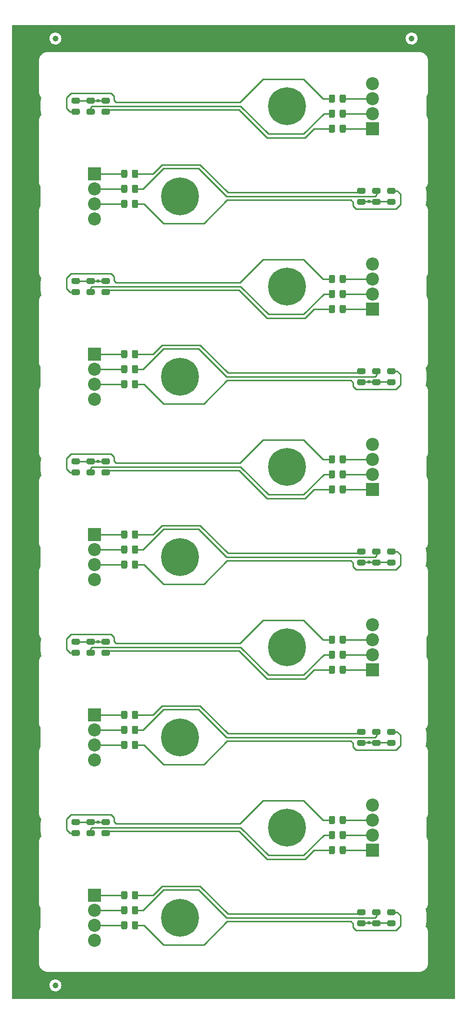
<source format=gtl>
G04 #@! TF.GenerationSoftware,KiCad,Pcbnew,6.0.2+dfsg-1*
G04 #@! TF.CreationDate,2024-06-30T21:45:31-06:00*
G04 #@! TF.ProjectId,ckt-signal-array,636b742d-7369-4676-9e61-6c2d61727261,rev?*
G04 #@! TF.SameCoordinates,Original*
G04 #@! TF.FileFunction,Copper,L1,Top*
G04 #@! TF.FilePolarity,Positive*
%FSLAX46Y46*%
G04 Gerber Fmt 4.6, Leading zero omitted, Abs format (unit mm)*
G04 Created by KiCad (PCBNEW 6.0.2+dfsg-1) date 2024-06-30 21:45:31*
%MOMM*%
%LPD*%
G01*
G04 APERTURE LIST*
G04 #@! TA.AperFunction,ComponentPad*
%ADD10R,2.200000X2.200000*%
G04 #@! TD*
G04 #@! TA.AperFunction,ComponentPad*
%ADD11C,2.200000*%
G04 #@! TD*
G04 #@! TA.AperFunction,ComponentPad*
%ADD12C,6.400000*%
G04 #@! TD*
G04 #@! TA.AperFunction,SMDPad,CuDef*
%ADD13C,1.000000*%
G04 #@! TD*
G04 #@! TA.AperFunction,ViaPad*
%ADD14C,0.609600*%
G04 #@! TD*
G04 #@! TA.AperFunction,Conductor*
%ADD15C,0.254000*%
G04 #@! TD*
G04 APERTURE END LIST*
G04 #@! TA.AperFunction,SMDPad,CuDef*
G36*
G01*
X132335500Y-166870000D02*
X132335500Y-167770000D01*
G75*
G02*
X132085500Y-168020000I-250000J0D01*
G01*
X131560500Y-168020000D01*
G75*
G02*
X131310500Y-167770000I0J250000D01*
G01*
X131310500Y-166870000D01*
G75*
G02*
X131560500Y-166620000I250000J0D01*
G01*
X132085500Y-166620000D01*
G75*
G02*
X132335500Y-166870000I0J-250000D01*
G01*
G37*
G04 #@! TD.AperFunction*
G04 #@! TA.AperFunction,SMDPad,CuDef*
G36*
G01*
X130510500Y-166870000D02*
X130510500Y-167770000D01*
G75*
G02*
X130260500Y-168020000I-250000J0D01*
G01*
X129735500Y-168020000D01*
G75*
G02*
X129485500Y-167770000I0J250000D01*
G01*
X129485500Y-166870000D01*
G75*
G02*
X129735500Y-166620000I250000J0D01*
G01*
X130260500Y-166620000D01*
G75*
G02*
X130510500Y-166870000I0J-250000D01*
G01*
G37*
G04 #@! TD.AperFunction*
G04 #@! TA.AperFunction,SMDPad,CuDef*
G36*
G01*
X122222750Y-65875000D02*
X121310250Y-65875000D01*
G75*
G02*
X121066500Y-65631250I0J243750D01*
G01*
X121066500Y-65143750D01*
G75*
G02*
X121310250Y-64900000I243750J0D01*
G01*
X122222750Y-64900000D01*
G75*
G02*
X122466500Y-65143750I0J-243750D01*
G01*
X122466500Y-65631250D01*
G75*
G02*
X122222750Y-65875000I-243750J0D01*
G01*
G37*
G04 #@! TD.AperFunction*
G04 #@! TA.AperFunction,SMDPad,CuDef*
G36*
G01*
X122222750Y-64000000D02*
X121310250Y-64000000D01*
G75*
G02*
X121066500Y-63756250I0J243750D01*
G01*
X121066500Y-63268750D01*
G75*
G02*
X121310250Y-63025000I243750J0D01*
G01*
X122222750Y-63025000D01*
G75*
G02*
X122466500Y-63268750I0J-243750D01*
G01*
X122466500Y-63756250D01*
G75*
G02*
X122222750Y-64000000I-243750J0D01*
G01*
G37*
G04 #@! TD.AperFunction*
G04 #@! TA.AperFunction,SMDPad,CuDef*
G36*
G01*
X127302750Y-65875000D02*
X126390250Y-65875000D01*
G75*
G02*
X126146500Y-65631250I0J243750D01*
G01*
X126146500Y-65143750D01*
G75*
G02*
X126390250Y-64900000I243750J0D01*
G01*
X127302750Y-64900000D01*
G75*
G02*
X127546500Y-65143750I0J-243750D01*
G01*
X127546500Y-65631250D01*
G75*
G02*
X127302750Y-65875000I-243750J0D01*
G01*
G37*
G04 #@! TD.AperFunction*
G04 #@! TA.AperFunction,SMDPad,CuDef*
G36*
G01*
X127302750Y-64000000D02*
X126390250Y-64000000D01*
G75*
G02*
X126146500Y-63756250I0J243750D01*
G01*
X126146500Y-63268750D01*
G75*
G02*
X126390250Y-63025000I243750J0D01*
G01*
X127302750Y-63025000D01*
G75*
G02*
X127546500Y-63268750I0J-243750D01*
G01*
X127546500Y-63756250D01*
G75*
G02*
X127302750Y-64000000I-243750J0D01*
G01*
G37*
G04 #@! TD.AperFunction*
G04 #@! TA.AperFunction,SMDPad,CuDef*
G36*
G01*
X174777250Y-78265000D02*
X175689750Y-78265000D01*
G75*
G02*
X175933500Y-78508750I0J-243750D01*
G01*
X175933500Y-78996250D01*
G75*
G02*
X175689750Y-79240000I-243750J0D01*
G01*
X174777250Y-79240000D01*
G75*
G02*
X174533500Y-78996250I0J243750D01*
G01*
X174533500Y-78508750D01*
G75*
G02*
X174777250Y-78265000I243750J0D01*
G01*
G37*
G04 #@! TD.AperFunction*
G04 #@! TA.AperFunction,SMDPad,CuDef*
G36*
G01*
X174777250Y-80140000D02*
X175689750Y-80140000D01*
G75*
G02*
X175933500Y-80383750I0J-243750D01*
G01*
X175933500Y-80871250D01*
G75*
G02*
X175689750Y-81115000I-243750J0D01*
G01*
X174777250Y-81115000D01*
G75*
G02*
X174533500Y-80871250I0J243750D01*
G01*
X174533500Y-80383750D01*
G75*
G02*
X174777250Y-80140000I243750J0D01*
G01*
G37*
G04 #@! TD.AperFunction*
D10*
X172058500Y-68265000D03*
D11*
X172058500Y-65725000D03*
X172058500Y-63185000D03*
X172058500Y-60645000D03*
G04 #@! TA.AperFunction,SMDPad,CuDef*
G36*
G01*
X164664500Y-94110000D02*
X164664500Y-93210000D01*
G75*
G02*
X164914500Y-92960000I250000J0D01*
G01*
X165439500Y-92960000D01*
G75*
G02*
X165689500Y-93210000I0J-250000D01*
G01*
X165689500Y-94110000D01*
G75*
G02*
X165439500Y-94360000I-250000J0D01*
G01*
X164914500Y-94360000D01*
G75*
G02*
X164664500Y-94110000I0J250000D01*
G01*
G37*
G04 #@! TD.AperFunction*
G04 #@! TA.AperFunction,SMDPad,CuDef*
G36*
G01*
X166489500Y-94110000D02*
X166489500Y-93210000D01*
G75*
G02*
X166739500Y-92960000I250000J0D01*
G01*
X167264500Y-92960000D01*
G75*
G02*
X167514500Y-93210000I0J-250000D01*
G01*
X167514500Y-94110000D01*
G75*
G02*
X167264500Y-94360000I-250000J0D01*
G01*
X166739500Y-94360000D01*
G75*
G02*
X166489500Y-94110000I0J250000D01*
G01*
G37*
G04 #@! TD.AperFunction*
G04 #@! TA.AperFunction,SMDPad,CuDef*
G36*
G01*
X164664500Y-99190000D02*
X164664500Y-98290000D01*
G75*
G02*
X164914500Y-98040000I250000J0D01*
G01*
X165439500Y-98040000D01*
G75*
G02*
X165689500Y-98290000I0J-250000D01*
G01*
X165689500Y-99190000D01*
G75*
G02*
X165439500Y-99440000I-250000J0D01*
G01*
X164914500Y-99440000D01*
G75*
G02*
X164664500Y-99190000I0J250000D01*
G01*
G37*
G04 #@! TD.AperFunction*
G04 #@! TA.AperFunction,SMDPad,CuDef*
G36*
G01*
X166489500Y-99190000D02*
X166489500Y-98290000D01*
G75*
G02*
X166739500Y-98040000I250000J0D01*
G01*
X167264500Y-98040000D01*
G75*
G02*
X167514500Y-98290000I0J-250000D01*
G01*
X167514500Y-99190000D01*
G75*
G02*
X167264500Y-99440000I-250000J0D01*
G01*
X166739500Y-99440000D01*
G75*
G02*
X166489500Y-99190000I0J250000D01*
G01*
G37*
G04 #@! TD.AperFunction*
D12*
X139419500Y-171130000D03*
G04 #@! TA.AperFunction,SMDPad,CuDef*
G36*
G01*
X132335500Y-50030000D02*
X132335500Y-50930000D01*
G75*
G02*
X132085500Y-51180000I-250000J0D01*
G01*
X131560500Y-51180000D01*
G75*
G02*
X131310500Y-50930000I0J250000D01*
G01*
X131310500Y-50030000D01*
G75*
G02*
X131560500Y-49780000I250000J0D01*
G01*
X132085500Y-49780000D01*
G75*
G02*
X132335500Y-50030000I0J-250000D01*
G01*
G37*
G04 #@! TD.AperFunction*
G04 #@! TA.AperFunction,SMDPad,CuDef*
G36*
G01*
X130510500Y-50030000D02*
X130510500Y-50930000D01*
G75*
G02*
X130260500Y-51180000I-250000J0D01*
G01*
X129735500Y-51180000D01*
G75*
G02*
X129485500Y-50930000I0J250000D01*
G01*
X129485500Y-50030000D01*
G75*
G02*
X129735500Y-49780000I250000J0D01*
G01*
X130260500Y-49780000D01*
G75*
G02*
X130510500Y-50030000I0J-250000D01*
G01*
G37*
G04 #@! TD.AperFunction*
G04 #@! TA.AperFunction,SMDPad,CuDef*
G36*
G01*
X127302750Y-35395000D02*
X126390250Y-35395000D01*
G75*
G02*
X126146500Y-35151250I0J243750D01*
G01*
X126146500Y-34663750D01*
G75*
G02*
X126390250Y-34420000I243750J0D01*
G01*
X127302750Y-34420000D01*
G75*
G02*
X127546500Y-34663750I0J-243750D01*
G01*
X127546500Y-35151250D01*
G75*
G02*
X127302750Y-35395000I-243750J0D01*
G01*
G37*
G04 #@! TD.AperFunction*
G04 #@! TA.AperFunction,SMDPad,CuDef*
G36*
G01*
X127302750Y-33520000D02*
X126390250Y-33520000D01*
G75*
G02*
X126146500Y-33276250I0J243750D01*
G01*
X126146500Y-32788750D01*
G75*
G02*
X126390250Y-32545000I243750J0D01*
G01*
X127302750Y-32545000D01*
G75*
G02*
X127546500Y-32788750I0J-243750D01*
G01*
X127546500Y-33276250D01*
G75*
G02*
X127302750Y-33520000I-243750J0D01*
G01*
G37*
G04 #@! TD.AperFunction*
G04 #@! TA.AperFunction,SMDPad,CuDef*
G36*
G01*
X164664500Y-155070000D02*
X164664500Y-154170000D01*
G75*
G02*
X164914500Y-153920000I250000J0D01*
G01*
X165439500Y-153920000D01*
G75*
G02*
X165689500Y-154170000I0J-250000D01*
G01*
X165689500Y-155070000D01*
G75*
G02*
X165439500Y-155320000I-250000J0D01*
G01*
X164914500Y-155320000D01*
G75*
G02*
X164664500Y-155070000I0J250000D01*
G01*
G37*
G04 #@! TD.AperFunction*
G04 #@! TA.AperFunction,SMDPad,CuDef*
G36*
G01*
X166489500Y-155070000D02*
X166489500Y-154170000D01*
G75*
G02*
X166739500Y-153920000I250000J0D01*
G01*
X167264500Y-153920000D01*
G75*
G02*
X167514500Y-154170000I0J-250000D01*
G01*
X167514500Y-155070000D01*
G75*
G02*
X167264500Y-155320000I-250000J0D01*
G01*
X166739500Y-155320000D01*
G75*
G02*
X166489500Y-155070000I0J250000D01*
G01*
G37*
G04 #@! TD.AperFunction*
G04 #@! TA.AperFunction,SMDPad,CuDef*
G36*
G01*
X164664500Y-96650000D02*
X164664500Y-95750000D01*
G75*
G02*
X164914500Y-95500000I250000J0D01*
G01*
X165439500Y-95500000D01*
G75*
G02*
X165689500Y-95750000I0J-250000D01*
G01*
X165689500Y-96650000D01*
G75*
G02*
X165439500Y-96900000I-250000J0D01*
G01*
X164914500Y-96900000D01*
G75*
G02*
X164664500Y-96650000I0J250000D01*
G01*
G37*
G04 #@! TD.AperFunction*
G04 #@! TA.AperFunction,SMDPad,CuDef*
G36*
G01*
X166489500Y-96650000D02*
X166489500Y-95750000D01*
G75*
G02*
X166739500Y-95500000I250000J0D01*
G01*
X167264500Y-95500000D01*
G75*
G02*
X167514500Y-95750000I0J-250000D01*
G01*
X167514500Y-96650000D01*
G75*
G02*
X167264500Y-96900000I-250000J0D01*
G01*
X166739500Y-96900000D01*
G75*
G02*
X166489500Y-96650000I0J250000D01*
G01*
G37*
G04 #@! TD.AperFunction*
G04 #@! TA.AperFunction,SMDPad,CuDef*
G36*
G01*
X122222750Y-126835000D02*
X121310250Y-126835000D01*
G75*
G02*
X121066500Y-126591250I0J243750D01*
G01*
X121066500Y-126103750D01*
G75*
G02*
X121310250Y-125860000I243750J0D01*
G01*
X122222750Y-125860000D01*
G75*
G02*
X122466500Y-126103750I0J-243750D01*
G01*
X122466500Y-126591250D01*
G75*
G02*
X122222750Y-126835000I-243750J0D01*
G01*
G37*
G04 #@! TD.AperFunction*
G04 #@! TA.AperFunction,SMDPad,CuDef*
G36*
G01*
X122222750Y-124960000D02*
X121310250Y-124960000D01*
G75*
G02*
X121066500Y-124716250I0J243750D01*
G01*
X121066500Y-124228750D01*
G75*
G02*
X121310250Y-123985000I243750J0D01*
G01*
X122222750Y-123985000D01*
G75*
G02*
X122466500Y-124228750I0J-243750D01*
G01*
X122466500Y-124716250D01*
G75*
G02*
X122222750Y-124960000I-243750J0D01*
G01*
G37*
G04 #@! TD.AperFunction*
G04 #@! TA.AperFunction,SMDPad,CuDef*
G36*
G01*
X172237250Y-169705000D02*
X173149750Y-169705000D01*
G75*
G02*
X173393500Y-169948750I0J-243750D01*
G01*
X173393500Y-170436250D01*
G75*
G02*
X173149750Y-170680000I-243750J0D01*
G01*
X172237250Y-170680000D01*
G75*
G02*
X171993500Y-170436250I0J243750D01*
G01*
X171993500Y-169948750D01*
G75*
G02*
X172237250Y-169705000I243750J0D01*
G01*
G37*
G04 #@! TD.AperFunction*
G04 #@! TA.AperFunction,SMDPad,CuDef*
G36*
G01*
X172237250Y-171580000D02*
X173149750Y-171580000D01*
G75*
G02*
X173393500Y-171823750I0J-243750D01*
G01*
X173393500Y-172311250D01*
G75*
G02*
X173149750Y-172555000I-243750J0D01*
G01*
X172237250Y-172555000D01*
G75*
G02*
X171993500Y-172311250I0J243750D01*
G01*
X171993500Y-171823750D01*
G75*
G02*
X172237250Y-171580000I243750J0D01*
G01*
G37*
G04 #@! TD.AperFunction*
G04 #@! TA.AperFunction,SMDPad,CuDef*
G36*
G01*
X132335500Y-108450000D02*
X132335500Y-109350000D01*
G75*
G02*
X132085500Y-109600000I-250000J0D01*
G01*
X131560500Y-109600000D01*
G75*
G02*
X131310500Y-109350000I0J250000D01*
G01*
X131310500Y-108450000D01*
G75*
G02*
X131560500Y-108200000I250000J0D01*
G01*
X132085500Y-108200000D01*
G75*
G02*
X132335500Y-108450000I0J-250000D01*
G01*
G37*
G04 #@! TD.AperFunction*
G04 #@! TA.AperFunction,SMDPad,CuDef*
G36*
G01*
X130510500Y-108450000D02*
X130510500Y-109350000D01*
G75*
G02*
X130260500Y-109600000I-250000J0D01*
G01*
X129735500Y-109600000D01*
G75*
G02*
X129485500Y-109350000I0J250000D01*
G01*
X129485500Y-108450000D01*
G75*
G02*
X129735500Y-108200000I250000J0D01*
G01*
X130260500Y-108200000D01*
G75*
G02*
X130510500Y-108450000I0J-250000D01*
G01*
G37*
G04 #@! TD.AperFunction*
G04 #@! TA.AperFunction,SMDPad,CuDef*
G36*
G01*
X124762750Y-35395000D02*
X123850250Y-35395000D01*
G75*
G02*
X123606500Y-35151250I0J243750D01*
G01*
X123606500Y-34663750D01*
G75*
G02*
X123850250Y-34420000I243750J0D01*
G01*
X124762750Y-34420000D01*
G75*
G02*
X125006500Y-34663750I0J-243750D01*
G01*
X125006500Y-35151250D01*
G75*
G02*
X124762750Y-35395000I-243750J0D01*
G01*
G37*
G04 #@! TD.AperFunction*
G04 #@! TA.AperFunction,SMDPad,CuDef*
G36*
G01*
X124762750Y-33520000D02*
X123850250Y-33520000D01*
G75*
G02*
X123606500Y-33276250I0J243750D01*
G01*
X123606500Y-32788750D01*
G75*
G02*
X123850250Y-32545000I243750J0D01*
G01*
X124762750Y-32545000D01*
G75*
G02*
X125006500Y-32788750I0J-243750D01*
G01*
X125006500Y-33276250D01*
G75*
G02*
X124762750Y-33520000I-243750J0D01*
G01*
G37*
G04 #@! TD.AperFunction*
G04 #@! TA.AperFunction,SMDPad,CuDef*
G36*
G01*
X132335500Y-136390000D02*
X132335500Y-137290000D01*
G75*
G02*
X132085500Y-137540000I-250000J0D01*
G01*
X131560500Y-137540000D01*
G75*
G02*
X131310500Y-137290000I0J250000D01*
G01*
X131310500Y-136390000D01*
G75*
G02*
X131560500Y-136140000I250000J0D01*
G01*
X132085500Y-136140000D01*
G75*
G02*
X132335500Y-136390000I0J-250000D01*
G01*
G37*
G04 #@! TD.AperFunction*
G04 #@! TA.AperFunction,SMDPad,CuDef*
G36*
G01*
X130510500Y-136390000D02*
X130510500Y-137290000D01*
G75*
G02*
X130260500Y-137540000I-250000J0D01*
G01*
X129735500Y-137540000D01*
G75*
G02*
X129485500Y-137290000I0J250000D01*
G01*
X129485500Y-136390000D01*
G75*
G02*
X129735500Y-136140000I250000J0D01*
G01*
X130260500Y-136140000D01*
G75*
G02*
X130510500Y-136390000I0J-250000D01*
G01*
G37*
G04 #@! TD.AperFunction*
X139419500Y-79690000D03*
G04 #@! TA.AperFunction,SMDPad,CuDef*
G36*
G01*
X132335500Y-44950000D02*
X132335500Y-45850000D01*
G75*
G02*
X132085500Y-46100000I-250000J0D01*
G01*
X131560500Y-46100000D01*
G75*
G02*
X131310500Y-45850000I0J250000D01*
G01*
X131310500Y-44950000D01*
G75*
G02*
X131560500Y-44700000I250000J0D01*
G01*
X132085500Y-44700000D01*
G75*
G02*
X132335500Y-44950000I0J-250000D01*
G01*
G37*
G04 #@! TD.AperFunction*
G04 #@! TA.AperFunction,SMDPad,CuDef*
G36*
G01*
X130510500Y-44950000D02*
X130510500Y-45850000D01*
G75*
G02*
X130260500Y-46100000I-250000J0D01*
G01*
X129735500Y-46100000D01*
G75*
G02*
X129485500Y-45850000I0J250000D01*
G01*
X129485500Y-44950000D01*
G75*
G02*
X129735500Y-44700000I250000J0D01*
G01*
X130260500Y-44700000D01*
G75*
G02*
X130510500Y-44950000I0J-250000D01*
G01*
G37*
G04 #@! TD.AperFunction*
D10*
X172058500Y-159705000D03*
D11*
X172058500Y-157165000D03*
X172058500Y-154625000D03*
X172058500Y-152085000D03*
G04 #@! TA.AperFunction,SMDPad,CuDef*
G36*
G01*
X172237250Y-47785000D02*
X173149750Y-47785000D01*
G75*
G02*
X173393500Y-48028750I0J-243750D01*
G01*
X173393500Y-48516250D01*
G75*
G02*
X173149750Y-48760000I-243750J0D01*
G01*
X172237250Y-48760000D01*
G75*
G02*
X171993500Y-48516250I0J243750D01*
G01*
X171993500Y-48028750D01*
G75*
G02*
X172237250Y-47785000I243750J0D01*
G01*
G37*
G04 #@! TD.AperFunction*
G04 #@! TA.AperFunction,SMDPad,CuDef*
G36*
G01*
X172237250Y-49660000D02*
X173149750Y-49660000D01*
G75*
G02*
X173393500Y-49903750I0J-243750D01*
G01*
X173393500Y-50391250D01*
G75*
G02*
X173149750Y-50635000I-243750J0D01*
G01*
X172237250Y-50635000D01*
G75*
G02*
X171993500Y-50391250I0J243750D01*
G01*
X171993500Y-49903750D01*
G75*
G02*
X172237250Y-49660000I243750J0D01*
G01*
G37*
G04 #@! TD.AperFunction*
G04 #@! TA.AperFunction,SMDPad,CuDef*
G36*
G01*
X122222750Y-157315000D02*
X121310250Y-157315000D01*
G75*
G02*
X121066500Y-157071250I0J243750D01*
G01*
X121066500Y-156583750D01*
G75*
G02*
X121310250Y-156340000I243750J0D01*
G01*
X122222750Y-156340000D01*
G75*
G02*
X122466500Y-156583750I0J-243750D01*
G01*
X122466500Y-157071250D01*
G75*
G02*
X122222750Y-157315000I-243750J0D01*
G01*
G37*
G04 #@! TD.AperFunction*
G04 #@! TA.AperFunction,SMDPad,CuDef*
G36*
G01*
X122222750Y-155440000D02*
X121310250Y-155440000D01*
G75*
G02*
X121066500Y-155196250I0J243750D01*
G01*
X121066500Y-154708750D01*
G75*
G02*
X121310250Y-154465000I243750J0D01*
G01*
X122222750Y-154465000D01*
G75*
G02*
X122466500Y-154708750I0J-243750D01*
G01*
X122466500Y-155196250D01*
G75*
G02*
X122222750Y-155440000I-243750J0D01*
G01*
G37*
G04 #@! TD.AperFunction*
G04 #@! TA.AperFunction,SMDPad,CuDef*
G36*
G01*
X132335500Y-169410000D02*
X132335500Y-170310000D01*
G75*
G02*
X132085500Y-170560000I-250000J0D01*
G01*
X131560500Y-170560000D01*
G75*
G02*
X131310500Y-170310000I0J250000D01*
G01*
X131310500Y-169410000D01*
G75*
G02*
X131560500Y-169160000I250000J0D01*
G01*
X132085500Y-169160000D01*
G75*
G02*
X132335500Y-169410000I0J-250000D01*
G01*
G37*
G04 #@! TD.AperFunction*
G04 #@! TA.AperFunction,SMDPad,CuDef*
G36*
G01*
X130510500Y-169410000D02*
X130510500Y-170310000D01*
G75*
G02*
X130260500Y-170560000I-250000J0D01*
G01*
X129735500Y-170560000D01*
G75*
G02*
X129485500Y-170310000I0J250000D01*
G01*
X129485500Y-169410000D01*
G75*
G02*
X129735500Y-169160000I250000J0D01*
G01*
X130260500Y-169160000D01*
G75*
G02*
X130510500Y-169410000I0J-250000D01*
G01*
G37*
G04 #@! TD.AperFunction*
G04 #@! TA.AperFunction,SMDPad,CuDef*
G36*
G01*
X169697250Y-139225000D02*
X170609750Y-139225000D01*
G75*
G02*
X170853500Y-139468750I0J-243750D01*
G01*
X170853500Y-139956250D01*
G75*
G02*
X170609750Y-140200000I-243750J0D01*
G01*
X169697250Y-140200000D01*
G75*
G02*
X169453500Y-139956250I0J243750D01*
G01*
X169453500Y-139468750D01*
G75*
G02*
X169697250Y-139225000I243750J0D01*
G01*
G37*
G04 #@! TD.AperFunction*
G04 #@! TA.AperFunction,SMDPad,CuDef*
G36*
G01*
X169697250Y-141100000D02*
X170609750Y-141100000D01*
G75*
G02*
X170853500Y-141343750I0J-243750D01*
G01*
X170853500Y-141831250D01*
G75*
G02*
X170609750Y-142075000I-243750J0D01*
G01*
X169697250Y-142075000D01*
G75*
G02*
X169453500Y-141831250I0J243750D01*
G01*
X169453500Y-141343750D01*
G75*
G02*
X169697250Y-141100000I243750J0D01*
G01*
G37*
G04 #@! TD.AperFunction*
G04 #@! TA.AperFunction,SMDPad,CuDef*
G36*
G01*
X164664500Y-66170000D02*
X164664500Y-65270000D01*
G75*
G02*
X164914500Y-65020000I250000J0D01*
G01*
X165439500Y-65020000D01*
G75*
G02*
X165689500Y-65270000I0J-250000D01*
G01*
X165689500Y-66170000D01*
G75*
G02*
X165439500Y-66420000I-250000J0D01*
G01*
X164914500Y-66420000D01*
G75*
G02*
X164664500Y-66170000I0J250000D01*
G01*
G37*
G04 #@! TD.AperFunction*
G04 #@! TA.AperFunction,SMDPad,CuDef*
G36*
G01*
X166489500Y-66170000D02*
X166489500Y-65270000D01*
G75*
G02*
X166739500Y-65020000I250000J0D01*
G01*
X167264500Y-65020000D01*
G75*
G02*
X167514500Y-65270000I0J-250000D01*
G01*
X167514500Y-66170000D01*
G75*
G02*
X167264500Y-66420000I-250000J0D01*
G01*
X166739500Y-66420000D01*
G75*
G02*
X166489500Y-66170000I0J250000D01*
G01*
G37*
G04 #@! TD.AperFunction*
G04 #@! TA.AperFunction,SMDPad,CuDef*
G36*
G01*
X172237250Y-139225000D02*
X173149750Y-139225000D01*
G75*
G02*
X173393500Y-139468750I0J-243750D01*
G01*
X173393500Y-139956250D01*
G75*
G02*
X173149750Y-140200000I-243750J0D01*
G01*
X172237250Y-140200000D01*
G75*
G02*
X171993500Y-139956250I0J243750D01*
G01*
X171993500Y-139468750D01*
G75*
G02*
X172237250Y-139225000I243750J0D01*
G01*
G37*
G04 #@! TD.AperFunction*
G04 #@! TA.AperFunction,SMDPad,CuDef*
G36*
G01*
X172237250Y-141100000D02*
X173149750Y-141100000D01*
G75*
G02*
X173393500Y-141343750I0J-243750D01*
G01*
X173393500Y-141831250D01*
G75*
G02*
X173149750Y-142075000I-243750J0D01*
G01*
X172237250Y-142075000D01*
G75*
G02*
X171993500Y-141831250I0J243750D01*
G01*
X171993500Y-141343750D01*
G75*
G02*
X172237250Y-141100000I243750J0D01*
G01*
G37*
G04 #@! TD.AperFunction*
G04 #@! TA.AperFunction,SMDPad,CuDef*
G36*
G01*
X174777250Y-108745000D02*
X175689750Y-108745000D01*
G75*
G02*
X175933500Y-108988750I0J-243750D01*
G01*
X175933500Y-109476250D01*
G75*
G02*
X175689750Y-109720000I-243750J0D01*
G01*
X174777250Y-109720000D01*
G75*
G02*
X174533500Y-109476250I0J243750D01*
G01*
X174533500Y-108988750D01*
G75*
G02*
X174777250Y-108745000I243750J0D01*
G01*
G37*
G04 #@! TD.AperFunction*
G04 #@! TA.AperFunction,SMDPad,CuDef*
G36*
G01*
X174777250Y-110620000D02*
X175689750Y-110620000D01*
G75*
G02*
X175933500Y-110863750I0J-243750D01*
G01*
X175933500Y-111351250D01*
G75*
G02*
X175689750Y-111595000I-243750J0D01*
G01*
X174777250Y-111595000D01*
G75*
G02*
X174533500Y-111351250I0J243750D01*
G01*
X174533500Y-110863750D01*
G75*
G02*
X174777250Y-110620000I243750J0D01*
G01*
G37*
G04 #@! TD.AperFunction*
D12*
X157580500Y-94930000D03*
G04 #@! TA.AperFunction,SMDPad,CuDef*
G36*
G01*
X132335500Y-80510000D02*
X132335500Y-81410000D01*
G75*
G02*
X132085500Y-81660000I-250000J0D01*
G01*
X131560500Y-81660000D01*
G75*
G02*
X131310500Y-81410000I0J250000D01*
G01*
X131310500Y-80510000D01*
G75*
G02*
X131560500Y-80260000I250000J0D01*
G01*
X132085500Y-80260000D01*
G75*
G02*
X132335500Y-80510000I0J-250000D01*
G01*
G37*
G04 #@! TD.AperFunction*
G04 #@! TA.AperFunction,SMDPad,CuDef*
G36*
G01*
X130510500Y-80510000D02*
X130510500Y-81410000D01*
G75*
G02*
X130260500Y-81660000I-250000J0D01*
G01*
X129735500Y-81660000D01*
G75*
G02*
X129485500Y-81410000I0J250000D01*
G01*
X129485500Y-80510000D01*
G75*
G02*
X129735500Y-80260000I250000J0D01*
G01*
X130260500Y-80260000D01*
G75*
G02*
X130510500Y-80510000I0J-250000D01*
G01*
G37*
G04 #@! TD.AperFunction*
G04 #@! TA.AperFunction,SMDPad,CuDef*
G36*
G01*
X132335500Y-77970000D02*
X132335500Y-78870000D01*
G75*
G02*
X132085500Y-79120000I-250000J0D01*
G01*
X131560500Y-79120000D01*
G75*
G02*
X131310500Y-78870000I0J250000D01*
G01*
X131310500Y-77970000D01*
G75*
G02*
X131560500Y-77720000I250000J0D01*
G01*
X132085500Y-77720000D01*
G75*
G02*
X132335500Y-77970000I0J-250000D01*
G01*
G37*
G04 #@! TD.AperFunction*
G04 #@! TA.AperFunction,SMDPad,CuDef*
G36*
G01*
X130510500Y-77970000D02*
X130510500Y-78870000D01*
G75*
G02*
X130260500Y-79120000I-250000J0D01*
G01*
X129735500Y-79120000D01*
G75*
G02*
X129485500Y-78870000I0J250000D01*
G01*
X129485500Y-77970000D01*
G75*
G02*
X129735500Y-77720000I250000J0D01*
G01*
X130260500Y-77720000D01*
G75*
G02*
X130510500Y-77970000I0J-250000D01*
G01*
G37*
G04 #@! TD.AperFunction*
G04 #@! TA.AperFunction,SMDPad,CuDef*
G36*
G01*
X132335500Y-47490000D02*
X132335500Y-48390000D01*
G75*
G02*
X132085500Y-48640000I-250000J0D01*
G01*
X131560500Y-48640000D01*
G75*
G02*
X131310500Y-48390000I0J250000D01*
G01*
X131310500Y-47490000D01*
G75*
G02*
X131560500Y-47240000I250000J0D01*
G01*
X132085500Y-47240000D01*
G75*
G02*
X132335500Y-47490000I0J-250000D01*
G01*
G37*
G04 #@! TD.AperFunction*
G04 #@! TA.AperFunction,SMDPad,CuDef*
G36*
G01*
X130510500Y-47490000D02*
X130510500Y-48390000D01*
G75*
G02*
X130260500Y-48640000I-250000J0D01*
G01*
X129735500Y-48640000D01*
G75*
G02*
X129485500Y-48390000I0J250000D01*
G01*
X129485500Y-47490000D01*
G75*
G02*
X129735500Y-47240000I250000J0D01*
G01*
X130260500Y-47240000D01*
G75*
G02*
X130510500Y-47490000I0J-250000D01*
G01*
G37*
G04 #@! TD.AperFunction*
G04 #@! TA.AperFunction,SMDPad,CuDef*
G36*
G01*
X164664500Y-68710000D02*
X164664500Y-67810000D01*
G75*
G02*
X164914500Y-67560000I250000J0D01*
G01*
X165439500Y-67560000D01*
G75*
G02*
X165689500Y-67810000I0J-250000D01*
G01*
X165689500Y-68710000D01*
G75*
G02*
X165439500Y-68960000I-250000J0D01*
G01*
X164914500Y-68960000D01*
G75*
G02*
X164664500Y-68710000I0J250000D01*
G01*
G37*
G04 #@! TD.AperFunction*
G04 #@! TA.AperFunction,SMDPad,CuDef*
G36*
G01*
X166489500Y-68710000D02*
X166489500Y-67810000D01*
G75*
G02*
X166739500Y-67560000I250000J0D01*
G01*
X167264500Y-67560000D01*
G75*
G02*
X167514500Y-67810000I0J-250000D01*
G01*
X167514500Y-68710000D01*
G75*
G02*
X167264500Y-68960000I-250000J0D01*
G01*
X166739500Y-68960000D01*
G75*
G02*
X166489500Y-68710000I0J250000D01*
G01*
G37*
G04 #@! TD.AperFunction*
G04 #@! TA.AperFunction,SMDPad,CuDef*
G36*
G01*
X164664500Y-160150000D02*
X164664500Y-159250000D01*
G75*
G02*
X164914500Y-159000000I250000J0D01*
G01*
X165439500Y-159000000D01*
G75*
G02*
X165689500Y-159250000I0J-250000D01*
G01*
X165689500Y-160150000D01*
G75*
G02*
X165439500Y-160400000I-250000J0D01*
G01*
X164914500Y-160400000D01*
G75*
G02*
X164664500Y-160150000I0J250000D01*
G01*
G37*
G04 #@! TD.AperFunction*
G04 #@! TA.AperFunction,SMDPad,CuDef*
G36*
G01*
X166489500Y-160150000D02*
X166489500Y-159250000D01*
G75*
G02*
X166739500Y-159000000I250000J0D01*
G01*
X167264500Y-159000000D01*
G75*
G02*
X167514500Y-159250000I0J-250000D01*
G01*
X167514500Y-160150000D01*
G75*
G02*
X167264500Y-160400000I-250000J0D01*
G01*
X166739500Y-160400000D01*
G75*
G02*
X166489500Y-160150000I0J250000D01*
G01*
G37*
G04 #@! TD.AperFunction*
D10*
X124941500Y-167315000D03*
D11*
X124941500Y-169855000D03*
X124941500Y-172395000D03*
X124941500Y-174935000D03*
G04 #@! TA.AperFunction,SMDPad,CuDef*
G36*
G01*
X164664500Y-63630000D02*
X164664500Y-62730000D01*
G75*
G02*
X164914500Y-62480000I250000J0D01*
G01*
X165439500Y-62480000D01*
G75*
G02*
X165689500Y-62730000I0J-250000D01*
G01*
X165689500Y-63630000D01*
G75*
G02*
X165439500Y-63880000I-250000J0D01*
G01*
X164914500Y-63880000D01*
G75*
G02*
X164664500Y-63630000I0J250000D01*
G01*
G37*
G04 #@! TD.AperFunction*
G04 #@! TA.AperFunction,SMDPad,CuDef*
G36*
G01*
X166489500Y-63630000D02*
X166489500Y-62730000D01*
G75*
G02*
X166739500Y-62480000I250000J0D01*
G01*
X167264500Y-62480000D01*
G75*
G02*
X167514500Y-62730000I0J-250000D01*
G01*
X167514500Y-63630000D01*
G75*
G02*
X167264500Y-63880000I-250000J0D01*
G01*
X166739500Y-63880000D01*
G75*
G02*
X166489500Y-63630000I0J250000D01*
G01*
G37*
G04 #@! TD.AperFunction*
D10*
X172058500Y-98745000D03*
D11*
X172058500Y-96205000D03*
X172058500Y-93665000D03*
X172058500Y-91125000D03*
G04 #@! TA.AperFunction,SMDPad,CuDef*
G36*
G01*
X164664500Y-35690000D02*
X164664500Y-34790000D01*
G75*
G02*
X164914500Y-34540000I250000J0D01*
G01*
X165439500Y-34540000D01*
G75*
G02*
X165689500Y-34790000I0J-250000D01*
G01*
X165689500Y-35690000D01*
G75*
G02*
X165439500Y-35940000I-250000J0D01*
G01*
X164914500Y-35940000D01*
G75*
G02*
X164664500Y-35690000I0J250000D01*
G01*
G37*
G04 #@! TD.AperFunction*
G04 #@! TA.AperFunction,SMDPad,CuDef*
G36*
G01*
X166489500Y-35690000D02*
X166489500Y-34790000D01*
G75*
G02*
X166739500Y-34540000I250000J0D01*
G01*
X167264500Y-34540000D01*
G75*
G02*
X167514500Y-34790000I0J-250000D01*
G01*
X167514500Y-35690000D01*
G75*
G02*
X167264500Y-35940000I-250000J0D01*
G01*
X166739500Y-35940000D01*
G75*
G02*
X166489500Y-35690000I0J250000D01*
G01*
G37*
G04 #@! TD.AperFunction*
G04 #@! TA.AperFunction,SMDPad,CuDef*
G36*
G01*
X124762750Y-65875000D02*
X123850250Y-65875000D01*
G75*
G02*
X123606500Y-65631250I0J243750D01*
G01*
X123606500Y-65143750D01*
G75*
G02*
X123850250Y-64900000I243750J0D01*
G01*
X124762750Y-64900000D01*
G75*
G02*
X125006500Y-65143750I0J-243750D01*
G01*
X125006500Y-65631250D01*
G75*
G02*
X124762750Y-65875000I-243750J0D01*
G01*
G37*
G04 #@! TD.AperFunction*
G04 #@! TA.AperFunction,SMDPad,CuDef*
G36*
G01*
X124762750Y-64000000D02*
X123850250Y-64000000D01*
G75*
G02*
X123606500Y-63756250I0J243750D01*
G01*
X123606500Y-63268750D01*
G75*
G02*
X123850250Y-63025000I243750J0D01*
G01*
X124762750Y-63025000D01*
G75*
G02*
X125006500Y-63268750I0J-243750D01*
G01*
X125006500Y-63756250D01*
G75*
G02*
X124762750Y-64000000I-243750J0D01*
G01*
G37*
G04 #@! TD.AperFunction*
G04 #@! TA.AperFunction,SMDPad,CuDef*
G36*
G01*
X122222750Y-35395000D02*
X121310250Y-35395000D01*
G75*
G02*
X121066500Y-35151250I0J243750D01*
G01*
X121066500Y-34663750D01*
G75*
G02*
X121310250Y-34420000I243750J0D01*
G01*
X122222750Y-34420000D01*
G75*
G02*
X122466500Y-34663750I0J-243750D01*
G01*
X122466500Y-35151250D01*
G75*
G02*
X122222750Y-35395000I-243750J0D01*
G01*
G37*
G04 #@! TD.AperFunction*
G04 #@! TA.AperFunction,SMDPad,CuDef*
G36*
G01*
X122222750Y-33520000D02*
X121310250Y-33520000D01*
G75*
G02*
X121066500Y-33276250I0J243750D01*
G01*
X121066500Y-32788750D01*
G75*
G02*
X121310250Y-32545000I243750J0D01*
G01*
X122222750Y-32545000D01*
G75*
G02*
X122466500Y-32788750I0J-243750D01*
G01*
X122466500Y-33276250D01*
G75*
G02*
X122222750Y-33520000I-243750J0D01*
G01*
G37*
G04 #@! TD.AperFunction*
G04 #@! TA.AperFunction,SMDPad,CuDef*
G36*
G01*
X164664500Y-129670000D02*
X164664500Y-128770000D01*
G75*
G02*
X164914500Y-128520000I250000J0D01*
G01*
X165439500Y-128520000D01*
G75*
G02*
X165689500Y-128770000I0J-250000D01*
G01*
X165689500Y-129670000D01*
G75*
G02*
X165439500Y-129920000I-250000J0D01*
G01*
X164914500Y-129920000D01*
G75*
G02*
X164664500Y-129670000I0J250000D01*
G01*
G37*
G04 #@! TD.AperFunction*
G04 #@! TA.AperFunction,SMDPad,CuDef*
G36*
G01*
X166489500Y-129670000D02*
X166489500Y-128770000D01*
G75*
G02*
X166739500Y-128520000I250000J0D01*
G01*
X167264500Y-128520000D01*
G75*
G02*
X167514500Y-128770000I0J-250000D01*
G01*
X167514500Y-129670000D01*
G75*
G02*
X167264500Y-129920000I-250000J0D01*
G01*
X166739500Y-129920000D01*
G75*
G02*
X166489500Y-129670000I0J250000D01*
G01*
G37*
G04 #@! TD.AperFunction*
G04 #@! TA.AperFunction,SMDPad,CuDef*
G36*
G01*
X169697250Y-47785000D02*
X170609750Y-47785000D01*
G75*
G02*
X170853500Y-48028750I0J-243750D01*
G01*
X170853500Y-48516250D01*
G75*
G02*
X170609750Y-48760000I-243750J0D01*
G01*
X169697250Y-48760000D01*
G75*
G02*
X169453500Y-48516250I0J243750D01*
G01*
X169453500Y-48028750D01*
G75*
G02*
X169697250Y-47785000I243750J0D01*
G01*
G37*
G04 #@! TD.AperFunction*
G04 #@! TA.AperFunction,SMDPad,CuDef*
G36*
G01*
X169697250Y-49660000D02*
X170609750Y-49660000D01*
G75*
G02*
X170853500Y-49903750I0J-243750D01*
G01*
X170853500Y-50391250D01*
G75*
G02*
X170609750Y-50635000I-243750J0D01*
G01*
X169697250Y-50635000D01*
G75*
G02*
X169453500Y-50391250I0J243750D01*
G01*
X169453500Y-49903750D01*
G75*
G02*
X169697250Y-49660000I243750J0D01*
G01*
G37*
G04 #@! TD.AperFunction*
G04 #@! TA.AperFunction,SMDPad,CuDef*
G36*
G01*
X132335500Y-138930000D02*
X132335500Y-139830000D01*
G75*
G02*
X132085500Y-140080000I-250000J0D01*
G01*
X131560500Y-140080000D01*
G75*
G02*
X131310500Y-139830000I0J250000D01*
G01*
X131310500Y-138930000D01*
G75*
G02*
X131560500Y-138680000I250000J0D01*
G01*
X132085500Y-138680000D01*
G75*
G02*
X132335500Y-138930000I0J-250000D01*
G01*
G37*
G04 #@! TD.AperFunction*
G04 #@! TA.AperFunction,SMDPad,CuDef*
G36*
G01*
X130510500Y-138930000D02*
X130510500Y-139830000D01*
G75*
G02*
X130260500Y-140080000I-250000J0D01*
G01*
X129735500Y-140080000D01*
G75*
G02*
X129485500Y-139830000I0J250000D01*
G01*
X129485500Y-138930000D01*
G75*
G02*
X129735500Y-138680000I250000J0D01*
G01*
X130260500Y-138680000D01*
G75*
G02*
X130510500Y-138930000I0J-250000D01*
G01*
G37*
G04 #@! TD.AperFunction*
G04 #@! TA.AperFunction,SMDPad,CuDef*
G36*
G01*
X164664500Y-38230000D02*
X164664500Y-37330000D01*
G75*
G02*
X164914500Y-37080000I250000J0D01*
G01*
X165439500Y-37080000D01*
G75*
G02*
X165689500Y-37330000I0J-250000D01*
G01*
X165689500Y-38230000D01*
G75*
G02*
X165439500Y-38480000I-250000J0D01*
G01*
X164914500Y-38480000D01*
G75*
G02*
X164664500Y-38230000I0J250000D01*
G01*
G37*
G04 #@! TD.AperFunction*
G04 #@! TA.AperFunction,SMDPad,CuDef*
G36*
G01*
X166489500Y-38230000D02*
X166489500Y-37330000D01*
G75*
G02*
X166739500Y-37080000I250000J0D01*
G01*
X167264500Y-37080000D01*
G75*
G02*
X167514500Y-37330000I0J-250000D01*
G01*
X167514500Y-38230000D01*
G75*
G02*
X167264500Y-38480000I-250000J0D01*
G01*
X166739500Y-38480000D01*
G75*
G02*
X166489500Y-38230000I0J250000D01*
G01*
G37*
G04 #@! TD.AperFunction*
G04 #@! TA.AperFunction,SMDPad,CuDef*
G36*
G01*
X132335500Y-141470000D02*
X132335500Y-142370000D01*
G75*
G02*
X132085500Y-142620000I-250000J0D01*
G01*
X131560500Y-142620000D01*
G75*
G02*
X131310500Y-142370000I0J250000D01*
G01*
X131310500Y-141470000D01*
G75*
G02*
X131560500Y-141220000I250000J0D01*
G01*
X132085500Y-141220000D01*
G75*
G02*
X132335500Y-141470000I0J-250000D01*
G01*
G37*
G04 #@! TD.AperFunction*
G04 #@! TA.AperFunction,SMDPad,CuDef*
G36*
G01*
X130510500Y-141470000D02*
X130510500Y-142370000D01*
G75*
G02*
X130260500Y-142620000I-250000J0D01*
G01*
X129735500Y-142620000D01*
G75*
G02*
X129485500Y-142370000I0J250000D01*
G01*
X129485500Y-141470000D01*
G75*
G02*
X129735500Y-141220000I250000J0D01*
G01*
X130260500Y-141220000D01*
G75*
G02*
X130510500Y-141470000I0J-250000D01*
G01*
G37*
G04 #@! TD.AperFunction*
D12*
X139419500Y-110170000D03*
D10*
X124941500Y-45395000D03*
D11*
X124941500Y-47935000D03*
X124941500Y-50475000D03*
X124941500Y-53015000D03*
D12*
X139419500Y-140650000D03*
D10*
X172058500Y-37785000D03*
D11*
X172058500Y-35245000D03*
X172058500Y-32705000D03*
X172058500Y-30165000D03*
D10*
X124941500Y-136835000D03*
D11*
X124941500Y-139375000D03*
X124941500Y-141915000D03*
X124941500Y-144455000D03*
G04 #@! TA.AperFunction,SMDPad,CuDef*
G36*
G01*
X169697250Y-108745000D02*
X170609750Y-108745000D01*
G75*
G02*
X170853500Y-108988750I0J-243750D01*
G01*
X170853500Y-109476250D01*
G75*
G02*
X170609750Y-109720000I-243750J0D01*
G01*
X169697250Y-109720000D01*
G75*
G02*
X169453500Y-109476250I0J243750D01*
G01*
X169453500Y-108988750D01*
G75*
G02*
X169697250Y-108745000I243750J0D01*
G01*
G37*
G04 #@! TD.AperFunction*
G04 #@! TA.AperFunction,SMDPad,CuDef*
G36*
G01*
X169697250Y-110620000D02*
X170609750Y-110620000D01*
G75*
G02*
X170853500Y-110863750I0J-243750D01*
G01*
X170853500Y-111351250D01*
G75*
G02*
X170609750Y-111595000I-243750J0D01*
G01*
X169697250Y-111595000D01*
G75*
G02*
X169453500Y-111351250I0J243750D01*
G01*
X169453500Y-110863750D01*
G75*
G02*
X169697250Y-110620000I243750J0D01*
G01*
G37*
G04 #@! TD.AperFunction*
G04 #@! TA.AperFunction,SMDPad,CuDef*
G36*
G01*
X127302750Y-157315000D02*
X126390250Y-157315000D01*
G75*
G02*
X126146500Y-157071250I0J243750D01*
G01*
X126146500Y-156583750D01*
G75*
G02*
X126390250Y-156340000I243750J0D01*
G01*
X127302750Y-156340000D01*
G75*
G02*
X127546500Y-156583750I0J-243750D01*
G01*
X127546500Y-157071250D01*
G75*
G02*
X127302750Y-157315000I-243750J0D01*
G01*
G37*
G04 #@! TD.AperFunction*
G04 #@! TA.AperFunction,SMDPad,CuDef*
G36*
G01*
X127302750Y-155440000D02*
X126390250Y-155440000D01*
G75*
G02*
X126146500Y-155196250I0J243750D01*
G01*
X126146500Y-154708750D01*
G75*
G02*
X126390250Y-154465000I243750J0D01*
G01*
X127302750Y-154465000D01*
G75*
G02*
X127546500Y-154708750I0J-243750D01*
G01*
X127546500Y-155196250D01*
G75*
G02*
X127302750Y-155440000I-243750J0D01*
G01*
G37*
G04 #@! TD.AperFunction*
D10*
X124941500Y-106355000D03*
D11*
X124941500Y-108895000D03*
X124941500Y-111435000D03*
X124941500Y-113975000D03*
G04 #@! TA.AperFunction,SMDPad,CuDef*
G36*
G01*
X124762750Y-157315000D02*
X123850250Y-157315000D01*
G75*
G02*
X123606500Y-157071250I0J243750D01*
G01*
X123606500Y-156583750D01*
G75*
G02*
X123850250Y-156340000I243750J0D01*
G01*
X124762750Y-156340000D01*
G75*
G02*
X125006500Y-156583750I0J-243750D01*
G01*
X125006500Y-157071250D01*
G75*
G02*
X124762750Y-157315000I-243750J0D01*
G01*
G37*
G04 #@! TD.AperFunction*
G04 #@! TA.AperFunction,SMDPad,CuDef*
G36*
G01*
X124762750Y-155440000D02*
X123850250Y-155440000D01*
G75*
G02*
X123606500Y-155196250I0J243750D01*
G01*
X123606500Y-154708750D01*
G75*
G02*
X123850250Y-154465000I243750J0D01*
G01*
X124762750Y-154465000D01*
G75*
G02*
X125006500Y-154708750I0J-243750D01*
G01*
X125006500Y-155196250D01*
G75*
G02*
X124762750Y-155440000I-243750J0D01*
G01*
G37*
G04 #@! TD.AperFunction*
G04 #@! TA.AperFunction,SMDPad,CuDef*
G36*
G01*
X169697250Y-78265000D02*
X170609750Y-78265000D01*
G75*
G02*
X170853500Y-78508750I0J-243750D01*
G01*
X170853500Y-78996250D01*
G75*
G02*
X170609750Y-79240000I-243750J0D01*
G01*
X169697250Y-79240000D01*
G75*
G02*
X169453500Y-78996250I0J243750D01*
G01*
X169453500Y-78508750D01*
G75*
G02*
X169697250Y-78265000I243750J0D01*
G01*
G37*
G04 #@! TD.AperFunction*
G04 #@! TA.AperFunction,SMDPad,CuDef*
G36*
G01*
X169697250Y-80140000D02*
X170609750Y-80140000D01*
G75*
G02*
X170853500Y-80383750I0J-243750D01*
G01*
X170853500Y-80871250D01*
G75*
G02*
X170609750Y-81115000I-243750J0D01*
G01*
X169697250Y-81115000D01*
G75*
G02*
X169453500Y-80871250I0J243750D01*
G01*
X169453500Y-80383750D01*
G75*
G02*
X169697250Y-80140000I243750J0D01*
G01*
G37*
G04 #@! TD.AperFunction*
G04 #@! TA.AperFunction,SMDPad,CuDef*
G36*
G01*
X172237250Y-78265000D02*
X173149750Y-78265000D01*
G75*
G02*
X173393500Y-78508750I0J-243750D01*
G01*
X173393500Y-78996250D01*
G75*
G02*
X173149750Y-79240000I-243750J0D01*
G01*
X172237250Y-79240000D01*
G75*
G02*
X171993500Y-78996250I0J243750D01*
G01*
X171993500Y-78508750D01*
G75*
G02*
X172237250Y-78265000I243750J0D01*
G01*
G37*
G04 #@! TD.AperFunction*
G04 #@! TA.AperFunction,SMDPad,CuDef*
G36*
G01*
X172237250Y-80140000D02*
X173149750Y-80140000D01*
G75*
G02*
X173393500Y-80383750I0J-243750D01*
G01*
X173393500Y-80871250D01*
G75*
G02*
X173149750Y-81115000I-243750J0D01*
G01*
X172237250Y-81115000D01*
G75*
G02*
X171993500Y-80871250I0J243750D01*
G01*
X171993500Y-80383750D01*
G75*
G02*
X172237250Y-80140000I243750J0D01*
G01*
G37*
G04 #@! TD.AperFunction*
G04 #@! TA.AperFunction,SMDPad,CuDef*
G36*
G01*
X174777250Y-169705000D02*
X175689750Y-169705000D01*
G75*
G02*
X175933500Y-169948750I0J-243750D01*
G01*
X175933500Y-170436250D01*
G75*
G02*
X175689750Y-170680000I-243750J0D01*
G01*
X174777250Y-170680000D01*
G75*
G02*
X174533500Y-170436250I0J243750D01*
G01*
X174533500Y-169948750D01*
G75*
G02*
X174777250Y-169705000I243750J0D01*
G01*
G37*
G04 #@! TD.AperFunction*
G04 #@! TA.AperFunction,SMDPad,CuDef*
G36*
G01*
X174777250Y-171580000D02*
X175689750Y-171580000D01*
G75*
G02*
X175933500Y-171823750I0J-243750D01*
G01*
X175933500Y-172311250D01*
G75*
G02*
X175689750Y-172555000I-243750J0D01*
G01*
X174777250Y-172555000D01*
G75*
G02*
X174533500Y-172311250I0J243750D01*
G01*
X174533500Y-171823750D01*
G75*
G02*
X174777250Y-171580000I243750J0D01*
G01*
G37*
G04 #@! TD.AperFunction*
D12*
X157580500Y-155890000D03*
D10*
X124941500Y-75875000D03*
D11*
X124941500Y-78415000D03*
X124941500Y-80955000D03*
X124941500Y-83495000D03*
D12*
X157580500Y-64450000D03*
D10*
X172058500Y-129225000D03*
D11*
X172058500Y-126685000D03*
X172058500Y-124145000D03*
X172058500Y-121605000D03*
G04 #@! TA.AperFunction,SMDPad,CuDef*
G36*
G01*
X174777250Y-47785000D02*
X175689750Y-47785000D01*
G75*
G02*
X175933500Y-48028750I0J-243750D01*
G01*
X175933500Y-48516250D01*
G75*
G02*
X175689750Y-48760000I-243750J0D01*
G01*
X174777250Y-48760000D01*
G75*
G02*
X174533500Y-48516250I0J243750D01*
G01*
X174533500Y-48028750D01*
G75*
G02*
X174777250Y-47785000I243750J0D01*
G01*
G37*
G04 #@! TD.AperFunction*
G04 #@! TA.AperFunction,SMDPad,CuDef*
G36*
G01*
X174777250Y-49660000D02*
X175689750Y-49660000D01*
G75*
G02*
X175933500Y-49903750I0J-243750D01*
G01*
X175933500Y-50391250D01*
G75*
G02*
X175689750Y-50635000I-243750J0D01*
G01*
X174777250Y-50635000D01*
G75*
G02*
X174533500Y-50391250I0J243750D01*
G01*
X174533500Y-49903750D01*
G75*
G02*
X174777250Y-49660000I243750J0D01*
G01*
G37*
G04 #@! TD.AperFunction*
G04 #@! TA.AperFunction,SMDPad,CuDef*
G36*
G01*
X124762750Y-96355000D02*
X123850250Y-96355000D01*
G75*
G02*
X123606500Y-96111250I0J243750D01*
G01*
X123606500Y-95623750D01*
G75*
G02*
X123850250Y-95380000I243750J0D01*
G01*
X124762750Y-95380000D01*
G75*
G02*
X125006500Y-95623750I0J-243750D01*
G01*
X125006500Y-96111250D01*
G75*
G02*
X124762750Y-96355000I-243750J0D01*
G01*
G37*
G04 #@! TD.AperFunction*
G04 #@! TA.AperFunction,SMDPad,CuDef*
G36*
G01*
X124762750Y-94480000D02*
X123850250Y-94480000D01*
G75*
G02*
X123606500Y-94236250I0J243750D01*
G01*
X123606500Y-93748750D01*
G75*
G02*
X123850250Y-93505000I243750J0D01*
G01*
X124762750Y-93505000D01*
G75*
G02*
X125006500Y-93748750I0J-243750D01*
G01*
X125006500Y-94236250D01*
G75*
G02*
X124762750Y-94480000I-243750J0D01*
G01*
G37*
G04 #@! TD.AperFunction*
G04 #@! TA.AperFunction,SMDPad,CuDef*
G36*
G01*
X169697250Y-169705000D02*
X170609750Y-169705000D01*
G75*
G02*
X170853500Y-169948750I0J-243750D01*
G01*
X170853500Y-170436250D01*
G75*
G02*
X170609750Y-170680000I-243750J0D01*
G01*
X169697250Y-170680000D01*
G75*
G02*
X169453500Y-170436250I0J243750D01*
G01*
X169453500Y-169948750D01*
G75*
G02*
X169697250Y-169705000I243750J0D01*
G01*
G37*
G04 #@! TD.AperFunction*
G04 #@! TA.AperFunction,SMDPad,CuDef*
G36*
G01*
X169697250Y-171580000D02*
X170609750Y-171580000D01*
G75*
G02*
X170853500Y-171823750I0J-243750D01*
G01*
X170853500Y-172311250D01*
G75*
G02*
X170609750Y-172555000I-243750J0D01*
G01*
X169697250Y-172555000D01*
G75*
G02*
X169453500Y-172311250I0J243750D01*
G01*
X169453500Y-171823750D01*
G75*
G02*
X169697250Y-171580000I243750J0D01*
G01*
G37*
G04 #@! TD.AperFunction*
D12*
X157580500Y-125410000D03*
G04 #@! TA.AperFunction,SMDPad,CuDef*
G36*
G01*
X164664500Y-33150000D02*
X164664500Y-32250000D01*
G75*
G02*
X164914500Y-32000000I250000J0D01*
G01*
X165439500Y-32000000D01*
G75*
G02*
X165689500Y-32250000I0J-250000D01*
G01*
X165689500Y-33150000D01*
G75*
G02*
X165439500Y-33400000I-250000J0D01*
G01*
X164914500Y-33400000D01*
G75*
G02*
X164664500Y-33150000I0J250000D01*
G01*
G37*
G04 #@! TD.AperFunction*
G04 #@! TA.AperFunction,SMDPad,CuDef*
G36*
G01*
X166489500Y-33150000D02*
X166489500Y-32250000D01*
G75*
G02*
X166739500Y-32000000I250000J0D01*
G01*
X167264500Y-32000000D01*
G75*
G02*
X167514500Y-32250000I0J-250000D01*
G01*
X167514500Y-33150000D01*
G75*
G02*
X167264500Y-33400000I-250000J0D01*
G01*
X166739500Y-33400000D01*
G75*
G02*
X166489500Y-33150000I0J250000D01*
G01*
G37*
G04 #@! TD.AperFunction*
G04 #@! TA.AperFunction,SMDPad,CuDef*
G36*
G01*
X164664500Y-127130000D02*
X164664500Y-126230000D01*
G75*
G02*
X164914500Y-125980000I250000J0D01*
G01*
X165439500Y-125980000D01*
G75*
G02*
X165689500Y-126230000I0J-250000D01*
G01*
X165689500Y-127130000D01*
G75*
G02*
X165439500Y-127380000I-250000J0D01*
G01*
X164914500Y-127380000D01*
G75*
G02*
X164664500Y-127130000I0J250000D01*
G01*
G37*
G04 #@! TD.AperFunction*
G04 #@! TA.AperFunction,SMDPad,CuDef*
G36*
G01*
X166489500Y-127130000D02*
X166489500Y-126230000D01*
G75*
G02*
X166739500Y-125980000I250000J0D01*
G01*
X167264500Y-125980000D01*
G75*
G02*
X167514500Y-126230000I0J-250000D01*
G01*
X167514500Y-127130000D01*
G75*
G02*
X167264500Y-127380000I-250000J0D01*
G01*
X166739500Y-127380000D01*
G75*
G02*
X166489500Y-127130000I0J250000D01*
G01*
G37*
G04 #@! TD.AperFunction*
D13*
X118337500Y-22540000D03*
X118337500Y-182560000D03*
G04 #@! TA.AperFunction,SMDPad,CuDef*
G36*
G01*
X127302750Y-96355000D02*
X126390250Y-96355000D01*
G75*
G02*
X126146500Y-96111250I0J243750D01*
G01*
X126146500Y-95623750D01*
G75*
G02*
X126390250Y-95380000I243750J0D01*
G01*
X127302750Y-95380000D01*
G75*
G02*
X127546500Y-95623750I0J-243750D01*
G01*
X127546500Y-96111250D01*
G75*
G02*
X127302750Y-96355000I-243750J0D01*
G01*
G37*
G04 #@! TD.AperFunction*
G04 #@! TA.AperFunction,SMDPad,CuDef*
G36*
G01*
X127302750Y-94480000D02*
X126390250Y-94480000D01*
G75*
G02*
X126146500Y-94236250I0J243750D01*
G01*
X126146500Y-93748750D01*
G75*
G02*
X126390250Y-93505000I243750J0D01*
G01*
X127302750Y-93505000D01*
G75*
G02*
X127546500Y-93748750I0J-243750D01*
G01*
X127546500Y-94236250D01*
G75*
G02*
X127302750Y-94480000I-243750J0D01*
G01*
G37*
G04 #@! TD.AperFunction*
G04 #@! TA.AperFunction,SMDPad,CuDef*
G36*
G01*
X122222750Y-96355000D02*
X121310250Y-96355000D01*
G75*
G02*
X121066500Y-96111250I0J243750D01*
G01*
X121066500Y-95623750D01*
G75*
G02*
X121310250Y-95380000I243750J0D01*
G01*
X122222750Y-95380000D01*
G75*
G02*
X122466500Y-95623750I0J-243750D01*
G01*
X122466500Y-96111250D01*
G75*
G02*
X122222750Y-96355000I-243750J0D01*
G01*
G37*
G04 #@! TD.AperFunction*
G04 #@! TA.AperFunction,SMDPad,CuDef*
G36*
G01*
X122222750Y-94480000D02*
X121310250Y-94480000D01*
G75*
G02*
X121066500Y-94236250I0J243750D01*
G01*
X121066500Y-93748750D01*
G75*
G02*
X121310250Y-93505000I243750J0D01*
G01*
X122222750Y-93505000D01*
G75*
G02*
X122466500Y-93748750I0J-243750D01*
G01*
X122466500Y-94236250D01*
G75*
G02*
X122222750Y-94480000I-243750J0D01*
G01*
G37*
G04 #@! TD.AperFunction*
D12*
X157580500Y-33970000D03*
D13*
X178662500Y-22540000D03*
G04 #@! TA.AperFunction,SMDPad,CuDef*
G36*
G01*
X132335500Y-105910000D02*
X132335500Y-106810000D01*
G75*
G02*
X132085500Y-107060000I-250000J0D01*
G01*
X131560500Y-107060000D01*
G75*
G02*
X131310500Y-106810000I0J250000D01*
G01*
X131310500Y-105910000D01*
G75*
G02*
X131560500Y-105660000I250000J0D01*
G01*
X132085500Y-105660000D01*
G75*
G02*
X132335500Y-105910000I0J-250000D01*
G01*
G37*
G04 #@! TD.AperFunction*
G04 #@! TA.AperFunction,SMDPad,CuDef*
G36*
G01*
X130510500Y-105910000D02*
X130510500Y-106810000D01*
G75*
G02*
X130260500Y-107060000I-250000J0D01*
G01*
X129735500Y-107060000D01*
G75*
G02*
X129485500Y-106810000I0J250000D01*
G01*
X129485500Y-105910000D01*
G75*
G02*
X129735500Y-105660000I250000J0D01*
G01*
X130260500Y-105660000D01*
G75*
G02*
X130510500Y-105910000I0J-250000D01*
G01*
G37*
G04 #@! TD.AperFunction*
G04 #@! TA.AperFunction,SMDPad,CuDef*
G36*
G01*
X164664500Y-157610000D02*
X164664500Y-156710000D01*
G75*
G02*
X164914500Y-156460000I250000J0D01*
G01*
X165439500Y-156460000D01*
G75*
G02*
X165689500Y-156710000I0J-250000D01*
G01*
X165689500Y-157610000D01*
G75*
G02*
X165439500Y-157860000I-250000J0D01*
G01*
X164914500Y-157860000D01*
G75*
G02*
X164664500Y-157610000I0J250000D01*
G01*
G37*
G04 #@! TD.AperFunction*
G04 #@! TA.AperFunction,SMDPad,CuDef*
G36*
G01*
X166489500Y-157610000D02*
X166489500Y-156710000D01*
G75*
G02*
X166739500Y-156460000I250000J0D01*
G01*
X167264500Y-156460000D01*
G75*
G02*
X167514500Y-156710000I0J-250000D01*
G01*
X167514500Y-157610000D01*
G75*
G02*
X167264500Y-157860000I-250000J0D01*
G01*
X166739500Y-157860000D01*
G75*
G02*
X166489500Y-157610000I0J250000D01*
G01*
G37*
G04 #@! TD.AperFunction*
G04 #@! TA.AperFunction,SMDPad,CuDef*
G36*
G01*
X172237250Y-108745000D02*
X173149750Y-108745000D01*
G75*
G02*
X173393500Y-108988750I0J-243750D01*
G01*
X173393500Y-109476250D01*
G75*
G02*
X173149750Y-109720000I-243750J0D01*
G01*
X172237250Y-109720000D01*
G75*
G02*
X171993500Y-109476250I0J243750D01*
G01*
X171993500Y-108988750D01*
G75*
G02*
X172237250Y-108745000I243750J0D01*
G01*
G37*
G04 #@! TD.AperFunction*
G04 #@! TA.AperFunction,SMDPad,CuDef*
G36*
G01*
X172237250Y-110620000D02*
X173149750Y-110620000D01*
G75*
G02*
X173393500Y-110863750I0J-243750D01*
G01*
X173393500Y-111351250D01*
G75*
G02*
X173149750Y-111595000I-243750J0D01*
G01*
X172237250Y-111595000D01*
G75*
G02*
X171993500Y-111351250I0J243750D01*
G01*
X171993500Y-110863750D01*
G75*
G02*
X172237250Y-110620000I243750J0D01*
G01*
G37*
G04 #@! TD.AperFunction*
G04 #@! TA.AperFunction,SMDPad,CuDef*
G36*
G01*
X132335500Y-75430000D02*
X132335500Y-76330000D01*
G75*
G02*
X132085500Y-76580000I-250000J0D01*
G01*
X131560500Y-76580000D01*
G75*
G02*
X131310500Y-76330000I0J250000D01*
G01*
X131310500Y-75430000D01*
G75*
G02*
X131560500Y-75180000I250000J0D01*
G01*
X132085500Y-75180000D01*
G75*
G02*
X132335500Y-75430000I0J-250000D01*
G01*
G37*
G04 #@! TD.AperFunction*
G04 #@! TA.AperFunction,SMDPad,CuDef*
G36*
G01*
X130510500Y-75430000D02*
X130510500Y-76330000D01*
G75*
G02*
X130260500Y-76580000I-250000J0D01*
G01*
X129735500Y-76580000D01*
G75*
G02*
X129485500Y-76330000I0J250000D01*
G01*
X129485500Y-75430000D01*
G75*
G02*
X129735500Y-75180000I250000J0D01*
G01*
X130260500Y-75180000D01*
G75*
G02*
X130510500Y-75430000I0J-250000D01*
G01*
G37*
G04 #@! TD.AperFunction*
G04 #@! TA.AperFunction,SMDPad,CuDef*
G36*
G01*
X132335500Y-171950000D02*
X132335500Y-172850000D01*
G75*
G02*
X132085500Y-173100000I-250000J0D01*
G01*
X131560500Y-173100000D01*
G75*
G02*
X131310500Y-172850000I0J250000D01*
G01*
X131310500Y-171950000D01*
G75*
G02*
X131560500Y-171700000I250000J0D01*
G01*
X132085500Y-171700000D01*
G75*
G02*
X132335500Y-171950000I0J-250000D01*
G01*
G37*
G04 #@! TD.AperFunction*
G04 #@! TA.AperFunction,SMDPad,CuDef*
G36*
G01*
X130510500Y-171950000D02*
X130510500Y-172850000D01*
G75*
G02*
X130260500Y-173100000I-250000J0D01*
G01*
X129735500Y-173100000D01*
G75*
G02*
X129485500Y-172850000I0J250000D01*
G01*
X129485500Y-171950000D01*
G75*
G02*
X129735500Y-171700000I250000J0D01*
G01*
X130260500Y-171700000D01*
G75*
G02*
X130510500Y-171950000I0J-250000D01*
G01*
G37*
G04 #@! TD.AperFunction*
G04 #@! TA.AperFunction,SMDPad,CuDef*
G36*
G01*
X174777250Y-139225000D02*
X175689750Y-139225000D01*
G75*
G02*
X175933500Y-139468750I0J-243750D01*
G01*
X175933500Y-139956250D01*
G75*
G02*
X175689750Y-140200000I-243750J0D01*
G01*
X174777250Y-140200000D01*
G75*
G02*
X174533500Y-139956250I0J243750D01*
G01*
X174533500Y-139468750D01*
G75*
G02*
X174777250Y-139225000I243750J0D01*
G01*
G37*
G04 #@! TD.AperFunction*
G04 #@! TA.AperFunction,SMDPad,CuDef*
G36*
G01*
X174777250Y-141100000D02*
X175689750Y-141100000D01*
G75*
G02*
X175933500Y-141343750I0J-243750D01*
G01*
X175933500Y-141831250D01*
G75*
G02*
X175689750Y-142075000I-243750J0D01*
G01*
X174777250Y-142075000D01*
G75*
G02*
X174533500Y-141831250I0J243750D01*
G01*
X174533500Y-141343750D01*
G75*
G02*
X174777250Y-141100000I243750J0D01*
G01*
G37*
G04 #@! TD.AperFunction*
G04 #@! TA.AperFunction,SMDPad,CuDef*
G36*
G01*
X132335500Y-110990000D02*
X132335500Y-111890000D01*
G75*
G02*
X132085500Y-112140000I-250000J0D01*
G01*
X131560500Y-112140000D01*
G75*
G02*
X131310500Y-111890000I0J250000D01*
G01*
X131310500Y-110990000D01*
G75*
G02*
X131560500Y-110740000I250000J0D01*
G01*
X132085500Y-110740000D01*
G75*
G02*
X132335500Y-110990000I0J-250000D01*
G01*
G37*
G04 #@! TD.AperFunction*
G04 #@! TA.AperFunction,SMDPad,CuDef*
G36*
G01*
X130510500Y-110990000D02*
X130510500Y-111890000D01*
G75*
G02*
X130260500Y-112140000I-250000J0D01*
G01*
X129735500Y-112140000D01*
G75*
G02*
X129485500Y-111890000I0J250000D01*
G01*
X129485500Y-110990000D01*
G75*
G02*
X129735500Y-110740000I250000J0D01*
G01*
X130260500Y-110740000D01*
G75*
G02*
X130510500Y-110990000I0J-250000D01*
G01*
G37*
G04 #@! TD.AperFunction*
D12*
X139419500Y-49210000D03*
G04 #@! TA.AperFunction,SMDPad,CuDef*
G36*
G01*
X164664500Y-124590000D02*
X164664500Y-123690000D01*
G75*
G02*
X164914500Y-123440000I250000J0D01*
G01*
X165439500Y-123440000D01*
G75*
G02*
X165689500Y-123690000I0J-250000D01*
G01*
X165689500Y-124590000D01*
G75*
G02*
X165439500Y-124840000I-250000J0D01*
G01*
X164914500Y-124840000D01*
G75*
G02*
X164664500Y-124590000I0J250000D01*
G01*
G37*
G04 #@! TD.AperFunction*
G04 #@! TA.AperFunction,SMDPad,CuDef*
G36*
G01*
X166489500Y-124590000D02*
X166489500Y-123690000D01*
G75*
G02*
X166739500Y-123440000I250000J0D01*
G01*
X167264500Y-123440000D01*
G75*
G02*
X167514500Y-123690000I0J-250000D01*
G01*
X167514500Y-124590000D01*
G75*
G02*
X167264500Y-124840000I-250000J0D01*
G01*
X166739500Y-124840000D01*
G75*
G02*
X166489500Y-124590000I0J250000D01*
G01*
G37*
G04 #@! TD.AperFunction*
G04 #@! TA.AperFunction,SMDPad,CuDef*
G36*
G01*
X124762750Y-126835000D02*
X123850250Y-126835000D01*
G75*
G02*
X123606500Y-126591250I0J243750D01*
G01*
X123606500Y-126103750D01*
G75*
G02*
X123850250Y-125860000I243750J0D01*
G01*
X124762750Y-125860000D01*
G75*
G02*
X125006500Y-126103750I0J-243750D01*
G01*
X125006500Y-126591250D01*
G75*
G02*
X124762750Y-126835000I-243750J0D01*
G01*
G37*
G04 #@! TD.AperFunction*
G04 #@! TA.AperFunction,SMDPad,CuDef*
G36*
G01*
X124762750Y-124960000D02*
X123850250Y-124960000D01*
G75*
G02*
X123606500Y-124716250I0J243750D01*
G01*
X123606500Y-124228750D01*
G75*
G02*
X123850250Y-123985000I243750J0D01*
G01*
X124762750Y-123985000D01*
G75*
G02*
X125006500Y-124228750I0J-243750D01*
G01*
X125006500Y-124716250D01*
G75*
G02*
X124762750Y-124960000I-243750J0D01*
G01*
G37*
G04 #@! TD.AperFunction*
G04 #@! TA.AperFunction,SMDPad,CuDef*
G36*
G01*
X127302750Y-126835000D02*
X126390250Y-126835000D01*
G75*
G02*
X126146500Y-126591250I0J243750D01*
G01*
X126146500Y-126103750D01*
G75*
G02*
X126390250Y-125860000I243750J0D01*
G01*
X127302750Y-125860000D01*
G75*
G02*
X127546500Y-126103750I0J-243750D01*
G01*
X127546500Y-126591250D01*
G75*
G02*
X127302750Y-126835000I-243750J0D01*
G01*
G37*
G04 #@! TD.AperFunction*
G04 #@! TA.AperFunction,SMDPad,CuDef*
G36*
G01*
X127302750Y-124960000D02*
X126390250Y-124960000D01*
G75*
G02*
X126146500Y-124716250I0J243750D01*
G01*
X126146500Y-124228750D01*
G75*
G02*
X126390250Y-123985000I243750J0D01*
G01*
X127302750Y-123985000D01*
G75*
G02*
X127546500Y-124228750I0J-243750D01*
G01*
X127546500Y-124716250D01*
G75*
G02*
X127302750Y-124960000I-243750J0D01*
G01*
G37*
G04 #@! TD.AperFunction*
D14*
X125576500Y-33081000D03*
X171423500Y-50099000D03*
X125576500Y-63561000D03*
X171423500Y-80579000D03*
X125576500Y-94041000D03*
X171423500Y-111059000D03*
X125576500Y-124521000D03*
X171423500Y-141539000D03*
X125576500Y-155001000D03*
X171423500Y-172019000D03*
D15*
X160628500Y-39304000D02*
X154151500Y-39304000D01*
X162152500Y-37780000D02*
X160628500Y-39304000D01*
X149452500Y-34605000D02*
X127149000Y-34605000D01*
X154151500Y-39304000D02*
X149452500Y-34605000D01*
X165177000Y-37780000D02*
X162152500Y-37780000D01*
X127149000Y-34605000D02*
X126846500Y-34907500D01*
X121815000Y-33081000D02*
X121766500Y-33032500D01*
X126798000Y-33081000D02*
X126846500Y-33032500D01*
X125576500Y-33081000D02*
X126798000Y-33081000D01*
X125576500Y-33081000D02*
X121815000Y-33081000D01*
X124560500Y-33970000D02*
X124306500Y-34224000D01*
X124306500Y-34224000D02*
X124306500Y-34907500D01*
X149706500Y-33970000D02*
X124560500Y-33970000D01*
X163803500Y-35240000D02*
X160374500Y-38669000D01*
X160374500Y-38669000D02*
X154405500Y-38669000D01*
X154405500Y-38669000D02*
X149706500Y-33970000D01*
X165177000Y-35240000D02*
X163803500Y-35240000D01*
X153516500Y-29398000D02*
X160374500Y-29398000D01*
X120242500Y-34351000D02*
X120242500Y-32573000D01*
X127735500Y-31811000D02*
X128243500Y-32319000D01*
X128243500Y-32953733D02*
X128624767Y-33335000D01*
X128624767Y-33335000D02*
X149579500Y-33335000D01*
X160374500Y-29398000D02*
X163676500Y-32700000D01*
X163676500Y-32700000D02*
X165177000Y-32700000D01*
X120799000Y-34907500D02*
X120242500Y-34351000D01*
X149579500Y-33335000D02*
X153516500Y-29398000D01*
X128243500Y-32319000D02*
X128243500Y-32953733D01*
X120242500Y-32573000D02*
X121004500Y-31811000D01*
X121004500Y-31811000D02*
X127735500Y-31811000D01*
X121766500Y-34907500D02*
X120799000Y-34907500D01*
X172058500Y-37785000D02*
X167007000Y-37785000D01*
X167007000Y-37785000D02*
X167002000Y-37780000D01*
X167007000Y-35245000D02*
X172058500Y-35245000D01*
X167002000Y-35240000D02*
X167007000Y-35245000D01*
X167007000Y-32705000D02*
X172058500Y-32705000D01*
X167002000Y-32700000D02*
X167007000Y-32705000D01*
X136371500Y-43876000D02*
X142848500Y-43876000D01*
X134847500Y-45400000D02*
X136371500Y-43876000D01*
X147547500Y-48575000D02*
X169851000Y-48575000D01*
X142848500Y-43876000D02*
X147547500Y-48575000D01*
X131823000Y-45400000D02*
X134847500Y-45400000D01*
X169851000Y-48575000D02*
X170153500Y-48272500D01*
X175185000Y-50099000D02*
X175233500Y-50147500D01*
X170202000Y-50099000D02*
X170153500Y-50147500D01*
X171423500Y-50099000D02*
X170202000Y-50099000D01*
X171423500Y-50099000D02*
X175185000Y-50099000D01*
X172439500Y-49210000D02*
X172693500Y-48956000D01*
X172693500Y-48956000D02*
X172693500Y-48272500D01*
X147293500Y-49210000D02*
X172439500Y-49210000D01*
X133196500Y-47940000D02*
X136625500Y-44511000D01*
X136625500Y-44511000D02*
X142594500Y-44511000D01*
X142594500Y-44511000D02*
X147293500Y-49210000D01*
X131823000Y-47940000D02*
X133196500Y-47940000D01*
X143483500Y-53782000D02*
X136625500Y-53782000D01*
X176757500Y-48829000D02*
X176757500Y-50607000D01*
X169264500Y-51369000D02*
X168756500Y-50861000D01*
X168756500Y-50226267D02*
X168375233Y-49845000D01*
X168375233Y-49845000D02*
X147420500Y-49845000D01*
X136625500Y-53782000D02*
X133323500Y-50480000D01*
X133323500Y-50480000D02*
X131823000Y-50480000D01*
X176201000Y-48272500D02*
X176757500Y-48829000D01*
X147420500Y-49845000D02*
X143483500Y-53782000D01*
X168756500Y-50861000D02*
X168756500Y-50226267D01*
X176757500Y-50607000D02*
X175995500Y-51369000D01*
X175995500Y-51369000D02*
X169264500Y-51369000D01*
X175233500Y-48272500D02*
X176201000Y-48272500D01*
X124941500Y-45395000D02*
X129993000Y-45395000D01*
X129993000Y-45395000D02*
X129998000Y-45400000D01*
X129993000Y-47935000D02*
X124941500Y-47935000D01*
X129998000Y-47940000D02*
X129993000Y-47935000D01*
X129993000Y-50475000D02*
X124941500Y-50475000D01*
X129998000Y-50480000D02*
X129993000Y-50475000D01*
X160628500Y-69784000D02*
X154151500Y-69784000D01*
X162152500Y-68260000D02*
X160628500Y-69784000D01*
X149452500Y-65085000D02*
X127149000Y-65085000D01*
X154151500Y-69784000D02*
X149452500Y-65085000D01*
X165177000Y-68260000D02*
X162152500Y-68260000D01*
X127149000Y-65085000D02*
X126846500Y-65387500D01*
X121815000Y-63561000D02*
X121766500Y-63512500D01*
X126798000Y-63561000D02*
X126846500Y-63512500D01*
X125576500Y-63561000D02*
X126798000Y-63561000D01*
X125576500Y-63561000D02*
X121815000Y-63561000D01*
X124560500Y-64450000D02*
X124306500Y-64704000D01*
X124306500Y-64704000D02*
X124306500Y-65387500D01*
X149706500Y-64450000D02*
X124560500Y-64450000D01*
X163803500Y-65720000D02*
X160374500Y-69149000D01*
X160374500Y-69149000D02*
X154405500Y-69149000D01*
X154405500Y-69149000D02*
X149706500Y-64450000D01*
X165177000Y-65720000D02*
X163803500Y-65720000D01*
X153516500Y-59878000D02*
X160374500Y-59878000D01*
X120242500Y-64831000D02*
X120242500Y-63053000D01*
X127735500Y-62291000D02*
X128243500Y-62799000D01*
X128243500Y-63433733D02*
X128624767Y-63815000D01*
X128624767Y-63815000D02*
X149579500Y-63815000D01*
X160374500Y-59878000D02*
X163676500Y-63180000D01*
X163676500Y-63180000D02*
X165177000Y-63180000D01*
X120799000Y-65387500D02*
X120242500Y-64831000D01*
X149579500Y-63815000D02*
X153516500Y-59878000D01*
X128243500Y-62799000D02*
X128243500Y-63433733D01*
X120242500Y-63053000D02*
X121004500Y-62291000D01*
X121004500Y-62291000D02*
X127735500Y-62291000D01*
X121766500Y-65387500D02*
X120799000Y-65387500D01*
X172058500Y-68265000D02*
X167007000Y-68265000D01*
X167007000Y-68265000D02*
X167002000Y-68260000D01*
X167007000Y-65725000D02*
X172058500Y-65725000D01*
X167002000Y-65720000D02*
X167007000Y-65725000D01*
X167007000Y-63185000D02*
X172058500Y-63185000D01*
X167002000Y-63180000D02*
X167007000Y-63185000D01*
X136371500Y-74356000D02*
X142848500Y-74356000D01*
X134847500Y-75880000D02*
X136371500Y-74356000D01*
X147547500Y-79055000D02*
X169851000Y-79055000D01*
X142848500Y-74356000D02*
X147547500Y-79055000D01*
X131823000Y-75880000D02*
X134847500Y-75880000D01*
X169851000Y-79055000D02*
X170153500Y-78752500D01*
X175185000Y-80579000D02*
X175233500Y-80627500D01*
X170202000Y-80579000D02*
X170153500Y-80627500D01*
X171423500Y-80579000D02*
X170202000Y-80579000D01*
X171423500Y-80579000D02*
X175185000Y-80579000D01*
X172439500Y-79690000D02*
X172693500Y-79436000D01*
X172693500Y-79436000D02*
X172693500Y-78752500D01*
X147293500Y-79690000D02*
X172439500Y-79690000D01*
X133196500Y-78420000D02*
X136625500Y-74991000D01*
X136625500Y-74991000D02*
X142594500Y-74991000D01*
X142594500Y-74991000D02*
X147293500Y-79690000D01*
X131823000Y-78420000D02*
X133196500Y-78420000D01*
X143483500Y-84262000D02*
X136625500Y-84262000D01*
X176757500Y-79309000D02*
X176757500Y-81087000D01*
X169264500Y-81849000D02*
X168756500Y-81341000D01*
X168756500Y-80706267D02*
X168375233Y-80325000D01*
X168375233Y-80325000D02*
X147420500Y-80325000D01*
X136625500Y-84262000D02*
X133323500Y-80960000D01*
X133323500Y-80960000D02*
X131823000Y-80960000D01*
X176201000Y-78752500D02*
X176757500Y-79309000D01*
X147420500Y-80325000D02*
X143483500Y-84262000D01*
X168756500Y-81341000D02*
X168756500Y-80706267D01*
X176757500Y-81087000D02*
X175995500Y-81849000D01*
X175995500Y-81849000D02*
X169264500Y-81849000D01*
X175233500Y-78752500D02*
X176201000Y-78752500D01*
X124941500Y-75875000D02*
X129993000Y-75875000D01*
X129993000Y-75875000D02*
X129998000Y-75880000D01*
X129993000Y-78415000D02*
X124941500Y-78415000D01*
X129998000Y-78420000D02*
X129993000Y-78415000D01*
X129993000Y-80955000D02*
X124941500Y-80955000D01*
X129998000Y-80960000D02*
X129993000Y-80955000D01*
X160628500Y-100264000D02*
X154151500Y-100264000D01*
X162152500Y-98740000D02*
X160628500Y-100264000D01*
X149452500Y-95565000D02*
X127149000Y-95565000D01*
X154151500Y-100264000D02*
X149452500Y-95565000D01*
X165177000Y-98740000D02*
X162152500Y-98740000D01*
X127149000Y-95565000D02*
X126846500Y-95867500D01*
X121815000Y-94041000D02*
X121766500Y-93992500D01*
X126798000Y-94041000D02*
X126846500Y-93992500D01*
X125576500Y-94041000D02*
X126798000Y-94041000D01*
X125576500Y-94041000D02*
X121815000Y-94041000D01*
X124560500Y-94930000D02*
X124306500Y-95184000D01*
X124306500Y-95184000D02*
X124306500Y-95867500D01*
X149706500Y-94930000D02*
X124560500Y-94930000D01*
X163803500Y-96200000D02*
X160374500Y-99629000D01*
X160374500Y-99629000D02*
X154405500Y-99629000D01*
X154405500Y-99629000D02*
X149706500Y-94930000D01*
X165177000Y-96200000D02*
X163803500Y-96200000D01*
X153516500Y-90358000D02*
X160374500Y-90358000D01*
X120242500Y-95311000D02*
X120242500Y-93533000D01*
X127735500Y-92771000D02*
X128243500Y-93279000D01*
X128243500Y-93913733D02*
X128624767Y-94295000D01*
X128624767Y-94295000D02*
X149579500Y-94295000D01*
X160374500Y-90358000D02*
X163676500Y-93660000D01*
X163676500Y-93660000D02*
X165177000Y-93660000D01*
X120799000Y-95867500D02*
X120242500Y-95311000D01*
X149579500Y-94295000D02*
X153516500Y-90358000D01*
X128243500Y-93279000D02*
X128243500Y-93913733D01*
X120242500Y-93533000D02*
X121004500Y-92771000D01*
X121004500Y-92771000D02*
X127735500Y-92771000D01*
X121766500Y-95867500D02*
X120799000Y-95867500D01*
X172058500Y-98745000D02*
X167007000Y-98745000D01*
X167007000Y-98745000D02*
X167002000Y-98740000D01*
X167007000Y-96205000D02*
X172058500Y-96205000D01*
X167002000Y-96200000D02*
X167007000Y-96205000D01*
X167007000Y-93665000D02*
X172058500Y-93665000D01*
X167002000Y-93660000D02*
X167007000Y-93665000D01*
X136371500Y-104836000D02*
X142848500Y-104836000D01*
X134847500Y-106360000D02*
X136371500Y-104836000D01*
X147547500Y-109535000D02*
X169851000Y-109535000D01*
X142848500Y-104836000D02*
X147547500Y-109535000D01*
X131823000Y-106360000D02*
X134847500Y-106360000D01*
X169851000Y-109535000D02*
X170153500Y-109232500D01*
X175185000Y-111059000D02*
X175233500Y-111107500D01*
X170202000Y-111059000D02*
X170153500Y-111107500D01*
X171423500Y-111059000D02*
X170202000Y-111059000D01*
X171423500Y-111059000D02*
X175185000Y-111059000D01*
X172439500Y-110170000D02*
X172693500Y-109916000D01*
X172693500Y-109916000D02*
X172693500Y-109232500D01*
X147293500Y-110170000D02*
X172439500Y-110170000D01*
X133196500Y-108900000D02*
X136625500Y-105471000D01*
X136625500Y-105471000D02*
X142594500Y-105471000D01*
X142594500Y-105471000D02*
X147293500Y-110170000D01*
X131823000Y-108900000D02*
X133196500Y-108900000D01*
X143483500Y-114742000D02*
X136625500Y-114742000D01*
X176757500Y-109789000D02*
X176757500Y-111567000D01*
X169264500Y-112329000D02*
X168756500Y-111821000D01*
X168756500Y-111186267D02*
X168375233Y-110805000D01*
X168375233Y-110805000D02*
X147420500Y-110805000D01*
X136625500Y-114742000D02*
X133323500Y-111440000D01*
X133323500Y-111440000D02*
X131823000Y-111440000D01*
X176201000Y-109232500D02*
X176757500Y-109789000D01*
X147420500Y-110805000D02*
X143483500Y-114742000D01*
X168756500Y-111821000D02*
X168756500Y-111186267D01*
X176757500Y-111567000D02*
X175995500Y-112329000D01*
X175995500Y-112329000D02*
X169264500Y-112329000D01*
X175233500Y-109232500D02*
X176201000Y-109232500D01*
X124941500Y-106355000D02*
X129993000Y-106355000D01*
X129993000Y-106355000D02*
X129998000Y-106360000D01*
X129993000Y-108895000D02*
X124941500Y-108895000D01*
X129998000Y-108900000D02*
X129993000Y-108895000D01*
X129993000Y-111435000D02*
X124941500Y-111435000D01*
X129998000Y-111440000D02*
X129993000Y-111435000D01*
X160628500Y-130744000D02*
X154151500Y-130744000D01*
X162152500Y-129220000D02*
X160628500Y-130744000D01*
X149452500Y-126045000D02*
X127149000Y-126045000D01*
X154151500Y-130744000D02*
X149452500Y-126045000D01*
X165177000Y-129220000D02*
X162152500Y-129220000D01*
X127149000Y-126045000D02*
X126846500Y-126347500D01*
X121815000Y-124521000D02*
X121766500Y-124472500D01*
X126798000Y-124521000D02*
X126846500Y-124472500D01*
X125576500Y-124521000D02*
X126798000Y-124521000D01*
X125576500Y-124521000D02*
X121815000Y-124521000D01*
X124560500Y-125410000D02*
X124306500Y-125664000D01*
X124306500Y-125664000D02*
X124306500Y-126347500D01*
X149706500Y-125410000D02*
X124560500Y-125410000D01*
X163803500Y-126680000D02*
X160374500Y-130109000D01*
X160374500Y-130109000D02*
X154405500Y-130109000D01*
X154405500Y-130109000D02*
X149706500Y-125410000D01*
X165177000Y-126680000D02*
X163803500Y-126680000D01*
X153516500Y-120838000D02*
X160374500Y-120838000D01*
X120242500Y-125791000D02*
X120242500Y-124013000D01*
X127735500Y-123251000D02*
X128243500Y-123759000D01*
X128243500Y-124393733D02*
X128624767Y-124775000D01*
X128624767Y-124775000D02*
X149579500Y-124775000D01*
X160374500Y-120838000D02*
X163676500Y-124140000D01*
X163676500Y-124140000D02*
X165177000Y-124140000D01*
X120799000Y-126347500D02*
X120242500Y-125791000D01*
X149579500Y-124775000D02*
X153516500Y-120838000D01*
X128243500Y-123759000D02*
X128243500Y-124393733D01*
X120242500Y-124013000D02*
X121004500Y-123251000D01*
X121004500Y-123251000D02*
X127735500Y-123251000D01*
X121766500Y-126347500D02*
X120799000Y-126347500D01*
X172058500Y-129225000D02*
X167007000Y-129225000D01*
X167007000Y-129225000D02*
X167002000Y-129220000D01*
X167007000Y-126685000D02*
X172058500Y-126685000D01*
X167002000Y-126680000D02*
X167007000Y-126685000D01*
X167007000Y-124145000D02*
X172058500Y-124145000D01*
X167002000Y-124140000D02*
X167007000Y-124145000D01*
X136371500Y-135316000D02*
X142848500Y-135316000D01*
X134847500Y-136840000D02*
X136371500Y-135316000D01*
X147547500Y-140015000D02*
X169851000Y-140015000D01*
X142848500Y-135316000D02*
X147547500Y-140015000D01*
X131823000Y-136840000D02*
X134847500Y-136840000D01*
X169851000Y-140015000D02*
X170153500Y-139712500D01*
X175185000Y-141539000D02*
X175233500Y-141587500D01*
X170202000Y-141539000D02*
X170153500Y-141587500D01*
X171423500Y-141539000D02*
X170202000Y-141539000D01*
X171423500Y-141539000D02*
X175185000Y-141539000D01*
X172439500Y-140650000D02*
X172693500Y-140396000D01*
X172693500Y-140396000D02*
X172693500Y-139712500D01*
X147293500Y-140650000D02*
X172439500Y-140650000D01*
X133196500Y-139380000D02*
X136625500Y-135951000D01*
X136625500Y-135951000D02*
X142594500Y-135951000D01*
X142594500Y-135951000D02*
X147293500Y-140650000D01*
X131823000Y-139380000D02*
X133196500Y-139380000D01*
X143483500Y-145222000D02*
X136625500Y-145222000D01*
X176757500Y-140269000D02*
X176757500Y-142047000D01*
X169264500Y-142809000D02*
X168756500Y-142301000D01*
X168756500Y-141666267D02*
X168375233Y-141285000D01*
X168375233Y-141285000D02*
X147420500Y-141285000D01*
X136625500Y-145222000D02*
X133323500Y-141920000D01*
X133323500Y-141920000D02*
X131823000Y-141920000D01*
X176201000Y-139712500D02*
X176757500Y-140269000D01*
X147420500Y-141285000D02*
X143483500Y-145222000D01*
X168756500Y-142301000D02*
X168756500Y-141666267D01*
X176757500Y-142047000D02*
X175995500Y-142809000D01*
X175995500Y-142809000D02*
X169264500Y-142809000D01*
X175233500Y-139712500D02*
X176201000Y-139712500D01*
X124941500Y-136835000D02*
X129993000Y-136835000D01*
X129993000Y-136835000D02*
X129998000Y-136840000D01*
X129993000Y-139375000D02*
X124941500Y-139375000D01*
X129998000Y-139380000D02*
X129993000Y-139375000D01*
X129993000Y-141915000D02*
X124941500Y-141915000D01*
X129998000Y-141920000D02*
X129993000Y-141915000D01*
X160628500Y-161224000D02*
X154151500Y-161224000D01*
X162152500Y-159700000D02*
X160628500Y-161224000D01*
X149452500Y-156525000D02*
X127149000Y-156525000D01*
X154151500Y-161224000D02*
X149452500Y-156525000D01*
X165177000Y-159700000D02*
X162152500Y-159700000D01*
X127149000Y-156525000D02*
X126846500Y-156827500D01*
X121815000Y-155001000D02*
X121766500Y-154952500D01*
X126798000Y-155001000D02*
X126846500Y-154952500D01*
X125576500Y-155001000D02*
X126798000Y-155001000D01*
X125576500Y-155001000D02*
X121815000Y-155001000D01*
X124560500Y-155890000D02*
X124306500Y-156144000D01*
X124306500Y-156144000D02*
X124306500Y-156827500D01*
X149706500Y-155890000D02*
X124560500Y-155890000D01*
X163803500Y-157160000D02*
X160374500Y-160589000D01*
X160374500Y-160589000D02*
X154405500Y-160589000D01*
X154405500Y-160589000D02*
X149706500Y-155890000D01*
X165177000Y-157160000D02*
X163803500Y-157160000D01*
X153516500Y-151318000D02*
X160374500Y-151318000D01*
X120242500Y-156271000D02*
X120242500Y-154493000D01*
X127735500Y-153731000D02*
X128243500Y-154239000D01*
X128243500Y-154873733D02*
X128624767Y-155255000D01*
X128624767Y-155255000D02*
X149579500Y-155255000D01*
X160374500Y-151318000D02*
X163676500Y-154620000D01*
X163676500Y-154620000D02*
X165177000Y-154620000D01*
X120799000Y-156827500D02*
X120242500Y-156271000D01*
X149579500Y-155255000D02*
X153516500Y-151318000D01*
X128243500Y-154239000D02*
X128243500Y-154873733D01*
X120242500Y-154493000D02*
X121004500Y-153731000D01*
X121004500Y-153731000D02*
X127735500Y-153731000D01*
X121766500Y-156827500D02*
X120799000Y-156827500D01*
X172058500Y-159705000D02*
X167007000Y-159705000D01*
X167007000Y-159705000D02*
X167002000Y-159700000D01*
X167007000Y-157165000D02*
X172058500Y-157165000D01*
X167002000Y-157160000D02*
X167007000Y-157165000D01*
X167007000Y-154625000D02*
X172058500Y-154625000D01*
X167002000Y-154620000D02*
X167007000Y-154625000D01*
X136371500Y-165796000D02*
X142848500Y-165796000D01*
X134847500Y-167320000D02*
X136371500Y-165796000D01*
X147547500Y-170495000D02*
X169851000Y-170495000D01*
X142848500Y-165796000D02*
X147547500Y-170495000D01*
X131823000Y-167320000D02*
X134847500Y-167320000D01*
X169851000Y-170495000D02*
X170153500Y-170192500D01*
X175185000Y-172019000D02*
X175233500Y-172067500D01*
X170202000Y-172019000D02*
X170153500Y-172067500D01*
X171423500Y-172019000D02*
X170202000Y-172019000D01*
X171423500Y-172019000D02*
X175185000Y-172019000D01*
X172439500Y-171130000D02*
X172693500Y-170876000D01*
X172693500Y-170876000D02*
X172693500Y-170192500D01*
X147293500Y-171130000D02*
X172439500Y-171130000D01*
X133196500Y-169860000D02*
X136625500Y-166431000D01*
X136625500Y-166431000D02*
X142594500Y-166431000D01*
X142594500Y-166431000D02*
X147293500Y-171130000D01*
X131823000Y-169860000D02*
X133196500Y-169860000D01*
X143483500Y-175702000D02*
X136625500Y-175702000D01*
X176757500Y-170749000D02*
X176757500Y-172527000D01*
X169264500Y-173289000D02*
X168756500Y-172781000D01*
X168756500Y-172146267D02*
X168375233Y-171765000D01*
X168375233Y-171765000D02*
X147420500Y-171765000D01*
X136625500Y-175702000D02*
X133323500Y-172400000D01*
X133323500Y-172400000D02*
X131823000Y-172400000D01*
X176201000Y-170192500D02*
X176757500Y-170749000D01*
X147420500Y-171765000D02*
X143483500Y-175702000D01*
X168756500Y-172781000D02*
X168756500Y-172146267D01*
X176757500Y-172527000D02*
X175995500Y-173289000D01*
X175995500Y-173289000D02*
X169264500Y-173289000D01*
X175233500Y-170192500D02*
X176201000Y-170192500D01*
X124941500Y-167315000D02*
X129993000Y-167315000D01*
X129993000Y-167315000D02*
X129998000Y-167320000D01*
X129993000Y-169855000D02*
X124941500Y-169855000D01*
X129998000Y-169860000D02*
X129993000Y-169855000D01*
X129993000Y-172395000D02*
X124941500Y-172395000D01*
X129998000Y-172400000D02*
X129993000Y-172395000D01*
G04 #@! TA.AperFunction,NonConductor*
G36*
X185970621Y-20274002D02*
G01*
X186017114Y-20327658D01*
X186028500Y-20380000D01*
X186028500Y-184720000D01*
X186008498Y-184788121D01*
X185954842Y-184834614D01*
X185902500Y-184846000D01*
X111097500Y-184846000D01*
X111029379Y-184825998D01*
X110982886Y-184772342D01*
X110971500Y-184720000D01*
X110971500Y-182545963D01*
X117332257Y-182545963D01*
X117348675Y-182741483D01*
X117402758Y-182930091D01*
X117405576Y-182935574D01*
X117489623Y-183099113D01*
X117489626Y-183099117D01*
X117492444Y-183104601D01*
X117614318Y-183258369D01*
X117763738Y-183385535D01*
X117769116Y-183388541D01*
X117769118Y-183388542D01*
X117805432Y-183408837D01*
X117935013Y-183481257D01*
X118121618Y-183541889D01*
X118316446Y-183565121D01*
X118322581Y-183564649D01*
X118322583Y-183564649D01*
X118505934Y-183550541D01*
X118505938Y-183550540D01*
X118512076Y-183550068D01*
X118701056Y-183497303D01*
X118876189Y-183408837D01*
X118906015Y-183385535D01*
X119025953Y-183291829D01*
X119030803Y-183288040D01*
X119060584Y-183253539D01*
X119154985Y-183144173D01*
X119154985Y-183144172D01*
X119159009Y-183139511D01*
X119255925Y-182968909D01*
X119317858Y-182782732D01*
X119342449Y-182588071D01*
X119342841Y-182560000D01*
X119323694Y-182364728D01*
X119321913Y-182358829D01*
X119321912Y-182358824D01*
X119268765Y-182182793D01*
X119266984Y-182176894D01*
X119174870Y-182003653D01*
X119050861Y-181851602D01*
X118899680Y-181726535D01*
X118727085Y-181633213D01*
X118633369Y-181604203D01*
X118545539Y-181577015D01*
X118545536Y-181577014D01*
X118539652Y-181575193D01*
X118533527Y-181574549D01*
X118533526Y-181574549D01*
X118350647Y-181555327D01*
X118350646Y-181555327D01*
X118344519Y-181554683D01*
X118221883Y-181565844D01*
X118155259Y-181571907D01*
X118155258Y-181571907D01*
X118149118Y-181572466D01*
X118143204Y-181574207D01*
X118143202Y-181574207D01*
X118014234Y-181612165D01*
X117960893Y-181627864D01*
X117955428Y-181630721D01*
X117792472Y-181715912D01*
X117792468Y-181715915D01*
X117787012Y-181718767D01*
X117782212Y-181722627D01*
X117782211Y-181722627D01*
X117747826Y-181750273D01*
X117634100Y-181841711D01*
X117507980Y-181992016D01*
X117505016Y-181997408D01*
X117505013Y-181997412D01*
X117426313Y-182140567D01*
X117413456Y-182163954D01*
X117354128Y-182350978D01*
X117332257Y-182545963D01*
X110971500Y-182545963D01*
X110971500Y-158420122D01*
X115538524Y-158420122D01*
X115541079Y-158432966D01*
X115543500Y-158457547D01*
X115543500Y-168577424D01*
X115543473Y-168578159D01*
X115542963Y-168581098D01*
X115543115Y-168587291D01*
X115543462Y-168601437D01*
X115543500Y-168604527D01*
X115543500Y-168624894D01*
X115544082Y-168627821D01*
X115544127Y-168628552D01*
X115544557Y-168646048D01*
X115544557Y-168649977D01*
X115543868Y-168655563D01*
X115544323Y-168661734D01*
X115544323Y-168661738D01*
X115545022Y-168671212D01*
X115545325Y-168677381D01*
X115545710Y-168693065D01*
X115546942Y-168698553D01*
X115547326Y-168702453D01*
X115548639Y-168720248D01*
X115548831Y-168724161D01*
X115548418Y-168729763D01*
X115549175Y-168735900D01*
X115549175Y-168735905D01*
X115550338Y-168745331D01*
X115550944Y-168751484D01*
X115552099Y-168767138D01*
X115553599Y-168772557D01*
X115554174Y-168776435D01*
X115556358Y-168794144D01*
X115556741Y-168798032D01*
X115556603Y-168803654D01*
X115557661Y-168809753D01*
X115557662Y-168809761D01*
X115559283Y-168819103D01*
X115560189Y-168825207D01*
X115562112Y-168840799D01*
X115563877Y-168846144D01*
X115564644Y-168850002D01*
X115567690Y-168867550D01*
X115568265Y-168871426D01*
X115568403Y-168877055D01*
X115570077Y-168884509D01*
X115571843Y-168892373D01*
X115573045Y-168898417D01*
X115575729Y-168913885D01*
X115577753Y-168919133D01*
X115578702Y-168922921D01*
X115582613Y-168940332D01*
X115583378Y-168944178D01*
X115583792Y-168949791D01*
X115585444Y-168955760D01*
X115587974Y-168964902D01*
X115589476Y-168970899D01*
X115590505Y-168975479D01*
X115592916Y-168986215D01*
X115595195Y-168991358D01*
X115596332Y-168995106D01*
X115601095Y-169012315D01*
X115602041Y-169016093D01*
X115602730Y-169021676D01*
X115604671Y-169027552D01*
X115607655Y-169036587D01*
X115609446Y-169042492D01*
X115613632Y-169057615D01*
X115616161Y-169062638D01*
X115617482Y-169066331D01*
X115623074Y-169083262D01*
X115624212Y-169087015D01*
X115625173Y-169092553D01*
X115627930Y-169099700D01*
X115630818Y-169107187D01*
X115632900Y-169113008D01*
X115635881Y-169122031D01*
X115635883Y-169122036D01*
X115637823Y-169127908D01*
X115640594Y-169132800D01*
X115642100Y-169136436D01*
X115648516Y-169153068D01*
X115649836Y-169156758D01*
X115651067Y-169162239D01*
X115653572Y-169167890D01*
X115653574Y-169167897D01*
X115657420Y-169176574D01*
X115659782Y-169182275D01*
X115663207Y-169191154D01*
X115663210Y-169191159D01*
X115665437Y-169196933D01*
X115668449Y-169201689D01*
X115670129Y-169205241D01*
X115677347Y-169221525D01*
X115678847Y-169225147D01*
X115680348Y-169230572D01*
X115683131Y-169236101D01*
X115683132Y-169236103D01*
X115687409Y-169244599D01*
X115690047Y-169250176D01*
X115696405Y-169264520D01*
X115699644Y-169269120D01*
X115701470Y-169272536D01*
X115709515Y-169288517D01*
X115711184Y-169292046D01*
X115712949Y-169297389D01*
X115715999Y-169302773D01*
X115716000Y-169302775D01*
X115720680Y-169311037D01*
X115723593Y-169316486D01*
X115730649Y-169330503D01*
X115734109Y-169334937D01*
X115736129Y-169338306D01*
X115744910Y-169353806D01*
X115744913Y-169353812D01*
X115746762Y-169357272D01*
X115748787Y-169362520D01*
X115752096Y-169367746D01*
X115752099Y-169367751D01*
X115757185Y-169375782D01*
X115760365Y-169381088D01*
X115762973Y-169385691D01*
X115768094Y-169394732D01*
X115771770Y-169398994D01*
X115773947Y-169402252D01*
X115773951Y-169402258D01*
X115773954Y-169402263D01*
X115777955Y-169408582D01*
X115797500Y-169475986D01*
X115797500Y-172784013D01*
X115777955Y-172851417D01*
X115773947Y-172857747D01*
X115771770Y-172861005D01*
X115768094Y-172865267D01*
X115765044Y-172870651D01*
X115765042Y-172870654D01*
X115760365Y-172878911D01*
X115757185Y-172884217D01*
X115752099Y-172892248D01*
X115752096Y-172892253D01*
X115748787Y-172897479D01*
X115746762Y-172902727D01*
X115744920Y-172906174D01*
X115740096Y-172914690D01*
X115736132Y-172921688D01*
X115734109Y-172925062D01*
X115730649Y-172929496D01*
X115727868Y-172935021D01*
X115727865Y-172935026D01*
X115723593Y-172943513D01*
X115720680Y-172948962D01*
X115712949Y-172962610D01*
X115711184Y-172967953D01*
X115709515Y-172971482D01*
X115701470Y-172987463D01*
X115699644Y-172990879D01*
X115696405Y-172995479D01*
X115690154Y-173009584D01*
X115690056Y-173009804D01*
X115687409Y-173015400D01*
X115684596Y-173020989D01*
X115680348Y-173029427D01*
X115678847Y-173034852D01*
X115677347Y-173038474D01*
X115670129Y-173054758D01*
X115668449Y-173058310D01*
X115665437Y-173063066D01*
X115663210Y-173068839D01*
X115663207Y-173068845D01*
X115659782Y-173077724D01*
X115657420Y-173083425D01*
X115653574Y-173092102D01*
X115653572Y-173092109D01*
X115651067Y-173097760D01*
X115649836Y-173103241D01*
X115648516Y-173106931D01*
X115642100Y-173123563D01*
X115640594Y-173127199D01*
X115637823Y-173132091D01*
X115635883Y-173137963D01*
X115635881Y-173137968D01*
X115632900Y-173146991D01*
X115630818Y-173152811D01*
X115625173Y-173167446D01*
X115624212Y-173172984D01*
X115623074Y-173176737D01*
X115617482Y-173193668D01*
X115616161Y-173197361D01*
X115613632Y-173202384D01*
X115609448Y-173217502D01*
X115607655Y-173223412D01*
X115602730Y-173238323D01*
X115602041Y-173243906D01*
X115601095Y-173247684D01*
X115596338Y-173264873D01*
X115596338Y-173264874D01*
X115595195Y-173268641D01*
X115592916Y-173273784D01*
X115591561Y-173279819D01*
X115591560Y-173279821D01*
X115589476Y-173289100D01*
X115587978Y-173295081D01*
X115583792Y-173310208D01*
X115583378Y-173315821D01*
X115582613Y-173319667D01*
X115578702Y-173337078D01*
X115577753Y-173340866D01*
X115575729Y-173346114D01*
X115574671Y-173352212D01*
X115573049Y-173361561D01*
X115571843Y-173367626D01*
X115568403Y-173382944D01*
X115568265Y-173388573D01*
X115567691Y-173392443D01*
X115564646Y-173409989D01*
X115563877Y-173413855D01*
X115562112Y-173419200D01*
X115561355Y-173425340D01*
X115560191Y-173434779D01*
X115559283Y-173440896D01*
X115557662Y-173450238D01*
X115557662Y-173450242D01*
X115556603Y-173456345D01*
X115556741Y-173461967D01*
X115556358Y-173465855D01*
X115554174Y-173483564D01*
X115553599Y-173487442D01*
X115552099Y-173492861D01*
X115551644Y-173499031D01*
X115551643Y-173499036D01*
X115550945Y-173508507D01*
X115550338Y-173514668D01*
X115548418Y-173530236D01*
X115548832Y-173535841D01*
X115548640Y-173539749D01*
X115547327Y-173557548D01*
X115546944Y-173561440D01*
X115545710Y-173566934D01*
X115545558Y-173573129D01*
X115545558Y-173573130D01*
X115545326Y-173582596D01*
X115545023Y-173588775D01*
X115544340Y-173598040D01*
X115543868Y-173604436D01*
X115544557Y-173610022D01*
X115544557Y-173613931D01*
X115544223Y-173627529D01*
X115544127Y-173631447D01*
X115544082Y-173632178D01*
X115543500Y-173635105D01*
X115543500Y-173655472D01*
X115543462Y-173658562D01*
X115542963Y-173678901D01*
X115543473Y-173681840D01*
X115543500Y-173682575D01*
X115543500Y-178737424D01*
X115543473Y-178738159D01*
X115542963Y-178741098D01*
X115543115Y-178747291D01*
X115543462Y-178761437D01*
X115543500Y-178764527D01*
X115543500Y-178784894D01*
X115544082Y-178787821D01*
X115544127Y-178788552D01*
X115544557Y-178806048D01*
X115544557Y-178809977D01*
X115543868Y-178815563D01*
X115544323Y-178821734D01*
X115544323Y-178821738D01*
X115545022Y-178831212D01*
X115545325Y-178837381D01*
X115545710Y-178853065D01*
X115546942Y-178858553D01*
X115547326Y-178862453D01*
X115548639Y-178880248D01*
X115548831Y-178884161D01*
X115548418Y-178889763D01*
X115549175Y-178895900D01*
X115549175Y-178895905D01*
X115550338Y-178905331D01*
X115550944Y-178911484D01*
X115552099Y-178927138D01*
X115553599Y-178932557D01*
X115554174Y-178936435D01*
X115556358Y-178954144D01*
X115556741Y-178958032D01*
X115556603Y-178963654D01*
X115557661Y-178969753D01*
X115557662Y-178969761D01*
X115559283Y-178979103D01*
X115560189Y-178985207D01*
X115562112Y-179000799D01*
X115563877Y-179006144D01*
X115564644Y-179010002D01*
X115567690Y-179027550D01*
X115568265Y-179031426D01*
X115568403Y-179037055D01*
X115571419Y-179050486D01*
X115571843Y-179052373D01*
X115573045Y-179058417D01*
X115575729Y-179073885D01*
X115577753Y-179079133D01*
X115578702Y-179082921D01*
X115582613Y-179100332D01*
X115583378Y-179104178D01*
X115583792Y-179109791D01*
X115585444Y-179115760D01*
X115587974Y-179124902D01*
X115589476Y-179130899D01*
X115592916Y-179146215D01*
X115595195Y-179151358D01*
X115596332Y-179155106D01*
X115601095Y-179172315D01*
X115602041Y-179176093D01*
X115602730Y-179181676D01*
X115604671Y-179187552D01*
X115607655Y-179196587D01*
X115609446Y-179202492D01*
X115613632Y-179217615D01*
X115616161Y-179222638D01*
X115617482Y-179226331D01*
X115623074Y-179243262D01*
X115624212Y-179247015D01*
X115625173Y-179252553D01*
X115630818Y-179267187D01*
X115632900Y-179273008D01*
X115635881Y-179282031D01*
X115635883Y-179282036D01*
X115637823Y-179287908D01*
X115640594Y-179292800D01*
X115642100Y-179296436D01*
X115648516Y-179313068D01*
X115649836Y-179316758D01*
X115651067Y-179322239D01*
X115653572Y-179327890D01*
X115653574Y-179327897D01*
X115657420Y-179336574D01*
X115659782Y-179342275D01*
X115663207Y-179351154D01*
X115663210Y-179351159D01*
X115665437Y-179356933D01*
X115668449Y-179361689D01*
X115670129Y-179365241D01*
X115677347Y-179381525D01*
X115678847Y-179385147D01*
X115680348Y-179390572D01*
X115683131Y-179396101D01*
X115683132Y-179396103D01*
X115687409Y-179404599D01*
X115690047Y-179410176D01*
X115696405Y-179424520D01*
X115699644Y-179429120D01*
X115701470Y-179432536D01*
X115709515Y-179448517D01*
X115711184Y-179452046D01*
X115712949Y-179457389D01*
X115715999Y-179462773D01*
X115716000Y-179462775D01*
X115720680Y-179471037D01*
X115723593Y-179476486D01*
X115730649Y-179490503D01*
X115734109Y-179494937D01*
X115736129Y-179498306D01*
X115744910Y-179513806D01*
X115744913Y-179513812D01*
X115746762Y-179517272D01*
X115748787Y-179522520D01*
X115752096Y-179527746D01*
X115752099Y-179527751D01*
X115757185Y-179535782D01*
X115760365Y-179541088D01*
X115768094Y-179554732D01*
X115771770Y-179558994D01*
X115773947Y-179562252D01*
X115773951Y-179562258D01*
X115783476Y-179577300D01*
X115785499Y-179580674D01*
X115787778Y-179585816D01*
X115796815Y-179598647D01*
X115800241Y-179603775D01*
X115808641Y-179617040D01*
X115812514Y-179621108D01*
X115814860Y-179624271D01*
X115825112Y-179638828D01*
X115827301Y-179642104D01*
X115829831Y-179647129D01*
X115833638Y-179652007D01*
X115833639Y-179652009D01*
X115839476Y-179659488D01*
X115843158Y-179664453D01*
X115848637Y-179672233D01*
X115848640Y-179672236D01*
X115852197Y-179677287D01*
X115856272Y-179681167D01*
X115858764Y-179684203D01*
X115869753Y-179698283D01*
X115872064Y-179701399D01*
X115874836Y-179706293D01*
X115878878Y-179710979D01*
X115885088Y-179718178D01*
X115889001Y-179722946D01*
X115898663Y-179735326D01*
X115902918Y-179738996D01*
X115905548Y-179741898D01*
X115917193Y-179755398D01*
X115919687Y-179758437D01*
X115922695Y-179763188D01*
X115926960Y-179767668D01*
X115926961Y-179767669D01*
X115933511Y-179774549D01*
X115937660Y-179779127D01*
X115943864Y-179786320D01*
X115943871Y-179786327D01*
X115947910Y-179791009D01*
X115952344Y-179794469D01*
X115955125Y-179797250D01*
X115967404Y-179810148D01*
X115970045Y-179813061D01*
X115973284Y-179817660D01*
X115977764Y-179821926D01*
X115977767Y-179821929D01*
X115984650Y-179828482D01*
X115989017Y-179832849D01*
X115995570Y-179839732D01*
X115995573Y-179839735D01*
X115999839Y-179844215D01*
X116004438Y-179847454D01*
X116007351Y-179850095D01*
X116020249Y-179862374D01*
X116023030Y-179865155D01*
X116026490Y-179869589D01*
X116031172Y-179873628D01*
X116031179Y-179873635D01*
X116038372Y-179879839D01*
X116042950Y-179883988D01*
X116054311Y-179894804D01*
X116059062Y-179897812D01*
X116062101Y-179900306D01*
X116075601Y-179911951D01*
X116078503Y-179914581D01*
X116082173Y-179918836D01*
X116094553Y-179928498D01*
X116099317Y-179932408D01*
X116111206Y-179942663D01*
X116116100Y-179945435D01*
X116119216Y-179947746D01*
X116133296Y-179958735D01*
X116136332Y-179961227D01*
X116140212Y-179965302D01*
X116145263Y-179968859D01*
X116145266Y-179968862D01*
X116153046Y-179974341D01*
X116158010Y-179978022D01*
X116170370Y-179987668D01*
X116175397Y-179990198D01*
X116178649Y-179992372D01*
X116193250Y-180002654D01*
X116196385Y-180004980D01*
X116200459Y-180008858D01*
X116205687Y-180012168D01*
X116205689Y-180012170D01*
X116213724Y-180017258D01*
X116218868Y-180020696D01*
X116226620Y-180026156D01*
X116226624Y-180026158D01*
X116231683Y-180029721D01*
X116236820Y-180031998D01*
X116240179Y-180034011D01*
X116255241Y-180043548D01*
X116258506Y-180045729D01*
X116262767Y-180049405D01*
X116268159Y-180052459D01*
X116268158Y-180052459D01*
X116276422Y-180057141D01*
X116281720Y-180060317D01*
X116289748Y-180065400D01*
X116294980Y-180068713D01*
X116300227Y-180070736D01*
X116303683Y-180072584D01*
X116319203Y-180081376D01*
X116322558Y-180083388D01*
X116326995Y-180086850D01*
X116341019Y-180093909D01*
X116346458Y-180096816D01*
X116360110Y-180104550D01*
X116365451Y-180106315D01*
X116369005Y-180107996D01*
X116384917Y-180116005D01*
X116388381Y-180117857D01*
X116392979Y-180121094D01*
X116407333Y-180127457D01*
X116412907Y-180130093D01*
X116426927Y-180137150D01*
X116432349Y-180138650D01*
X116435969Y-180140150D01*
X116452251Y-180147367D01*
X116455814Y-180149052D01*
X116460566Y-180152062D01*
X116466340Y-180154289D01*
X116466339Y-180154289D01*
X116475224Y-180157717D01*
X116480925Y-180160079D01*
X116489598Y-180163923D01*
X116489603Y-180163925D01*
X116495260Y-180166432D01*
X116500742Y-180167663D01*
X116504421Y-180168979D01*
X116521076Y-180175404D01*
X116524695Y-180176903D01*
X116529591Y-180179676D01*
X116535470Y-180181618D01*
X116535477Y-180181621D01*
X116544491Y-180184599D01*
X116550311Y-180186681D01*
X116564946Y-180192326D01*
X116570489Y-180193288D01*
X116574247Y-180194428D01*
X116591178Y-180200020D01*
X116594864Y-180201339D01*
X116599884Y-180203867D01*
X116605843Y-180205516D01*
X116605845Y-180205517D01*
X116615002Y-180208051D01*
X116620912Y-180209844D01*
X116629946Y-180212828D01*
X116629949Y-180212829D01*
X116635823Y-180214769D01*
X116641400Y-180215456D01*
X116645208Y-180216410D01*
X116645230Y-180216416D01*
X116662373Y-180221161D01*
X116666142Y-180222304D01*
X116671284Y-180224583D01*
X116677319Y-180225938D01*
X116677321Y-180225939D01*
X116686600Y-180228023D01*
X116692581Y-180229521D01*
X116707708Y-180233707D01*
X116713318Y-180234121D01*
X116717174Y-180234888D01*
X116734550Y-180238790D01*
X116738365Y-180239746D01*
X116743613Y-180241770D01*
X116749711Y-180242828D01*
X116749718Y-180242830D01*
X116759082Y-180244455D01*
X116765141Y-180245660D01*
X116774395Y-180247738D01*
X116774398Y-180247738D01*
X116780444Y-180249096D01*
X116786073Y-180249234D01*
X116789925Y-180249805D01*
X116807509Y-180252857D01*
X116811356Y-180253622D01*
X116816700Y-180255387D01*
X116822839Y-180256144D01*
X116822843Y-180256145D01*
X116832292Y-180257310D01*
X116838400Y-180258216D01*
X116853844Y-180260896D01*
X116859467Y-180260758D01*
X116863355Y-180261141D01*
X116881064Y-180263325D01*
X116884942Y-180263900D01*
X116890361Y-180265400D01*
X116896531Y-180265855D01*
X116896536Y-180265856D01*
X116903197Y-180266347D01*
X116906015Y-180266555D01*
X116912168Y-180267161D01*
X116921594Y-180268324D01*
X116921599Y-180268324D01*
X116927736Y-180269081D01*
X116933341Y-180268667D01*
X116937248Y-180268859D01*
X116955048Y-180270172D01*
X116958946Y-180270556D01*
X116964430Y-180271788D01*
X116970614Y-180271940D01*
X116970615Y-180271940D01*
X116974048Y-180272024D01*
X116980127Y-180272173D01*
X116986283Y-180272476D01*
X117001936Y-180273631D01*
X117007521Y-180272942D01*
X117011423Y-180272942D01*
X117026195Y-180273305D01*
X117028949Y-180273373D01*
X117029677Y-180273418D01*
X117032605Y-180274000D01*
X117052945Y-180274000D01*
X117056039Y-180274038D01*
X117070203Y-180274386D01*
X117070204Y-180274386D01*
X117076397Y-180274538D01*
X117079341Y-180274027D01*
X117080081Y-180274000D01*
X179919918Y-180274000D01*
X179920658Y-180274027D01*
X179923602Y-180274538D01*
X179929795Y-180274386D01*
X179929796Y-180274386D01*
X179943960Y-180274038D01*
X179947054Y-180274000D01*
X179967394Y-180274000D01*
X179970322Y-180273418D01*
X179971050Y-180273373D01*
X179973804Y-180273305D01*
X179988576Y-180272942D01*
X179992478Y-180272942D01*
X179998063Y-180273631D01*
X180013716Y-180272476D01*
X180019872Y-180272173D01*
X180025951Y-180272024D01*
X180029384Y-180271940D01*
X180029385Y-180271940D01*
X180035569Y-180271788D01*
X180041053Y-180270556D01*
X180044951Y-180270172D01*
X180062751Y-180268859D01*
X180066658Y-180268667D01*
X180072263Y-180269081D01*
X180078400Y-180268324D01*
X180078405Y-180268324D01*
X180087831Y-180267161D01*
X180093984Y-180266555D01*
X180096802Y-180266347D01*
X180103463Y-180265856D01*
X180103468Y-180265855D01*
X180109638Y-180265400D01*
X180115057Y-180263900D01*
X180118935Y-180263325D01*
X180136644Y-180261141D01*
X180140532Y-180260758D01*
X180146154Y-180260896D01*
X180152253Y-180259838D01*
X180152261Y-180259837D01*
X180161603Y-180258216D01*
X180167720Y-180257308D01*
X180170534Y-180256961D01*
X180183299Y-180255387D01*
X180188644Y-180253622D01*
X180192505Y-180252854D01*
X180210056Y-180249808D01*
X180213926Y-180249234D01*
X180219555Y-180249096D01*
X180234872Y-180245656D01*
X180240938Y-180244450D01*
X180250287Y-180242828D01*
X180256385Y-180241770D01*
X180261633Y-180239746D01*
X180265421Y-180238797D01*
X180273551Y-180236971D01*
X180282845Y-180234883D01*
X180286678Y-180234121D01*
X180292291Y-180233707D01*
X180307418Y-180229521D01*
X180313399Y-180228023D01*
X180322678Y-180225939D01*
X180322680Y-180225938D01*
X180328715Y-180224583D01*
X180333858Y-180222304D01*
X180337606Y-180221167D01*
X180354815Y-180216404D01*
X180358593Y-180215458D01*
X180364176Y-180214769D01*
X180370288Y-180212750D01*
X180379087Y-180209844D01*
X180384997Y-180208051D01*
X180400115Y-180203867D01*
X180405138Y-180201338D01*
X180408831Y-180200017D01*
X180425762Y-180194425D01*
X180429515Y-180193287D01*
X180435053Y-180192326D01*
X180449688Y-180186681D01*
X180455508Y-180184599D01*
X180464531Y-180181618D01*
X180464536Y-180181616D01*
X180470408Y-180179676D01*
X180475300Y-180176905D01*
X180478936Y-180175399D01*
X180495568Y-180168983D01*
X180499258Y-180167663D01*
X180504739Y-180166432D01*
X180510390Y-180163927D01*
X180510397Y-180163925D01*
X180519074Y-180160079D01*
X180524775Y-180157717D01*
X180533654Y-180154292D01*
X180533659Y-180154289D01*
X180539433Y-180152062D01*
X180544189Y-180149050D01*
X180547741Y-180147370D01*
X180564025Y-180140152D01*
X180567647Y-180138652D01*
X180573072Y-180137151D01*
X180578601Y-180134368D01*
X180578603Y-180134367D01*
X180587099Y-180130090D01*
X180592684Y-180127448D01*
X180607020Y-180121094D01*
X180611620Y-180117855D01*
X180615036Y-180116029D01*
X180631017Y-180107984D01*
X180634546Y-180106315D01*
X180639889Y-180104550D01*
X180645275Y-180101499D01*
X180653537Y-180096819D01*
X180658986Y-180093906D01*
X180667473Y-180089634D01*
X180667478Y-180089631D01*
X180673003Y-180086850D01*
X180677437Y-180083390D01*
X180680811Y-180081367D01*
X180696307Y-180072589D01*
X180696325Y-180072579D01*
X180699772Y-180070737D01*
X180705020Y-180068712D01*
X180710246Y-180065403D01*
X180710251Y-180065400D01*
X180718282Y-180060314D01*
X180723588Y-180057134D01*
X180731845Y-180052457D01*
X180731848Y-180052455D01*
X180737232Y-180049405D01*
X180741494Y-180045729D01*
X180744757Y-180043549D01*
X180759800Y-180034023D01*
X180763174Y-180032000D01*
X180768316Y-180029721D01*
X180781147Y-180020684D01*
X180786281Y-180017254D01*
X180794318Y-180012165D01*
X180794319Y-180012164D01*
X180799540Y-180008858D01*
X180803608Y-180004985D01*
X180806771Y-180002639D01*
X180821328Y-179992387D01*
X180824604Y-179990198D01*
X180829629Y-179987668D01*
X180841989Y-179978022D01*
X180846953Y-179974341D01*
X180854733Y-179968862D01*
X180854736Y-179968859D01*
X180859787Y-179965302D01*
X180863667Y-179961227D01*
X180866703Y-179958735D01*
X180880783Y-179947746D01*
X180883899Y-179945435D01*
X180888793Y-179942663D01*
X180900682Y-179932408D01*
X180905446Y-179928498D01*
X180917826Y-179918836D01*
X180921496Y-179914581D01*
X180924398Y-179911951D01*
X180937898Y-179900306D01*
X180940937Y-179897812D01*
X180945688Y-179894804D01*
X180957049Y-179883988D01*
X180961627Y-179879839D01*
X180968820Y-179873635D01*
X180968827Y-179873628D01*
X180973509Y-179869589D01*
X180976969Y-179865155D01*
X180979750Y-179862374D01*
X180992648Y-179850095D01*
X180995561Y-179847454D01*
X181000160Y-179844215D01*
X181004426Y-179839735D01*
X181004429Y-179839732D01*
X181010982Y-179832849D01*
X181015349Y-179828482D01*
X181022232Y-179821929D01*
X181022235Y-179821926D01*
X181026715Y-179817660D01*
X181029954Y-179813061D01*
X181032595Y-179810148D01*
X181044874Y-179797250D01*
X181047655Y-179794469D01*
X181052089Y-179791009D01*
X181056128Y-179786327D01*
X181056135Y-179786320D01*
X181062339Y-179779127D01*
X181066488Y-179774549D01*
X181073038Y-179767669D01*
X181073039Y-179767668D01*
X181077304Y-179763188D01*
X181080312Y-179758437D01*
X181082806Y-179755398D01*
X181094451Y-179741898D01*
X181097081Y-179738996D01*
X181101336Y-179735326D01*
X181110998Y-179722946D01*
X181114911Y-179718178D01*
X181121121Y-179710979D01*
X181125163Y-179706293D01*
X181127935Y-179701399D01*
X181130246Y-179698283D01*
X181141235Y-179684203D01*
X181143727Y-179681167D01*
X181147802Y-179677287D01*
X181151359Y-179672236D01*
X181151362Y-179672233D01*
X181156841Y-179664453D01*
X181160523Y-179659488D01*
X181166360Y-179652009D01*
X181166361Y-179652007D01*
X181170168Y-179647129D01*
X181172698Y-179642102D01*
X181174872Y-179638850D01*
X181185154Y-179624249D01*
X181187480Y-179621114D01*
X181191358Y-179617040D01*
X181199754Y-179603781D01*
X181199758Y-179603775D01*
X181203196Y-179598631D01*
X181208656Y-179590879D01*
X181208660Y-179590873D01*
X181212221Y-179585816D01*
X181214498Y-179580679D01*
X181216511Y-179577320D01*
X181226048Y-179562258D01*
X181228229Y-179558993D01*
X181231905Y-179554732D01*
X181239641Y-179541077D01*
X181242817Y-179535779D01*
X181247900Y-179527751D01*
X181251213Y-179522519D01*
X181253236Y-179517272D01*
X181255089Y-179513806D01*
X181263876Y-179498296D01*
X181265888Y-179494941D01*
X181269350Y-179490504D01*
X181276409Y-179476480D01*
X181279323Y-179471028D01*
X181284000Y-179462773D01*
X181284000Y-179462772D01*
X181287050Y-179457389D01*
X181288815Y-179452048D01*
X181290496Y-179448494D01*
X181298505Y-179432582D01*
X181300357Y-179429118D01*
X181303594Y-179424520D01*
X181309957Y-179410166D01*
X181312597Y-179404584D01*
X181315838Y-179398145D01*
X181319650Y-179390572D01*
X181321150Y-179385150D01*
X181322650Y-179381530D01*
X181329867Y-179365248D01*
X181331552Y-179361685D01*
X181334562Y-179356933D01*
X181340217Y-179342275D01*
X181342579Y-179336574D01*
X181346423Y-179327901D01*
X181346425Y-179327896D01*
X181348932Y-179322239D01*
X181350163Y-179316757D01*
X181351479Y-179313078D01*
X181357904Y-179296423D01*
X181359403Y-179292804D01*
X181362176Y-179287908D01*
X181364119Y-179282027D01*
X181364121Y-179282022D01*
X181367099Y-179273008D01*
X181369181Y-179267187D01*
X181372599Y-179258326D01*
X181374826Y-179252553D01*
X181375788Y-179247010D01*
X181376928Y-179243252D01*
X181377822Y-179240545D01*
X181382520Y-179226321D01*
X181383839Y-179222635D01*
X181386367Y-179217615D01*
X181390553Y-179202492D01*
X181392344Y-179196587D01*
X181395328Y-179187553D01*
X181395329Y-179187550D01*
X181397269Y-179181676D01*
X181397956Y-179176099D01*
X181398912Y-179172283D01*
X181398917Y-179172267D01*
X181403662Y-179155121D01*
X181404804Y-179151357D01*
X181407083Y-179146215D01*
X181410523Y-179130899D01*
X181412025Y-179124902D01*
X181414555Y-179115760D01*
X181416207Y-179109791D01*
X181416621Y-179104181D01*
X181417388Y-179100325D01*
X181421290Y-179082949D01*
X181422246Y-179079134D01*
X181424270Y-179073886D01*
X181425328Y-179067787D01*
X181425330Y-179067781D01*
X181426955Y-179058417D01*
X181428160Y-179052358D01*
X181430238Y-179043104D01*
X181430239Y-179043097D01*
X181431596Y-179037055D01*
X181431734Y-179031426D01*
X181432305Y-179027574D01*
X181435357Y-179009990D01*
X181436122Y-179006143D01*
X181437887Y-179000799D01*
X181439810Y-178985207D01*
X181440718Y-178979088D01*
X181442337Y-178969761D01*
X181443396Y-178963655D01*
X181443258Y-178958032D01*
X181443641Y-178954144D01*
X181445825Y-178936435D01*
X181446400Y-178932557D01*
X181447900Y-178927138D01*
X181449055Y-178911484D01*
X181449661Y-178905331D01*
X181450824Y-178895905D01*
X181450824Y-178895900D01*
X181451581Y-178889763D01*
X181451167Y-178884158D01*
X181451359Y-178880251D01*
X181452672Y-178862451D01*
X181453056Y-178858553D01*
X181454288Y-178853069D01*
X181454673Y-178837372D01*
X181454977Y-178831199D01*
X181455675Y-178821740D01*
X181455675Y-178821738D01*
X181456131Y-178815563D01*
X181455442Y-178809978D01*
X181455442Y-178806057D01*
X181455443Y-178806048D01*
X181455873Y-178788550D01*
X181455918Y-178787822D01*
X181456500Y-178784894D01*
X181456500Y-178764527D01*
X181456538Y-178761460D01*
X181456886Y-178747296D01*
X181456886Y-178747291D01*
X181457038Y-178741102D01*
X181456527Y-178738158D01*
X181456500Y-178737418D01*
X181456500Y-173682581D01*
X181456527Y-173681841D01*
X181457038Y-173678897D01*
X181456841Y-173670855D01*
X181456538Y-173658539D01*
X181456500Y-173655445D01*
X181456500Y-173635105D01*
X181455918Y-173632179D01*
X181455873Y-173631443D01*
X181455443Y-173613944D01*
X181455443Y-173610012D01*
X181456131Y-173604436D01*
X181455595Y-173597167D01*
X181454976Y-173588775D01*
X181454673Y-173582602D01*
X181454440Y-173573115D01*
X181454440Y-173573114D01*
X181454288Y-173566930D01*
X181453056Y-173561446D01*
X181452672Y-173557548D01*
X181451359Y-173539749D01*
X181451167Y-173535841D01*
X181451581Y-173530236D01*
X181449661Y-173514668D01*
X181449054Y-173508507D01*
X181448356Y-173499036D01*
X181448355Y-173499031D01*
X181447900Y-173492861D01*
X181446400Y-173487442D01*
X181445825Y-173483564D01*
X181443641Y-173465855D01*
X181443258Y-173461967D01*
X181443396Y-173456344D01*
X181440716Y-173440896D01*
X181439810Y-173434792D01*
X181438645Y-173425343D01*
X181438644Y-173425339D01*
X181437887Y-173419200D01*
X181436122Y-173413856D01*
X181435354Y-173409996D01*
X181435353Y-173409989D01*
X181432305Y-173392425D01*
X181431734Y-173388573D01*
X181431596Y-173382944D01*
X181430238Y-173376895D01*
X181428160Y-173367641D01*
X181426955Y-173361582D01*
X181425330Y-173352218D01*
X181425328Y-173352211D01*
X181424270Y-173346113D01*
X181422246Y-173340865D01*
X181421290Y-173337050D01*
X181417388Y-173319674D01*
X181416621Y-173315818D01*
X181416207Y-173310208D01*
X181412021Y-173295081D01*
X181410523Y-173289100D01*
X181408439Y-173279821D01*
X181408438Y-173279819D01*
X181407083Y-173273784D01*
X181404804Y-173268642D01*
X181403661Y-173264873D01*
X181401360Y-173256561D01*
X181398910Y-173247708D01*
X181397956Y-173243900D01*
X181397269Y-173238323D01*
X181394493Y-173229918D01*
X181392344Y-173223412D01*
X181390551Y-173217502D01*
X181388017Y-173208345D01*
X181388016Y-173208343D01*
X181386367Y-173202384D01*
X181383839Y-173197364D01*
X181382515Y-173193663D01*
X181379921Y-173185807D01*
X181376925Y-173176737D01*
X181375788Y-173172989D01*
X181374826Y-173167446D01*
X181369181Y-173152811D01*
X181367099Y-173146991D01*
X181364121Y-173137977D01*
X181364117Y-173137968D01*
X181362176Y-173132091D01*
X181359403Y-173127195D01*
X181357904Y-173123576D01*
X181351479Y-173106921D01*
X181350163Y-173103242D01*
X181348932Y-173097760D01*
X181346424Y-173092102D01*
X181346423Y-173092098D01*
X181342579Y-173083425D01*
X181340217Y-173077724D01*
X181336789Y-173068839D01*
X181334562Y-173063066D01*
X181331552Y-173058314D01*
X181329867Y-173054751D01*
X181322650Y-173038469D01*
X181321150Y-173034849D01*
X181319650Y-173029427D01*
X181312590Y-173015400D01*
X181309952Y-173009823D01*
X181309059Y-173007807D01*
X181303594Y-172995479D01*
X181300357Y-172990881D01*
X181298505Y-172987417D01*
X181290496Y-172971505D01*
X181288815Y-172967951D01*
X181287050Y-172962610D01*
X181279316Y-172948958D01*
X181276404Y-172943510D01*
X181272131Y-172935021D01*
X181269350Y-172929495D01*
X181265888Y-172925058D01*
X181263876Y-172921703D01*
X181255084Y-172906183D01*
X181253236Y-172902727D01*
X181251213Y-172897480D01*
X181247335Y-172891356D01*
X181242817Y-172884220D01*
X181239641Y-172878922D01*
X181234959Y-172870658D01*
X181231905Y-172865267D01*
X181228229Y-172861006D01*
X181226048Y-172857741D01*
X181216511Y-172842679D01*
X181214498Y-172839320D01*
X181212221Y-172834183D01*
X181208660Y-172829126D01*
X181208656Y-172829120D01*
X181203196Y-172821368D01*
X181199758Y-172816224D01*
X181194670Y-172808189D01*
X181194668Y-172808187D01*
X181191358Y-172802959D01*
X181187480Y-172798885D01*
X181185154Y-172795750D01*
X181174872Y-172781149D01*
X181172698Y-172777897D01*
X181170168Y-172772870D01*
X181160522Y-172760510D01*
X181156841Y-172755546D01*
X181151362Y-172747766D01*
X181151359Y-172747763D01*
X181147802Y-172742712D01*
X181143727Y-172738832D01*
X181141235Y-172735796D01*
X181130246Y-172721716D01*
X181127935Y-172718600D01*
X181125163Y-172713706D01*
X181114908Y-172701817D01*
X181110998Y-172697053D01*
X181101336Y-172684673D01*
X181097081Y-172681003D01*
X181094451Y-172678101D01*
X181082806Y-172664601D01*
X181080312Y-172661562D01*
X181077304Y-172656811D01*
X181066792Y-172645769D01*
X181034307Y-172582643D01*
X181035944Y-172527799D01*
X181037792Y-172520542D01*
X181037984Y-172519788D01*
X181066165Y-172396315D01*
X181100043Y-172228730D01*
X181122036Y-172104006D01*
X181147518Y-171934941D01*
X181163266Y-171809276D01*
X181180289Y-171639151D01*
X181189754Y-171512858D01*
X181198276Y-171342095D01*
X181201434Y-171215487D01*
X181201434Y-171044512D01*
X181198276Y-170917904D01*
X181189754Y-170747141D01*
X181180289Y-170620848D01*
X181163266Y-170450723D01*
X181147518Y-170325058D01*
X181122036Y-170155993D01*
X181100043Y-170031269D01*
X181066165Y-169863684D01*
X181037984Y-169740211D01*
X181035944Y-169732200D01*
X181038519Y-169661250D01*
X181066791Y-169614230D01*
X181077304Y-169603188D01*
X181080312Y-169598437D01*
X181082806Y-169595398D01*
X181094451Y-169581898D01*
X181097081Y-169578996D01*
X181101336Y-169575326D01*
X181110998Y-169562946D01*
X181114911Y-169558178D01*
X181115078Y-169557985D01*
X181125163Y-169546293D01*
X181127935Y-169541399D01*
X181130246Y-169538283D01*
X181141235Y-169524203D01*
X181143727Y-169521167D01*
X181147802Y-169517287D01*
X181151359Y-169512236D01*
X181151362Y-169512233D01*
X181156841Y-169504453D01*
X181160523Y-169499488D01*
X181166360Y-169492009D01*
X181166361Y-169492007D01*
X181170168Y-169487129D01*
X181172698Y-169482102D01*
X181174872Y-169478850D01*
X181185154Y-169464249D01*
X181187480Y-169461114D01*
X181191358Y-169457040D01*
X181195499Y-169450501D01*
X181199758Y-169443775D01*
X181203196Y-169438631D01*
X181208656Y-169430879D01*
X181208660Y-169430873D01*
X181212221Y-169425816D01*
X181214498Y-169420679D01*
X181216511Y-169417320D01*
X181226048Y-169402258D01*
X181228229Y-169398993D01*
X181231905Y-169394732D01*
X181239641Y-169381077D01*
X181242817Y-169375779D01*
X181247900Y-169367751D01*
X181251213Y-169362519D01*
X181253236Y-169357272D01*
X181255089Y-169353806D01*
X181255798Y-169352555D01*
X181263876Y-169338296D01*
X181265888Y-169334941D01*
X181269350Y-169330504D01*
X181276409Y-169316480D01*
X181279323Y-169311028D01*
X181284000Y-169302773D01*
X181284000Y-169302772D01*
X181287050Y-169297389D01*
X181288815Y-169292048D01*
X181290496Y-169288494D01*
X181298505Y-169272582D01*
X181300357Y-169269118D01*
X181303594Y-169264520D01*
X181309957Y-169250166D01*
X181312597Y-169244584D01*
X181319650Y-169230572D01*
X181321150Y-169225150D01*
X181322650Y-169221530D01*
X181329867Y-169205248D01*
X181331552Y-169201685D01*
X181334562Y-169196933D01*
X181340217Y-169182275D01*
X181342579Y-169176574D01*
X181346423Y-169167901D01*
X181346425Y-169167896D01*
X181348932Y-169162239D01*
X181350163Y-169156757D01*
X181351479Y-169153078D01*
X181357904Y-169136423D01*
X181359403Y-169132804D01*
X181362176Y-169127908D01*
X181364119Y-169122027D01*
X181364121Y-169122022D01*
X181367099Y-169113008D01*
X181369181Y-169107187D01*
X181372599Y-169098326D01*
X181374826Y-169092553D01*
X181375788Y-169087010D01*
X181376928Y-169083252D01*
X181378894Y-169077300D01*
X181382520Y-169066321D01*
X181383839Y-169062635D01*
X181386367Y-169057615D01*
X181388587Y-169049596D01*
X181390551Y-169042497D01*
X181392344Y-169036587D01*
X181395328Y-169027553D01*
X181395329Y-169027550D01*
X181397269Y-169021676D01*
X181397956Y-169016099D01*
X181398912Y-169012283D01*
X181398917Y-169012267D01*
X181403662Y-168995121D01*
X181404804Y-168991357D01*
X181407083Y-168986215D01*
X181409494Y-168975479D01*
X181410523Y-168970899D01*
X181412025Y-168964902D01*
X181412571Y-168962929D01*
X181416207Y-168949791D01*
X181416621Y-168944181D01*
X181417388Y-168940325D01*
X181421290Y-168922949D01*
X181422246Y-168919134D01*
X181424270Y-168913886D01*
X181425328Y-168907787D01*
X181425330Y-168907781D01*
X181426955Y-168898417D01*
X181428160Y-168892358D01*
X181430238Y-168883104D01*
X181430239Y-168883097D01*
X181431596Y-168877055D01*
X181431734Y-168871426D01*
X181432305Y-168867574D01*
X181435357Y-168849990D01*
X181436122Y-168846143D01*
X181437887Y-168840799D01*
X181439051Y-168831366D01*
X181439810Y-168825207D01*
X181440718Y-168819088D01*
X181442337Y-168809761D01*
X181443396Y-168803655D01*
X181443258Y-168798032D01*
X181443641Y-168794144D01*
X181445825Y-168776435D01*
X181446400Y-168772557D01*
X181447900Y-168767138D01*
X181449055Y-168751484D01*
X181449661Y-168745331D01*
X181450824Y-168735905D01*
X181450824Y-168735900D01*
X181451581Y-168729763D01*
X181451167Y-168724158D01*
X181451359Y-168720251D01*
X181452672Y-168702451D01*
X181453056Y-168698553D01*
X181454288Y-168693069D01*
X181454673Y-168677372D01*
X181454977Y-168671199D01*
X181455103Y-168669500D01*
X181456131Y-168655563D01*
X181455442Y-168649978D01*
X181455442Y-168646057D01*
X181455443Y-168646048D01*
X181455873Y-168628550D01*
X181455918Y-168627822D01*
X181456500Y-168624894D01*
X181456500Y-168604527D01*
X181456538Y-168601460D01*
X181456886Y-168587296D01*
X181456886Y-168587291D01*
X181457038Y-168581102D01*
X181456527Y-168578158D01*
X181456500Y-168577418D01*
X181456500Y-158442581D01*
X181456527Y-158441841D01*
X181457038Y-158438897D01*
X181456841Y-158430855D01*
X181456538Y-158418539D01*
X181456500Y-158415445D01*
X181456500Y-158395105D01*
X181455918Y-158392179D01*
X181455873Y-158391443D01*
X181455443Y-158373944D01*
X181455443Y-158370012D01*
X181456131Y-158364436D01*
X181455676Y-158358261D01*
X181454976Y-158348775D01*
X181454673Y-158342602D01*
X181454440Y-158333115D01*
X181454440Y-158333114D01*
X181454288Y-158326930D01*
X181453056Y-158321446D01*
X181452672Y-158317548D01*
X181451359Y-158299749D01*
X181451167Y-158295841D01*
X181451581Y-158290236D01*
X181450115Y-158278344D01*
X181449661Y-158274668D01*
X181449054Y-158268507D01*
X181448356Y-158259036D01*
X181448355Y-158259031D01*
X181447900Y-158252861D01*
X181446400Y-158247442D01*
X181445825Y-158243564D01*
X181443641Y-158225855D01*
X181443258Y-158221967D01*
X181443396Y-158216344D01*
X181440716Y-158200896D01*
X181439810Y-158194792D01*
X181438645Y-158185343D01*
X181438644Y-158185339D01*
X181437887Y-158179200D01*
X181436122Y-158173856D01*
X181435354Y-158169996D01*
X181435276Y-158169546D01*
X181432305Y-158152425D01*
X181431734Y-158148573D01*
X181431596Y-158142944D01*
X181430238Y-158136895D01*
X181428160Y-158127641D01*
X181426955Y-158121582D01*
X181425330Y-158112218D01*
X181425328Y-158112211D01*
X181424270Y-158106113D01*
X181422246Y-158100865D01*
X181421290Y-158097050D01*
X181417388Y-158079674D01*
X181416621Y-158075818D01*
X181416207Y-158070208D01*
X181412021Y-158055081D01*
X181410523Y-158049100D01*
X181408439Y-158039821D01*
X181408438Y-158039819D01*
X181407083Y-158033784D01*
X181404804Y-158028642D01*
X181403661Y-158024873D01*
X181403532Y-158024407D01*
X181398910Y-158007708D01*
X181397956Y-158003900D01*
X181397269Y-157998323D01*
X181392344Y-157983412D01*
X181390551Y-157977502D01*
X181388017Y-157968345D01*
X181388016Y-157968343D01*
X181386367Y-157962384D01*
X181383839Y-157957364D01*
X181382515Y-157953663D01*
X181379921Y-157945807D01*
X181376925Y-157936737D01*
X181375788Y-157932989D01*
X181374826Y-157927446D01*
X181369181Y-157912811D01*
X181367099Y-157906991D01*
X181364121Y-157897977D01*
X181364117Y-157897968D01*
X181362176Y-157892091D01*
X181359403Y-157887195D01*
X181357904Y-157883576D01*
X181351479Y-157866921D01*
X181350163Y-157863242D01*
X181348932Y-157857760D01*
X181346424Y-157852102D01*
X181346423Y-157852098D01*
X181342579Y-157843425D01*
X181340217Y-157837724D01*
X181336789Y-157828839D01*
X181334562Y-157823066D01*
X181331552Y-157818314D01*
X181329867Y-157814751D01*
X181322650Y-157798469D01*
X181321150Y-157794849D01*
X181319650Y-157789427D01*
X181312590Y-157775400D01*
X181309952Y-157769823D01*
X181306100Y-157761133D01*
X181303594Y-157755479D01*
X181300357Y-157750881D01*
X181298505Y-157747417D01*
X181296753Y-157743935D01*
X181294425Y-157739311D01*
X181290496Y-157731505D01*
X181288815Y-157727951D01*
X181287050Y-157722610D01*
X181279316Y-157708958D01*
X181276404Y-157703510D01*
X181272131Y-157695021D01*
X181269350Y-157689495D01*
X181265888Y-157685058D01*
X181263876Y-157681703D01*
X181255084Y-157666183D01*
X181253236Y-157662727D01*
X181251213Y-157657480D01*
X181244841Y-157647417D01*
X181242817Y-157644220D01*
X181239641Y-157638922D01*
X181234959Y-157630658D01*
X181231905Y-157625267D01*
X181228228Y-157621004D01*
X181226065Y-157617768D01*
X181222047Y-157611423D01*
X181202500Y-157544016D01*
X181202500Y-154235983D01*
X181222047Y-154168576D01*
X181226065Y-154162231D01*
X181228228Y-154158995D01*
X181231905Y-154154732D01*
X181239641Y-154141077D01*
X181242817Y-154135779D01*
X181247900Y-154127751D01*
X181251213Y-154122519D01*
X181253236Y-154117272D01*
X181255089Y-154113806D01*
X181263876Y-154098296D01*
X181265888Y-154094941D01*
X181269350Y-154090504D01*
X181276409Y-154076480D01*
X181279323Y-154071028D01*
X181284000Y-154062773D01*
X181284000Y-154062772D01*
X181287050Y-154057389D01*
X181288815Y-154052048D01*
X181290496Y-154048494D01*
X181294425Y-154040688D01*
X181298509Y-154032574D01*
X181300357Y-154029118D01*
X181303594Y-154024520D01*
X181309957Y-154010166D01*
X181312597Y-154004584D01*
X181319650Y-153990572D01*
X181321150Y-153985150D01*
X181322650Y-153981530D01*
X181329867Y-153965248D01*
X181331552Y-153961685D01*
X181334562Y-153956933D01*
X181338316Y-153947203D01*
X181340217Y-153942275D01*
X181342579Y-153936574D01*
X181346423Y-153927901D01*
X181346425Y-153927896D01*
X181348932Y-153922239D01*
X181350163Y-153916757D01*
X181351479Y-153913078D01*
X181357904Y-153896423D01*
X181359403Y-153892804D01*
X181362176Y-153887908D01*
X181364119Y-153882027D01*
X181364121Y-153882022D01*
X181367099Y-153873008D01*
X181369181Y-153867187D01*
X181372599Y-153858326D01*
X181374826Y-153852553D01*
X181375788Y-153847010D01*
X181376928Y-153843252D01*
X181378168Y-153839498D01*
X181382520Y-153826321D01*
X181383839Y-153822635D01*
X181386367Y-153817615D01*
X181388587Y-153809596D01*
X181390551Y-153802497D01*
X181392344Y-153796587D01*
X181395328Y-153787553D01*
X181395329Y-153787550D01*
X181397269Y-153781676D01*
X181397956Y-153776099D01*
X181398912Y-153772283D01*
X181398917Y-153772267D01*
X181403662Y-153755121D01*
X181404804Y-153751357D01*
X181407083Y-153746215D01*
X181409002Y-153737672D01*
X181410523Y-153730899D01*
X181412025Y-153724902D01*
X181414555Y-153715760D01*
X181416207Y-153709791D01*
X181416621Y-153704181D01*
X181417388Y-153700325D01*
X181421290Y-153682949D01*
X181422246Y-153679134D01*
X181424270Y-153673886D01*
X181425328Y-153667787D01*
X181425330Y-153667781D01*
X181426955Y-153658417D01*
X181428160Y-153652358D01*
X181430238Y-153643104D01*
X181430239Y-153643097D01*
X181431596Y-153637055D01*
X181431734Y-153631426D01*
X181432305Y-153627574D01*
X181435357Y-153609990D01*
X181436122Y-153606143D01*
X181437887Y-153600799D01*
X181438771Y-153593637D01*
X181439810Y-153585207D01*
X181440718Y-153579088D01*
X181442337Y-153569761D01*
X181443396Y-153563655D01*
X181443258Y-153558032D01*
X181443641Y-153554144D01*
X181445825Y-153536435D01*
X181446400Y-153532557D01*
X181447900Y-153527138D01*
X181449055Y-153511484D01*
X181449661Y-153505331D01*
X181450824Y-153495905D01*
X181450824Y-153495900D01*
X181451581Y-153489763D01*
X181451167Y-153484158D01*
X181451359Y-153480251D01*
X181452672Y-153462451D01*
X181453056Y-153458553D01*
X181454288Y-153453069D01*
X181454673Y-153437372D01*
X181454977Y-153431199D01*
X181455375Y-153425814D01*
X181456131Y-153415563D01*
X181455442Y-153409978D01*
X181455442Y-153406057D01*
X181455443Y-153406048D01*
X181455819Y-153390748D01*
X181455873Y-153388550D01*
X181455918Y-153387822D01*
X181456500Y-153384894D01*
X181456500Y-153364527D01*
X181456538Y-153361460D01*
X181456886Y-153347296D01*
X181456886Y-153347291D01*
X181457038Y-153341102D01*
X181456527Y-153338158D01*
X181456500Y-153337418D01*
X181456500Y-143202581D01*
X181456527Y-143201841D01*
X181457038Y-143198897D01*
X181456841Y-143190855D01*
X181456538Y-143178539D01*
X181456500Y-143175445D01*
X181456500Y-143155105D01*
X181455918Y-143152179D01*
X181455873Y-143151443D01*
X181455443Y-143133944D01*
X181455443Y-143130012D01*
X181456131Y-143124436D01*
X181455595Y-143117167D01*
X181454976Y-143108775D01*
X181454673Y-143102602D01*
X181454440Y-143093115D01*
X181454440Y-143093114D01*
X181454288Y-143086930D01*
X181453056Y-143081446D01*
X181452672Y-143077548D01*
X181451359Y-143059749D01*
X181451167Y-143055841D01*
X181451581Y-143050236D01*
X181449661Y-143034668D01*
X181449054Y-143028507D01*
X181448356Y-143019036D01*
X181448355Y-143019031D01*
X181447900Y-143012861D01*
X181446400Y-143007442D01*
X181445825Y-143003564D01*
X181443641Y-142985855D01*
X181443258Y-142981967D01*
X181443396Y-142976344D01*
X181440716Y-142960896D01*
X181439810Y-142954792D01*
X181438645Y-142945343D01*
X181438644Y-142945339D01*
X181437887Y-142939200D01*
X181436122Y-142933856D01*
X181435354Y-142929996D01*
X181435353Y-142929989D01*
X181432305Y-142912425D01*
X181431734Y-142908573D01*
X181431596Y-142902944D01*
X181430238Y-142896895D01*
X181428160Y-142887641D01*
X181426955Y-142881582D01*
X181425330Y-142872218D01*
X181425328Y-142872211D01*
X181424270Y-142866113D01*
X181422246Y-142860865D01*
X181421290Y-142857050D01*
X181417388Y-142839674D01*
X181416621Y-142835818D01*
X181416207Y-142830208D01*
X181412021Y-142815081D01*
X181410523Y-142809100D01*
X181408439Y-142799821D01*
X181408438Y-142799819D01*
X181407083Y-142793784D01*
X181404804Y-142788642D01*
X181403661Y-142784873D01*
X181401360Y-142776561D01*
X181398910Y-142767708D01*
X181397956Y-142763900D01*
X181397269Y-142758323D01*
X181394493Y-142749918D01*
X181392344Y-142743412D01*
X181390551Y-142737502D01*
X181388017Y-142728345D01*
X181388016Y-142728343D01*
X181386367Y-142722384D01*
X181383839Y-142717364D01*
X181382515Y-142713663D01*
X181379921Y-142705807D01*
X181376925Y-142696737D01*
X181375788Y-142692989D01*
X181374826Y-142687446D01*
X181369181Y-142672811D01*
X181367099Y-142666991D01*
X181364121Y-142657977D01*
X181364117Y-142657968D01*
X181362176Y-142652091D01*
X181359403Y-142647195D01*
X181357904Y-142643576D01*
X181351479Y-142626921D01*
X181350163Y-142623242D01*
X181348932Y-142617760D01*
X181346424Y-142612102D01*
X181346423Y-142612098D01*
X181342579Y-142603425D01*
X181340217Y-142597724D01*
X181336789Y-142588839D01*
X181334562Y-142583066D01*
X181331552Y-142578314D01*
X181329867Y-142574751D01*
X181322650Y-142558469D01*
X181321150Y-142554849D01*
X181319650Y-142549427D01*
X181312590Y-142535400D01*
X181309952Y-142529823D01*
X181309059Y-142527807D01*
X181303594Y-142515479D01*
X181300357Y-142510881D01*
X181298505Y-142507417D01*
X181290496Y-142491505D01*
X181288815Y-142487951D01*
X181287050Y-142482610D01*
X181279316Y-142468958D01*
X181276404Y-142463510D01*
X181272131Y-142455021D01*
X181269350Y-142449495D01*
X181265888Y-142445058D01*
X181263876Y-142441703D01*
X181255084Y-142426183D01*
X181253236Y-142422727D01*
X181251213Y-142417480D01*
X181247335Y-142411356D01*
X181242817Y-142404220D01*
X181239641Y-142398922D01*
X181234959Y-142390658D01*
X181231905Y-142385267D01*
X181228229Y-142381006D01*
X181226048Y-142377741D01*
X181216511Y-142362679D01*
X181214498Y-142359320D01*
X181212221Y-142354183D01*
X181208660Y-142349126D01*
X181208656Y-142349120D01*
X181203196Y-142341368D01*
X181199758Y-142336224D01*
X181194670Y-142328189D01*
X181194668Y-142328187D01*
X181191358Y-142322959D01*
X181187480Y-142318885D01*
X181185154Y-142315750D01*
X181174872Y-142301149D01*
X181172698Y-142297897D01*
X181170168Y-142292870D01*
X181160522Y-142280510D01*
X181156841Y-142275546D01*
X181151362Y-142267766D01*
X181151359Y-142267763D01*
X181147802Y-142262712D01*
X181143727Y-142258832D01*
X181141235Y-142255796D01*
X181130246Y-142241716D01*
X181127935Y-142238600D01*
X181125163Y-142233706D01*
X181114908Y-142221817D01*
X181110998Y-142217053D01*
X181101336Y-142204673D01*
X181097081Y-142201003D01*
X181094451Y-142198101D01*
X181082806Y-142184601D01*
X181080312Y-142181562D01*
X181077304Y-142176811D01*
X181066792Y-142165769D01*
X181034307Y-142102643D01*
X181035944Y-142047799D01*
X181037792Y-142040542D01*
X181037984Y-142039788D01*
X181066165Y-141916315D01*
X181100043Y-141748730D01*
X181122036Y-141624006D01*
X181147518Y-141454941D01*
X181163266Y-141329276D01*
X181180289Y-141159151D01*
X181189754Y-141032858D01*
X181198276Y-140862095D01*
X181201434Y-140735487D01*
X181201434Y-140564512D01*
X181198276Y-140437904D01*
X181189754Y-140267141D01*
X181180289Y-140140848D01*
X181163266Y-139970723D01*
X181147518Y-139845058D01*
X181122036Y-139675993D01*
X181100043Y-139551269D01*
X181066165Y-139383684D01*
X181037984Y-139260211D01*
X181035944Y-139252200D01*
X181038519Y-139181250D01*
X181066791Y-139134230D01*
X181077304Y-139123188D01*
X181080312Y-139118437D01*
X181082806Y-139115398D01*
X181094451Y-139101898D01*
X181097081Y-139098996D01*
X181101336Y-139095326D01*
X181110998Y-139082946D01*
X181114911Y-139078178D01*
X181115078Y-139077985D01*
X181125163Y-139066293D01*
X181127935Y-139061399D01*
X181130246Y-139058283D01*
X181141235Y-139044203D01*
X181143727Y-139041167D01*
X181147802Y-139037287D01*
X181151359Y-139032236D01*
X181151362Y-139032233D01*
X181156841Y-139024453D01*
X181160523Y-139019488D01*
X181166360Y-139012009D01*
X181166361Y-139012007D01*
X181170168Y-139007129D01*
X181172698Y-139002102D01*
X181174872Y-138998850D01*
X181185154Y-138984249D01*
X181187480Y-138981114D01*
X181191358Y-138977040D01*
X181195499Y-138970501D01*
X181199758Y-138963775D01*
X181203196Y-138958631D01*
X181208656Y-138950879D01*
X181208660Y-138950873D01*
X181212221Y-138945816D01*
X181214498Y-138940679D01*
X181216511Y-138937320D01*
X181226048Y-138922258D01*
X181228229Y-138918993D01*
X181231905Y-138914732D01*
X181239641Y-138901077D01*
X181242817Y-138895779D01*
X181247900Y-138887751D01*
X181251213Y-138882519D01*
X181253236Y-138877272D01*
X181255089Y-138873806D01*
X181255798Y-138872555D01*
X181263876Y-138858296D01*
X181265888Y-138854941D01*
X181269350Y-138850504D01*
X181276409Y-138836480D01*
X181279323Y-138831028D01*
X181284000Y-138822773D01*
X181284000Y-138822772D01*
X181287050Y-138817389D01*
X181288815Y-138812048D01*
X181290496Y-138808494D01*
X181298505Y-138792582D01*
X181300357Y-138789118D01*
X181303594Y-138784520D01*
X181309957Y-138770166D01*
X181312597Y-138764584D01*
X181319650Y-138750572D01*
X181321150Y-138745150D01*
X181322650Y-138741530D01*
X181329867Y-138725248D01*
X181331552Y-138721685D01*
X181334562Y-138716933D01*
X181340217Y-138702275D01*
X181342579Y-138696574D01*
X181346423Y-138687901D01*
X181346425Y-138687896D01*
X181348932Y-138682239D01*
X181350163Y-138676757D01*
X181351479Y-138673078D01*
X181357904Y-138656423D01*
X181359403Y-138652804D01*
X181362176Y-138647908D01*
X181364119Y-138642027D01*
X181364121Y-138642022D01*
X181367099Y-138633008D01*
X181369181Y-138627187D01*
X181372599Y-138618326D01*
X181374826Y-138612553D01*
X181375788Y-138607010D01*
X181376928Y-138603252D01*
X181378894Y-138597300D01*
X181382520Y-138586321D01*
X181383839Y-138582635D01*
X181386367Y-138577615D01*
X181388587Y-138569596D01*
X181390551Y-138562497D01*
X181392344Y-138556587D01*
X181395328Y-138547553D01*
X181395329Y-138547550D01*
X181397269Y-138541676D01*
X181397956Y-138536099D01*
X181398912Y-138532283D01*
X181398917Y-138532267D01*
X181403662Y-138515121D01*
X181404804Y-138511357D01*
X181407083Y-138506215D01*
X181409494Y-138495479D01*
X181410523Y-138490899D01*
X181412025Y-138484902D01*
X181412571Y-138482929D01*
X181416207Y-138469791D01*
X181416621Y-138464181D01*
X181417388Y-138460325D01*
X181421290Y-138442949D01*
X181422246Y-138439134D01*
X181424270Y-138433886D01*
X181425328Y-138427787D01*
X181425330Y-138427781D01*
X181426955Y-138418417D01*
X181428160Y-138412358D01*
X181430238Y-138403104D01*
X181430239Y-138403097D01*
X181431596Y-138397055D01*
X181431734Y-138391426D01*
X181432305Y-138387574D01*
X181435357Y-138369990D01*
X181436122Y-138366143D01*
X181437887Y-138360799D01*
X181439051Y-138351366D01*
X181439810Y-138345207D01*
X181440718Y-138339088D01*
X181442337Y-138329761D01*
X181443396Y-138323655D01*
X181443258Y-138318032D01*
X181443641Y-138314144D01*
X181445825Y-138296435D01*
X181446400Y-138292557D01*
X181447900Y-138287138D01*
X181449055Y-138271484D01*
X181449661Y-138265331D01*
X181450824Y-138255905D01*
X181450824Y-138255900D01*
X181451581Y-138249763D01*
X181451167Y-138244158D01*
X181451359Y-138240251D01*
X181452672Y-138222451D01*
X181453056Y-138218553D01*
X181454288Y-138213069D01*
X181454673Y-138197372D01*
X181454977Y-138191199D01*
X181455103Y-138189500D01*
X181456131Y-138175563D01*
X181455442Y-138169978D01*
X181455442Y-138166057D01*
X181455443Y-138166048D01*
X181455873Y-138148550D01*
X181455918Y-138147822D01*
X181456500Y-138144894D01*
X181456500Y-138124527D01*
X181456538Y-138121460D01*
X181456886Y-138107296D01*
X181456886Y-138107291D01*
X181457038Y-138101102D01*
X181456527Y-138098158D01*
X181456500Y-138097418D01*
X181456500Y-127962581D01*
X181456527Y-127961841D01*
X181457038Y-127958897D01*
X181456841Y-127950855D01*
X181456538Y-127938539D01*
X181456500Y-127935445D01*
X181456500Y-127915105D01*
X181455918Y-127912179D01*
X181455873Y-127911443D01*
X181455443Y-127893944D01*
X181455443Y-127890012D01*
X181456131Y-127884436D01*
X181455676Y-127878261D01*
X181454976Y-127868775D01*
X181454673Y-127862602D01*
X181454440Y-127853115D01*
X181454440Y-127853114D01*
X181454288Y-127846930D01*
X181453056Y-127841446D01*
X181452672Y-127837548D01*
X181451359Y-127819749D01*
X181451167Y-127815841D01*
X181451581Y-127810236D01*
X181450115Y-127798344D01*
X181449661Y-127794668D01*
X181449054Y-127788507D01*
X181448356Y-127779036D01*
X181448355Y-127779031D01*
X181447900Y-127772861D01*
X181446400Y-127767442D01*
X181445825Y-127763564D01*
X181443641Y-127745855D01*
X181443258Y-127741967D01*
X181443396Y-127736344D01*
X181440716Y-127720896D01*
X181439810Y-127714792D01*
X181438645Y-127705343D01*
X181438644Y-127705339D01*
X181437887Y-127699200D01*
X181436122Y-127693856D01*
X181435354Y-127689996D01*
X181435276Y-127689546D01*
X181432305Y-127672425D01*
X181431734Y-127668573D01*
X181431596Y-127662944D01*
X181430238Y-127656895D01*
X181428160Y-127647641D01*
X181426955Y-127641582D01*
X181425330Y-127632218D01*
X181425328Y-127632211D01*
X181424270Y-127626113D01*
X181422246Y-127620865D01*
X181421290Y-127617050D01*
X181417388Y-127599674D01*
X181416621Y-127595818D01*
X181416207Y-127590208D01*
X181412021Y-127575081D01*
X181410523Y-127569100D01*
X181408439Y-127559821D01*
X181408438Y-127559819D01*
X181407083Y-127553784D01*
X181404804Y-127548642D01*
X181403661Y-127544873D01*
X181403532Y-127544407D01*
X181398910Y-127527708D01*
X181397956Y-127523900D01*
X181397269Y-127518323D01*
X181392344Y-127503412D01*
X181390551Y-127497502D01*
X181388017Y-127488345D01*
X181388016Y-127488343D01*
X181386367Y-127482384D01*
X181383839Y-127477364D01*
X181382515Y-127473663D01*
X181379921Y-127465807D01*
X181376925Y-127456737D01*
X181375788Y-127452989D01*
X181374826Y-127447446D01*
X181369181Y-127432811D01*
X181367099Y-127426991D01*
X181364121Y-127417977D01*
X181364117Y-127417968D01*
X181362176Y-127412091D01*
X181359403Y-127407195D01*
X181357904Y-127403576D01*
X181351479Y-127386921D01*
X181350163Y-127383242D01*
X181348932Y-127377760D01*
X181346424Y-127372102D01*
X181346423Y-127372098D01*
X181342579Y-127363425D01*
X181340217Y-127357724D01*
X181336789Y-127348839D01*
X181334562Y-127343066D01*
X181331552Y-127338314D01*
X181329867Y-127334751D01*
X181322650Y-127318469D01*
X181321150Y-127314849D01*
X181319650Y-127309427D01*
X181312590Y-127295400D01*
X181309952Y-127289823D01*
X181306100Y-127281133D01*
X181303594Y-127275479D01*
X181300357Y-127270881D01*
X181298505Y-127267417D01*
X181296753Y-127263935D01*
X181294425Y-127259311D01*
X181290496Y-127251505D01*
X181288815Y-127247951D01*
X181287050Y-127242610D01*
X181279316Y-127228958D01*
X181276404Y-127223510D01*
X181272131Y-127215021D01*
X181269350Y-127209495D01*
X181265888Y-127205058D01*
X181263876Y-127201703D01*
X181255084Y-127186183D01*
X181253236Y-127182727D01*
X181251213Y-127177480D01*
X181244841Y-127167417D01*
X181242817Y-127164220D01*
X181239641Y-127158922D01*
X181234959Y-127150658D01*
X181231905Y-127145267D01*
X181228228Y-127141004D01*
X181226065Y-127137768D01*
X181222047Y-127131423D01*
X181202500Y-127064016D01*
X181202500Y-123755983D01*
X181222047Y-123688576D01*
X181226065Y-123682231D01*
X181228228Y-123678995D01*
X181231905Y-123674732D01*
X181239641Y-123661077D01*
X181242817Y-123655779D01*
X181247900Y-123647751D01*
X181251213Y-123642519D01*
X181253236Y-123637272D01*
X181255089Y-123633806D01*
X181263876Y-123618296D01*
X181265888Y-123614941D01*
X181269350Y-123610504D01*
X181276409Y-123596480D01*
X181279323Y-123591028D01*
X181284000Y-123582773D01*
X181284000Y-123582772D01*
X181287050Y-123577389D01*
X181288815Y-123572048D01*
X181290496Y-123568494D01*
X181294425Y-123560688D01*
X181298509Y-123552574D01*
X181300357Y-123549118D01*
X181303594Y-123544520D01*
X181309957Y-123530166D01*
X181312597Y-123524584D01*
X181319650Y-123510572D01*
X181321150Y-123505150D01*
X181322650Y-123501530D01*
X181329867Y-123485248D01*
X181331552Y-123481685D01*
X181334562Y-123476933D01*
X181338316Y-123467203D01*
X181340217Y-123462275D01*
X181342579Y-123456574D01*
X181346423Y-123447901D01*
X181346425Y-123447896D01*
X181348932Y-123442239D01*
X181350163Y-123436757D01*
X181351479Y-123433078D01*
X181357904Y-123416423D01*
X181359403Y-123412804D01*
X181362176Y-123407908D01*
X181364119Y-123402027D01*
X181364121Y-123402022D01*
X181367099Y-123393008D01*
X181369181Y-123387187D01*
X181372599Y-123378326D01*
X181374826Y-123372553D01*
X181375788Y-123367010D01*
X181376928Y-123363252D01*
X181378168Y-123359498D01*
X181382520Y-123346321D01*
X181383839Y-123342635D01*
X181386367Y-123337615D01*
X181388587Y-123329596D01*
X181390551Y-123322497D01*
X181392344Y-123316587D01*
X181395328Y-123307553D01*
X181395329Y-123307550D01*
X181397269Y-123301676D01*
X181397956Y-123296099D01*
X181398912Y-123292283D01*
X181398917Y-123292267D01*
X181403662Y-123275121D01*
X181404804Y-123271357D01*
X181407083Y-123266215D01*
X181409002Y-123257672D01*
X181410523Y-123250899D01*
X181412025Y-123244902D01*
X181414555Y-123235760D01*
X181416207Y-123229791D01*
X181416621Y-123224181D01*
X181417388Y-123220325D01*
X181421290Y-123202949D01*
X181422246Y-123199134D01*
X181424270Y-123193886D01*
X181425328Y-123187787D01*
X181425330Y-123187781D01*
X181426955Y-123178417D01*
X181428160Y-123172358D01*
X181430238Y-123163104D01*
X181430239Y-123163097D01*
X181431596Y-123157055D01*
X181431734Y-123151426D01*
X181432305Y-123147574D01*
X181435357Y-123129990D01*
X181436122Y-123126143D01*
X181437887Y-123120799D01*
X181438771Y-123113637D01*
X181439810Y-123105207D01*
X181440718Y-123099088D01*
X181442337Y-123089761D01*
X181443396Y-123083655D01*
X181443258Y-123078032D01*
X181443641Y-123074144D01*
X181445825Y-123056435D01*
X181446400Y-123052557D01*
X181447900Y-123047138D01*
X181449055Y-123031484D01*
X181449661Y-123025331D01*
X181450824Y-123015905D01*
X181450824Y-123015900D01*
X181451581Y-123009763D01*
X181451167Y-123004158D01*
X181451359Y-123000251D01*
X181452672Y-122982451D01*
X181453056Y-122978553D01*
X181454288Y-122973069D01*
X181454673Y-122957372D01*
X181454977Y-122951199D01*
X181455375Y-122945814D01*
X181456131Y-122935563D01*
X181455442Y-122929978D01*
X181455442Y-122926057D01*
X181455443Y-122926048D01*
X181455819Y-122910748D01*
X181455873Y-122908550D01*
X181455918Y-122907822D01*
X181456500Y-122904894D01*
X181456500Y-122884527D01*
X181456538Y-122881460D01*
X181456886Y-122867296D01*
X181456886Y-122867291D01*
X181457038Y-122861102D01*
X181456527Y-122858158D01*
X181456500Y-122857418D01*
X181456500Y-112722581D01*
X181456527Y-112721841D01*
X181457038Y-112718897D01*
X181456841Y-112710855D01*
X181456538Y-112698539D01*
X181456500Y-112695445D01*
X181456500Y-112675105D01*
X181455918Y-112672179D01*
X181455873Y-112671443D01*
X181455443Y-112653944D01*
X181455443Y-112650012D01*
X181456131Y-112644436D01*
X181455595Y-112637167D01*
X181454976Y-112628775D01*
X181454673Y-112622602D01*
X181454440Y-112613115D01*
X181454440Y-112613114D01*
X181454288Y-112606930D01*
X181453056Y-112601446D01*
X181452672Y-112597548D01*
X181451359Y-112579749D01*
X181451167Y-112575841D01*
X181451581Y-112570236D01*
X181449661Y-112554668D01*
X181449054Y-112548507D01*
X181448356Y-112539036D01*
X181448355Y-112539031D01*
X181447900Y-112532861D01*
X181446400Y-112527442D01*
X181445825Y-112523564D01*
X181443641Y-112505855D01*
X181443258Y-112501967D01*
X181443396Y-112496344D01*
X181440716Y-112480896D01*
X181439810Y-112474792D01*
X181438645Y-112465343D01*
X181438644Y-112465339D01*
X181437887Y-112459200D01*
X181436122Y-112453856D01*
X181435354Y-112449996D01*
X181435353Y-112449989D01*
X181432305Y-112432425D01*
X181431734Y-112428573D01*
X181431596Y-112422944D01*
X181430238Y-112416895D01*
X181428160Y-112407641D01*
X181426955Y-112401582D01*
X181425330Y-112392218D01*
X181425328Y-112392211D01*
X181424270Y-112386113D01*
X181422246Y-112380865D01*
X181421290Y-112377050D01*
X181417388Y-112359674D01*
X181416621Y-112355818D01*
X181416207Y-112350208D01*
X181412021Y-112335081D01*
X181410523Y-112329100D01*
X181408439Y-112319821D01*
X181408438Y-112319819D01*
X181407083Y-112313784D01*
X181404804Y-112308642D01*
X181403661Y-112304873D01*
X181401360Y-112296561D01*
X181398910Y-112287708D01*
X181397956Y-112283900D01*
X181397269Y-112278323D01*
X181394493Y-112269918D01*
X181392344Y-112263412D01*
X181390551Y-112257502D01*
X181388017Y-112248345D01*
X181388016Y-112248343D01*
X181386367Y-112242384D01*
X181383839Y-112237364D01*
X181382515Y-112233663D01*
X181379921Y-112225807D01*
X181376925Y-112216737D01*
X181375788Y-112212989D01*
X181374826Y-112207446D01*
X181369181Y-112192811D01*
X181367099Y-112186991D01*
X181364121Y-112177977D01*
X181364117Y-112177968D01*
X181362176Y-112172091D01*
X181359403Y-112167195D01*
X181357904Y-112163576D01*
X181351479Y-112146921D01*
X181350163Y-112143242D01*
X181348932Y-112137760D01*
X181346424Y-112132102D01*
X181346423Y-112132098D01*
X181342579Y-112123425D01*
X181340217Y-112117724D01*
X181336789Y-112108839D01*
X181334562Y-112103066D01*
X181331552Y-112098314D01*
X181329867Y-112094751D01*
X181322650Y-112078469D01*
X181321150Y-112074849D01*
X181319650Y-112069427D01*
X181312590Y-112055400D01*
X181309952Y-112049823D01*
X181309059Y-112047807D01*
X181303594Y-112035479D01*
X181300357Y-112030881D01*
X181298505Y-112027417D01*
X181290496Y-112011505D01*
X181288815Y-112007951D01*
X181287050Y-112002610D01*
X181279316Y-111988958D01*
X181276404Y-111983510D01*
X181272131Y-111975021D01*
X181269350Y-111969495D01*
X181265888Y-111965058D01*
X181263876Y-111961703D01*
X181255084Y-111946183D01*
X181253236Y-111942727D01*
X181251213Y-111937480D01*
X181247335Y-111931356D01*
X181242817Y-111924220D01*
X181239641Y-111918922D01*
X181234959Y-111910658D01*
X181231905Y-111905267D01*
X181228229Y-111901006D01*
X181226048Y-111897741D01*
X181216511Y-111882679D01*
X181214498Y-111879320D01*
X181212221Y-111874183D01*
X181208660Y-111869126D01*
X181208656Y-111869120D01*
X181203196Y-111861368D01*
X181199758Y-111856224D01*
X181194670Y-111848189D01*
X181194668Y-111848187D01*
X181191358Y-111842959D01*
X181187480Y-111838885D01*
X181185154Y-111835750D01*
X181174872Y-111821149D01*
X181172698Y-111817897D01*
X181170168Y-111812870D01*
X181160522Y-111800510D01*
X181156841Y-111795546D01*
X181151362Y-111787766D01*
X181151359Y-111787763D01*
X181147802Y-111782712D01*
X181143727Y-111778832D01*
X181141235Y-111775796D01*
X181130246Y-111761716D01*
X181127935Y-111758600D01*
X181125163Y-111753706D01*
X181114908Y-111741817D01*
X181110998Y-111737053D01*
X181101336Y-111724673D01*
X181097081Y-111721003D01*
X181094451Y-111718101D01*
X181082806Y-111704601D01*
X181080312Y-111701562D01*
X181077304Y-111696811D01*
X181066792Y-111685769D01*
X181034307Y-111622643D01*
X181035944Y-111567799D01*
X181037792Y-111560542D01*
X181037984Y-111559788D01*
X181066165Y-111436315D01*
X181100043Y-111268730D01*
X181122036Y-111144006D01*
X181147518Y-110974941D01*
X181163266Y-110849276D01*
X181180289Y-110679151D01*
X181189754Y-110552858D01*
X181198276Y-110382095D01*
X181201434Y-110255487D01*
X181201434Y-110084512D01*
X181198276Y-109957904D01*
X181189754Y-109787141D01*
X181180289Y-109660848D01*
X181163266Y-109490723D01*
X181147518Y-109365058D01*
X181122036Y-109195993D01*
X181100043Y-109071269D01*
X181066165Y-108903684D01*
X181037984Y-108780211D01*
X181035944Y-108772200D01*
X181038519Y-108701250D01*
X181066791Y-108654230D01*
X181077304Y-108643188D01*
X181080312Y-108638437D01*
X181082806Y-108635398D01*
X181094451Y-108621898D01*
X181097081Y-108618996D01*
X181101336Y-108615326D01*
X181110998Y-108602946D01*
X181114911Y-108598178D01*
X181115078Y-108597985D01*
X181125163Y-108586293D01*
X181127935Y-108581399D01*
X181130246Y-108578283D01*
X181141235Y-108564203D01*
X181143727Y-108561167D01*
X181147802Y-108557287D01*
X181151359Y-108552236D01*
X181151362Y-108552233D01*
X181156841Y-108544453D01*
X181160523Y-108539488D01*
X181166360Y-108532009D01*
X181166361Y-108532007D01*
X181170168Y-108527129D01*
X181172698Y-108522102D01*
X181174872Y-108518850D01*
X181185154Y-108504249D01*
X181187480Y-108501114D01*
X181191358Y-108497040D01*
X181195499Y-108490501D01*
X181199758Y-108483775D01*
X181203196Y-108478631D01*
X181208656Y-108470879D01*
X181208660Y-108470873D01*
X181212221Y-108465816D01*
X181214498Y-108460679D01*
X181216511Y-108457320D01*
X181226048Y-108442258D01*
X181228229Y-108438993D01*
X181231905Y-108434732D01*
X181239641Y-108421077D01*
X181242817Y-108415779D01*
X181247900Y-108407751D01*
X181251213Y-108402519D01*
X181253236Y-108397272D01*
X181255089Y-108393806D01*
X181255798Y-108392555D01*
X181263876Y-108378296D01*
X181265888Y-108374941D01*
X181269350Y-108370504D01*
X181276409Y-108356480D01*
X181279323Y-108351028D01*
X181284000Y-108342773D01*
X181284000Y-108342772D01*
X181287050Y-108337389D01*
X181288815Y-108332048D01*
X181290496Y-108328494D01*
X181298505Y-108312582D01*
X181300357Y-108309118D01*
X181303594Y-108304520D01*
X181309957Y-108290166D01*
X181312597Y-108284584D01*
X181319650Y-108270572D01*
X181321150Y-108265150D01*
X181322650Y-108261530D01*
X181329867Y-108245248D01*
X181331552Y-108241685D01*
X181334562Y-108236933D01*
X181340217Y-108222275D01*
X181342579Y-108216574D01*
X181346423Y-108207901D01*
X181346425Y-108207896D01*
X181348932Y-108202239D01*
X181350163Y-108196757D01*
X181351479Y-108193078D01*
X181357904Y-108176423D01*
X181359403Y-108172804D01*
X181362176Y-108167908D01*
X181364119Y-108162027D01*
X181364121Y-108162022D01*
X181367099Y-108153008D01*
X181369181Y-108147187D01*
X181372599Y-108138326D01*
X181374826Y-108132553D01*
X181375788Y-108127010D01*
X181376928Y-108123252D01*
X181378894Y-108117300D01*
X181382520Y-108106321D01*
X181383839Y-108102635D01*
X181386367Y-108097615D01*
X181388587Y-108089596D01*
X181390551Y-108082497D01*
X181392344Y-108076587D01*
X181395328Y-108067553D01*
X181395329Y-108067550D01*
X181397269Y-108061676D01*
X181397956Y-108056099D01*
X181398912Y-108052283D01*
X181398917Y-108052267D01*
X181403662Y-108035121D01*
X181404804Y-108031357D01*
X181407083Y-108026215D01*
X181409494Y-108015479D01*
X181410523Y-108010899D01*
X181412025Y-108004902D01*
X181412571Y-108002929D01*
X181416207Y-107989791D01*
X181416621Y-107984181D01*
X181417388Y-107980325D01*
X181421290Y-107962949D01*
X181422246Y-107959134D01*
X181424270Y-107953886D01*
X181425328Y-107947787D01*
X181425330Y-107947781D01*
X181426955Y-107938417D01*
X181428160Y-107932358D01*
X181430238Y-107923104D01*
X181430239Y-107923097D01*
X181431596Y-107917055D01*
X181431734Y-107911426D01*
X181432305Y-107907574D01*
X181435357Y-107889990D01*
X181436122Y-107886143D01*
X181437887Y-107880799D01*
X181439051Y-107871366D01*
X181439810Y-107865207D01*
X181440718Y-107859088D01*
X181442337Y-107849761D01*
X181443396Y-107843655D01*
X181443258Y-107838032D01*
X181443641Y-107834144D01*
X181445825Y-107816435D01*
X181446400Y-107812557D01*
X181447900Y-107807138D01*
X181449055Y-107791484D01*
X181449661Y-107785331D01*
X181450824Y-107775905D01*
X181450824Y-107775900D01*
X181451581Y-107769763D01*
X181451167Y-107764158D01*
X181451359Y-107760251D01*
X181452672Y-107742451D01*
X181453056Y-107738553D01*
X181454288Y-107733069D01*
X181454673Y-107717372D01*
X181454977Y-107711199D01*
X181455103Y-107709500D01*
X181456131Y-107695563D01*
X181455442Y-107689978D01*
X181455442Y-107686057D01*
X181455443Y-107686048D01*
X181455873Y-107668550D01*
X181455918Y-107667822D01*
X181456500Y-107664894D01*
X181456500Y-107644527D01*
X181456538Y-107641460D01*
X181456886Y-107627296D01*
X181456886Y-107627291D01*
X181457038Y-107621102D01*
X181456527Y-107618158D01*
X181456500Y-107617418D01*
X181456500Y-97482581D01*
X181456527Y-97481841D01*
X181457038Y-97478897D01*
X181456841Y-97470855D01*
X181456538Y-97458539D01*
X181456500Y-97455445D01*
X181456500Y-97435105D01*
X181455918Y-97432179D01*
X181455873Y-97431443D01*
X181455443Y-97413944D01*
X181455443Y-97410012D01*
X181456131Y-97404436D01*
X181455676Y-97398261D01*
X181454976Y-97388775D01*
X181454673Y-97382602D01*
X181454440Y-97373115D01*
X181454440Y-97373114D01*
X181454288Y-97366930D01*
X181453056Y-97361446D01*
X181452672Y-97357548D01*
X181451359Y-97339749D01*
X181451167Y-97335841D01*
X181451581Y-97330236D01*
X181450115Y-97318344D01*
X181449661Y-97314668D01*
X181449054Y-97308507D01*
X181448356Y-97299036D01*
X181448355Y-97299031D01*
X181447900Y-97292861D01*
X181446400Y-97287442D01*
X181445825Y-97283564D01*
X181443641Y-97265855D01*
X181443258Y-97261967D01*
X181443396Y-97256344D01*
X181440716Y-97240896D01*
X181439810Y-97234792D01*
X181438645Y-97225343D01*
X181438644Y-97225339D01*
X181437887Y-97219200D01*
X181436122Y-97213856D01*
X181435354Y-97209996D01*
X181435276Y-97209546D01*
X181432305Y-97192425D01*
X181431734Y-97188573D01*
X181431596Y-97182944D01*
X181430238Y-97176895D01*
X181428160Y-97167641D01*
X181426955Y-97161582D01*
X181425330Y-97152218D01*
X181425328Y-97152211D01*
X181424270Y-97146113D01*
X181422246Y-97140865D01*
X181421290Y-97137050D01*
X181417388Y-97119674D01*
X181416621Y-97115818D01*
X181416207Y-97110208D01*
X181412021Y-97095081D01*
X181410523Y-97089100D01*
X181408439Y-97079821D01*
X181408438Y-97079819D01*
X181407083Y-97073784D01*
X181404804Y-97068642D01*
X181403661Y-97064873D01*
X181403532Y-97064407D01*
X181398910Y-97047708D01*
X181397956Y-97043900D01*
X181397269Y-97038323D01*
X181392344Y-97023412D01*
X181390551Y-97017502D01*
X181388017Y-97008345D01*
X181388016Y-97008343D01*
X181386367Y-97002384D01*
X181383839Y-96997364D01*
X181382515Y-96993663D01*
X181379921Y-96985807D01*
X181376925Y-96976737D01*
X181375788Y-96972989D01*
X181374826Y-96967446D01*
X181369181Y-96952811D01*
X181367099Y-96946991D01*
X181364121Y-96937977D01*
X181364117Y-96937968D01*
X181362176Y-96932091D01*
X181359403Y-96927195D01*
X181357904Y-96923576D01*
X181351479Y-96906921D01*
X181350163Y-96903242D01*
X181348932Y-96897760D01*
X181346424Y-96892102D01*
X181346423Y-96892098D01*
X181342579Y-96883425D01*
X181340217Y-96877724D01*
X181336789Y-96868839D01*
X181334562Y-96863066D01*
X181331552Y-96858314D01*
X181329867Y-96854751D01*
X181322650Y-96838469D01*
X181321150Y-96834849D01*
X181319650Y-96829427D01*
X181312590Y-96815400D01*
X181309952Y-96809823D01*
X181306100Y-96801133D01*
X181303594Y-96795479D01*
X181300357Y-96790881D01*
X181298505Y-96787417D01*
X181296753Y-96783935D01*
X181294425Y-96779311D01*
X181290496Y-96771505D01*
X181288815Y-96767951D01*
X181287050Y-96762610D01*
X181279316Y-96748958D01*
X181276404Y-96743510D01*
X181272131Y-96735021D01*
X181269350Y-96729495D01*
X181265888Y-96725058D01*
X181263876Y-96721703D01*
X181255084Y-96706183D01*
X181253236Y-96702727D01*
X181251213Y-96697480D01*
X181244841Y-96687417D01*
X181242817Y-96684220D01*
X181239641Y-96678922D01*
X181234959Y-96670658D01*
X181231905Y-96665267D01*
X181228228Y-96661004D01*
X181226065Y-96657768D01*
X181222047Y-96651423D01*
X181202500Y-96584016D01*
X181202500Y-93275983D01*
X181222047Y-93208576D01*
X181226065Y-93202231D01*
X181228228Y-93198995D01*
X181231905Y-93194732D01*
X181239641Y-93181077D01*
X181242817Y-93175779D01*
X181247900Y-93167751D01*
X181251213Y-93162519D01*
X181253236Y-93157272D01*
X181255089Y-93153806D01*
X181263876Y-93138296D01*
X181265888Y-93134941D01*
X181269350Y-93130504D01*
X181276409Y-93116480D01*
X181279323Y-93111028D01*
X181284000Y-93102773D01*
X181284000Y-93102772D01*
X181287050Y-93097389D01*
X181288815Y-93092048D01*
X181290496Y-93088494D01*
X181294425Y-93080688D01*
X181298509Y-93072574D01*
X181300357Y-93069118D01*
X181303594Y-93064520D01*
X181309957Y-93050166D01*
X181312597Y-93044584D01*
X181319650Y-93030572D01*
X181321150Y-93025150D01*
X181322650Y-93021530D01*
X181329867Y-93005248D01*
X181331552Y-93001685D01*
X181334562Y-92996933D01*
X181338316Y-92987203D01*
X181340217Y-92982275D01*
X181342579Y-92976574D01*
X181346423Y-92967901D01*
X181346425Y-92967896D01*
X181348932Y-92962239D01*
X181350163Y-92956757D01*
X181351479Y-92953078D01*
X181357904Y-92936423D01*
X181359403Y-92932804D01*
X181362176Y-92927908D01*
X181364119Y-92922027D01*
X181364121Y-92922022D01*
X181367099Y-92913008D01*
X181369181Y-92907187D01*
X181372599Y-92898326D01*
X181374826Y-92892553D01*
X181375788Y-92887010D01*
X181376928Y-92883252D01*
X181378168Y-92879498D01*
X181382520Y-92866321D01*
X181383839Y-92862635D01*
X181386367Y-92857615D01*
X181388587Y-92849596D01*
X181390551Y-92842497D01*
X181392344Y-92836587D01*
X181395328Y-92827553D01*
X181395329Y-92827550D01*
X181397269Y-92821676D01*
X181397956Y-92816099D01*
X181398912Y-92812283D01*
X181398917Y-92812267D01*
X181403662Y-92795121D01*
X181404804Y-92791357D01*
X181407083Y-92786215D01*
X181409002Y-92777672D01*
X181410523Y-92770899D01*
X181412025Y-92764902D01*
X181414555Y-92755760D01*
X181416207Y-92749791D01*
X181416621Y-92744181D01*
X181417388Y-92740325D01*
X181421290Y-92722949D01*
X181422246Y-92719134D01*
X181424270Y-92713886D01*
X181425328Y-92707787D01*
X181425330Y-92707781D01*
X181426955Y-92698417D01*
X181428160Y-92692358D01*
X181430238Y-92683104D01*
X181430239Y-92683097D01*
X181431596Y-92677055D01*
X181431734Y-92671426D01*
X181432305Y-92667574D01*
X181435357Y-92649990D01*
X181436122Y-92646143D01*
X181437887Y-92640799D01*
X181438771Y-92633637D01*
X181439810Y-92625207D01*
X181440718Y-92619088D01*
X181442337Y-92609761D01*
X181443396Y-92603655D01*
X181443258Y-92598032D01*
X181443641Y-92594144D01*
X181445825Y-92576435D01*
X181446400Y-92572557D01*
X181447900Y-92567138D01*
X181449055Y-92551484D01*
X181449661Y-92545331D01*
X181450824Y-92535905D01*
X181450824Y-92535900D01*
X181451581Y-92529763D01*
X181451167Y-92524158D01*
X181451359Y-92520251D01*
X181452672Y-92502451D01*
X181453056Y-92498553D01*
X181454288Y-92493069D01*
X181454673Y-92477372D01*
X181454977Y-92471199D01*
X181455375Y-92465814D01*
X181456131Y-92455563D01*
X181455442Y-92449978D01*
X181455442Y-92446057D01*
X181455443Y-92446048D01*
X181455819Y-92430748D01*
X181455873Y-92428550D01*
X181455918Y-92427822D01*
X181456500Y-92424894D01*
X181456500Y-92404527D01*
X181456538Y-92401460D01*
X181456886Y-92387296D01*
X181456886Y-92387291D01*
X181457038Y-92381102D01*
X181456527Y-92378158D01*
X181456500Y-92377418D01*
X181456500Y-82242581D01*
X181456527Y-82241841D01*
X181457038Y-82238897D01*
X181456841Y-82230855D01*
X181456538Y-82218539D01*
X181456500Y-82215445D01*
X181456500Y-82195105D01*
X181455918Y-82192179D01*
X181455873Y-82191443D01*
X181455443Y-82173944D01*
X181455443Y-82170012D01*
X181456131Y-82164436D01*
X181455595Y-82157167D01*
X181454976Y-82148775D01*
X181454673Y-82142602D01*
X181454440Y-82133115D01*
X181454440Y-82133114D01*
X181454288Y-82126930D01*
X181453056Y-82121446D01*
X181452672Y-82117548D01*
X181451359Y-82099749D01*
X181451167Y-82095841D01*
X181451581Y-82090236D01*
X181449661Y-82074668D01*
X181449054Y-82068507D01*
X181448356Y-82059036D01*
X181448355Y-82059031D01*
X181447900Y-82052861D01*
X181446400Y-82047442D01*
X181445825Y-82043564D01*
X181443641Y-82025855D01*
X181443258Y-82021967D01*
X181443396Y-82016344D01*
X181440716Y-82000896D01*
X181439810Y-81994792D01*
X181438645Y-81985343D01*
X181438644Y-81985339D01*
X181437887Y-81979200D01*
X181436122Y-81973856D01*
X181435354Y-81969996D01*
X181435353Y-81969989D01*
X181432305Y-81952425D01*
X181431734Y-81948573D01*
X181431596Y-81942944D01*
X181430238Y-81936895D01*
X181428160Y-81927641D01*
X181426955Y-81921582D01*
X181425330Y-81912218D01*
X181425328Y-81912211D01*
X181424270Y-81906113D01*
X181422246Y-81900865D01*
X181421290Y-81897050D01*
X181417388Y-81879674D01*
X181416621Y-81875818D01*
X181416207Y-81870208D01*
X181412021Y-81855081D01*
X181410523Y-81849100D01*
X181408439Y-81839821D01*
X181408438Y-81839819D01*
X181407083Y-81833784D01*
X181404804Y-81828642D01*
X181403661Y-81824873D01*
X181401360Y-81816561D01*
X181398910Y-81807708D01*
X181397956Y-81803900D01*
X181397269Y-81798323D01*
X181394493Y-81789918D01*
X181392344Y-81783412D01*
X181390551Y-81777502D01*
X181388017Y-81768345D01*
X181388016Y-81768343D01*
X181386367Y-81762384D01*
X181383839Y-81757364D01*
X181382515Y-81753663D01*
X181379921Y-81745807D01*
X181376925Y-81736737D01*
X181375788Y-81732989D01*
X181374826Y-81727446D01*
X181369181Y-81712811D01*
X181367099Y-81706991D01*
X181364121Y-81697977D01*
X181364117Y-81697968D01*
X181362176Y-81692091D01*
X181359403Y-81687195D01*
X181357904Y-81683576D01*
X181351479Y-81666921D01*
X181350163Y-81663242D01*
X181348932Y-81657760D01*
X181346424Y-81652102D01*
X181346423Y-81652098D01*
X181342579Y-81643425D01*
X181340217Y-81637724D01*
X181336789Y-81628839D01*
X181334562Y-81623066D01*
X181331552Y-81618314D01*
X181329867Y-81614751D01*
X181322650Y-81598469D01*
X181321150Y-81594849D01*
X181319650Y-81589427D01*
X181312590Y-81575400D01*
X181309952Y-81569823D01*
X181309059Y-81567807D01*
X181303594Y-81555479D01*
X181300357Y-81550881D01*
X181298505Y-81547417D01*
X181290496Y-81531505D01*
X181288815Y-81527951D01*
X181287050Y-81522610D01*
X181279316Y-81508958D01*
X181276404Y-81503510D01*
X181272131Y-81495021D01*
X181269350Y-81489495D01*
X181265888Y-81485058D01*
X181263876Y-81481703D01*
X181255084Y-81466183D01*
X181253236Y-81462727D01*
X181251213Y-81457480D01*
X181247335Y-81451356D01*
X181242817Y-81444220D01*
X181239641Y-81438922D01*
X181234959Y-81430658D01*
X181231905Y-81425267D01*
X181228229Y-81421006D01*
X181226048Y-81417741D01*
X181216511Y-81402679D01*
X181214498Y-81399320D01*
X181212221Y-81394183D01*
X181208660Y-81389126D01*
X181208656Y-81389120D01*
X181203196Y-81381368D01*
X181199758Y-81376224D01*
X181194670Y-81368189D01*
X181194668Y-81368187D01*
X181191358Y-81362959D01*
X181187480Y-81358885D01*
X181185154Y-81355750D01*
X181174872Y-81341149D01*
X181172698Y-81337897D01*
X181170168Y-81332870D01*
X181160522Y-81320510D01*
X181156841Y-81315546D01*
X181151362Y-81307766D01*
X181151359Y-81307763D01*
X181147802Y-81302712D01*
X181143727Y-81298832D01*
X181141235Y-81295796D01*
X181130246Y-81281716D01*
X181127935Y-81278600D01*
X181125163Y-81273706D01*
X181114908Y-81261817D01*
X181110998Y-81257053D01*
X181101336Y-81244673D01*
X181097081Y-81241003D01*
X181094451Y-81238101D01*
X181082806Y-81224601D01*
X181080312Y-81221562D01*
X181077304Y-81216811D01*
X181066792Y-81205769D01*
X181034307Y-81142643D01*
X181035944Y-81087799D01*
X181037792Y-81080542D01*
X181037984Y-81079788D01*
X181066165Y-80956315D01*
X181100043Y-80788730D01*
X181122036Y-80664006D01*
X181147518Y-80494941D01*
X181163266Y-80369276D01*
X181180289Y-80199151D01*
X181189754Y-80072858D01*
X181198276Y-79902095D01*
X181201434Y-79775487D01*
X181201434Y-79604512D01*
X181198276Y-79477904D01*
X181189754Y-79307141D01*
X181180289Y-79180848D01*
X181163266Y-79010723D01*
X181147518Y-78885058D01*
X181122036Y-78715993D01*
X181100043Y-78591269D01*
X181066165Y-78423684D01*
X181037984Y-78300211D01*
X181035944Y-78292200D01*
X181038519Y-78221250D01*
X181066791Y-78174230D01*
X181077304Y-78163188D01*
X181080312Y-78158437D01*
X181082806Y-78155398D01*
X181094451Y-78141898D01*
X181097081Y-78138996D01*
X181101336Y-78135326D01*
X181110998Y-78122946D01*
X181114911Y-78118178D01*
X181115078Y-78117985D01*
X181125163Y-78106293D01*
X181127935Y-78101399D01*
X181130246Y-78098283D01*
X181141235Y-78084203D01*
X181143727Y-78081167D01*
X181147802Y-78077287D01*
X181151359Y-78072236D01*
X181151362Y-78072233D01*
X181156841Y-78064453D01*
X181160523Y-78059488D01*
X181166360Y-78052009D01*
X181166361Y-78052007D01*
X181170168Y-78047129D01*
X181172698Y-78042102D01*
X181174872Y-78038850D01*
X181185154Y-78024249D01*
X181187480Y-78021114D01*
X181191358Y-78017040D01*
X181195499Y-78010501D01*
X181199758Y-78003775D01*
X181203196Y-77998631D01*
X181208656Y-77990879D01*
X181208660Y-77990873D01*
X181212221Y-77985816D01*
X181214498Y-77980679D01*
X181216511Y-77977320D01*
X181226048Y-77962258D01*
X181228229Y-77958993D01*
X181231905Y-77954732D01*
X181239641Y-77941077D01*
X181242817Y-77935779D01*
X181247900Y-77927751D01*
X181251213Y-77922519D01*
X181253236Y-77917272D01*
X181255089Y-77913806D01*
X181255798Y-77912555D01*
X181263876Y-77898296D01*
X181265888Y-77894941D01*
X181269350Y-77890504D01*
X181276409Y-77876480D01*
X181279323Y-77871028D01*
X181284000Y-77862773D01*
X181284000Y-77862772D01*
X181287050Y-77857389D01*
X181288815Y-77852048D01*
X181290496Y-77848494D01*
X181298505Y-77832582D01*
X181300357Y-77829118D01*
X181303594Y-77824520D01*
X181309957Y-77810166D01*
X181312597Y-77804584D01*
X181319650Y-77790572D01*
X181321150Y-77785150D01*
X181322650Y-77781530D01*
X181329867Y-77765248D01*
X181331552Y-77761685D01*
X181334562Y-77756933D01*
X181340217Y-77742275D01*
X181342579Y-77736574D01*
X181346423Y-77727901D01*
X181346425Y-77727896D01*
X181348932Y-77722239D01*
X181350163Y-77716757D01*
X181351479Y-77713078D01*
X181357904Y-77696423D01*
X181359403Y-77692804D01*
X181362176Y-77687908D01*
X181364119Y-77682027D01*
X181364121Y-77682022D01*
X181367099Y-77673008D01*
X181369181Y-77667187D01*
X181372599Y-77658326D01*
X181374826Y-77652553D01*
X181375788Y-77647010D01*
X181376928Y-77643252D01*
X181378894Y-77637300D01*
X181382520Y-77626321D01*
X181383839Y-77622635D01*
X181386367Y-77617615D01*
X181388587Y-77609596D01*
X181390551Y-77602497D01*
X181392344Y-77596587D01*
X181395328Y-77587553D01*
X181395329Y-77587550D01*
X181397269Y-77581676D01*
X181397956Y-77576099D01*
X181398912Y-77572283D01*
X181398917Y-77572267D01*
X181403662Y-77555121D01*
X181404804Y-77551357D01*
X181407083Y-77546215D01*
X181409494Y-77535479D01*
X181410523Y-77530899D01*
X181412025Y-77524902D01*
X181412571Y-77522929D01*
X181416207Y-77509791D01*
X181416621Y-77504181D01*
X181417388Y-77500325D01*
X181421290Y-77482949D01*
X181422246Y-77479134D01*
X181424270Y-77473886D01*
X181425328Y-77467787D01*
X181425330Y-77467781D01*
X181426955Y-77458417D01*
X181428160Y-77452358D01*
X181430238Y-77443104D01*
X181430239Y-77443097D01*
X181431596Y-77437055D01*
X181431734Y-77431426D01*
X181432305Y-77427574D01*
X181435357Y-77409990D01*
X181436122Y-77406143D01*
X181437887Y-77400799D01*
X181439051Y-77391366D01*
X181439810Y-77385207D01*
X181440718Y-77379088D01*
X181442337Y-77369761D01*
X181443396Y-77363655D01*
X181443258Y-77358032D01*
X181443641Y-77354144D01*
X181445825Y-77336435D01*
X181446400Y-77332557D01*
X181447900Y-77327138D01*
X181449055Y-77311484D01*
X181449661Y-77305331D01*
X181450824Y-77295905D01*
X181450824Y-77295900D01*
X181451581Y-77289763D01*
X181451167Y-77284158D01*
X181451359Y-77280251D01*
X181452672Y-77262451D01*
X181453056Y-77258553D01*
X181454288Y-77253069D01*
X181454673Y-77237372D01*
X181454977Y-77231199D01*
X181455103Y-77229500D01*
X181456131Y-77215563D01*
X181455442Y-77209978D01*
X181455442Y-77206057D01*
X181455443Y-77206048D01*
X181455873Y-77188550D01*
X181455918Y-77187822D01*
X181456500Y-77184894D01*
X181456500Y-77164527D01*
X181456538Y-77161460D01*
X181456886Y-77147296D01*
X181456886Y-77147291D01*
X181457038Y-77141102D01*
X181456527Y-77138158D01*
X181456500Y-77137418D01*
X181456500Y-67002581D01*
X181456527Y-67001841D01*
X181457038Y-66998897D01*
X181456841Y-66990855D01*
X181456538Y-66978539D01*
X181456500Y-66975445D01*
X181456500Y-66955105D01*
X181455918Y-66952179D01*
X181455873Y-66951443D01*
X181455443Y-66933944D01*
X181455443Y-66930012D01*
X181456131Y-66924436D01*
X181455676Y-66918261D01*
X181454976Y-66908775D01*
X181454673Y-66902602D01*
X181454440Y-66893115D01*
X181454440Y-66893114D01*
X181454288Y-66886930D01*
X181453056Y-66881446D01*
X181452672Y-66877548D01*
X181451359Y-66859749D01*
X181451167Y-66855841D01*
X181451581Y-66850236D01*
X181450115Y-66838344D01*
X181449661Y-66834668D01*
X181449054Y-66828507D01*
X181448356Y-66819036D01*
X181448355Y-66819031D01*
X181447900Y-66812861D01*
X181446400Y-66807442D01*
X181445825Y-66803564D01*
X181443641Y-66785855D01*
X181443258Y-66781967D01*
X181443396Y-66776344D01*
X181440716Y-66760896D01*
X181439810Y-66754792D01*
X181438645Y-66745343D01*
X181438644Y-66745339D01*
X181437887Y-66739200D01*
X181436122Y-66733856D01*
X181435354Y-66729996D01*
X181435276Y-66729546D01*
X181432305Y-66712425D01*
X181431734Y-66708573D01*
X181431596Y-66702944D01*
X181430238Y-66696895D01*
X181428160Y-66687641D01*
X181426955Y-66681582D01*
X181425330Y-66672218D01*
X181425328Y-66672211D01*
X181424270Y-66666113D01*
X181422246Y-66660865D01*
X181421290Y-66657050D01*
X181417388Y-66639674D01*
X181416621Y-66635818D01*
X181416207Y-66630208D01*
X181412021Y-66615081D01*
X181410523Y-66609100D01*
X181408439Y-66599821D01*
X181408438Y-66599819D01*
X181407083Y-66593784D01*
X181404804Y-66588642D01*
X181403661Y-66584873D01*
X181403532Y-66584407D01*
X181398910Y-66567708D01*
X181397956Y-66563900D01*
X181397269Y-66558323D01*
X181392344Y-66543412D01*
X181390551Y-66537502D01*
X181388017Y-66528345D01*
X181388016Y-66528343D01*
X181386367Y-66522384D01*
X181383839Y-66517364D01*
X181382515Y-66513663D01*
X181379921Y-66505807D01*
X181376925Y-66496737D01*
X181375788Y-66492989D01*
X181374826Y-66487446D01*
X181369181Y-66472811D01*
X181367099Y-66466991D01*
X181364121Y-66457977D01*
X181364117Y-66457968D01*
X181362176Y-66452091D01*
X181359403Y-66447195D01*
X181357904Y-66443576D01*
X181351479Y-66426921D01*
X181350163Y-66423242D01*
X181348932Y-66417760D01*
X181346424Y-66412102D01*
X181346423Y-66412098D01*
X181342579Y-66403425D01*
X181340217Y-66397724D01*
X181336789Y-66388839D01*
X181334562Y-66383066D01*
X181331552Y-66378314D01*
X181329867Y-66374751D01*
X181322650Y-66358469D01*
X181321150Y-66354849D01*
X181319650Y-66349427D01*
X181312590Y-66335400D01*
X181309952Y-66329823D01*
X181306100Y-66321133D01*
X181303594Y-66315479D01*
X181300357Y-66310881D01*
X181298505Y-66307417D01*
X181296753Y-66303935D01*
X181294425Y-66299311D01*
X181290496Y-66291505D01*
X181288815Y-66287951D01*
X181287050Y-66282610D01*
X181279316Y-66268958D01*
X181276404Y-66263510D01*
X181272131Y-66255021D01*
X181269350Y-66249495D01*
X181265888Y-66245058D01*
X181263876Y-66241703D01*
X181255084Y-66226183D01*
X181253236Y-66222727D01*
X181251213Y-66217480D01*
X181244841Y-66207417D01*
X181242817Y-66204220D01*
X181239641Y-66198922D01*
X181234959Y-66190658D01*
X181231905Y-66185267D01*
X181228228Y-66181004D01*
X181226065Y-66177768D01*
X181222047Y-66171423D01*
X181202500Y-66104016D01*
X181202500Y-62795983D01*
X181222047Y-62728576D01*
X181226065Y-62722231D01*
X181228228Y-62718995D01*
X181231905Y-62714732D01*
X181239641Y-62701077D01*
X181242817Y-62695779D01*
X181247900Y-62687751D01*
X181251213Y-62682519D01*
X181253236Y-62677272D01*
X181255089Y-62673806D01*
X181263876Y-62658296D01*
X181265888Y-62654941D01*
X181269350Y-62650504D01*
X181276409Y-62636480D01*
X181279323Y-62631028D01*
X181284000Y-62622773D01*
X181284000Y-62622772D01*
X181287050Y-62617389D01*
X181288815Y-62612048D01*
X181290496Y-62608494D01*
X181294425Y-62600688D01*
X181298509Y-62592574D01*
X181300357Y-62589118D01*
X181303594Y-62584520D01*
X181309957Y-62570166D01*
X181312597Y-62564584D01*
X181319650Y-62550572D01*
X181321150Y-62545150D01*
X181322650Y-62541530D01*
X181329867Y-62525248D01*
X181331552Y-62521685D01*
X181334562Y-62516933D01*
X181338316Y-62507203D01*
X181340217Y-62502275D01*
X181342579Y-62496574D01*
X181346423Y-62487901D01*
X181346425Y-62487896D01*
X181348932Y-62482239D01*
X181350163Y-62476757D01*
X181351479Y-62473078D01*
X181357904Y-62456423D01*
X181359403Y-62452804D01*
X181362176Y-62447908D01*
X181364119Y-62442027D01*
X181364121Y-62442022D01*
X181367099Y-62433008D01*
X181369181Y-62427187D01*
X181372599Y-62418326D01*
X181374826Y-62412553D01*
X181375788Y-62407010D01*
X181376928Y-62403252D01*
X181378168Y-62399498D01*
X181382520Y-62386321D01*
X181383839Y-62382635D01*
X181386367Y-62377615D01*
X181388587Y-62369596D01*
X181390551Y-62362497D01*
X181392344Y-62356587D01*
X181395328Y-62347553D01*
X181395329Y-62347550D01*
X181397269Y-62341676D01*
X181397956Y-62336099D01*
X181398912Y-62332283D01*
X181398917Y-62332267D01*
X181403662Y-62315121D01*
X181404804Y-62311357D01*
X181407083Y-62306215D01*
X181409002Y-62297672D01*
X181410523Y-62290899D01*
X181412025Y-62284902D01*
X181414555Y-62275760D01*
X181416207Y-62269791D01*
X181416621Y-62264181D01*
X181417388Y-62260325D01*
X181421290Y-62242949D01*
X181422246Y-62239134D01*
X181424270Y-62233886D01*
X181425328Y-62227787D01*
X181425330Y-62227781D01*
X181426955Y-62218417D01*
X181428160Y-62212358D01*
X181430238Y-62203104D01*
X181430239Y-62203097D01*
X181431596Y-62197055D01*
X181431734Y-62191426D01*
X181432305Y-62187574D01*
X181435357Y-62169990D01*
X181436122Y-62166143D01*
X181437887Y-62160799D01*
X181438771Y-62153637D01*
X181439810Y-62145207D01*
X181440718Y-62139088D01*
X181442337Y-62129761D01*
X181443396Y-62123655D01*
X181443258Y-62118032D01*
X181443641Y-62114144D01*
X181445825Y-62096435D01*
X181446400Y-62092557D01*
X181447900Y-62087138D01*
X181449055Y-62071484D01*
X181449661Y-62065331D01*
X181450824Y-62055905D01*
X181450824Y-62055900D01*
X181451581Y-62049763D01*
X181451167Y-62044158D01*
X181451359Y-62040251D01*
X181452672Y-62022451D01*
X181453056Y-62018553D01*
X181454288Y-62013069D01*
X181454673Y-61997372D01*
X181454977Y-61991199D01*
X181455375Y-61985814D01*
X181456131Y-61975563D01*
X181455442Y-61969978D01*
X181455442Y-61966057D01*
X181455443Y-61966048D01*
X181455819Y-61950748D01*
X181455873Y-61948550D01*
X181455918Y-61947822D01*
X181456500Y-61944894D01*
X181456500Y-61924527D01*
X181456538Y-61921460D01*
X181456886Y-61907296D01*
X181456886Y-61907291D01*
X181457038Y-61901102D01*
X181456527Y-61898158D01*
X181456500Y-61897418D01*
X181456500Y-51762581D01*
X181456527Y-51761841D01*
X181457038Y-51758897D01*
X181456841Y-51750855D01*
X181456538Y-51738539D01*
X181456500Y-51735445D01*
X181456500Y-51715105D01*
X181455918Y-51712179D01*
X181455873Y-51711443D01*
X181455443Y-51693944D01*
X181455443Y-51690012D01*
X181456131Y-51684436D01*
X181455595Y-51677167D01*
X181454976Y-51668775D01*
X181454673Y-51662602D01*
X181454440Y-51653115D01*
X181454440Y-51653114D01*
X181454288Y-51646930D01*
X181453056Y-51641446D01*
X181452672Y-51637548D01*
X181451359Y-51619749D01*
X181451167Y-51615841D01*
X181451581Y-51610236D01*
X181449661Y-51594668D01*
X181449054Y-51588507D01*
X181448356Y-51579036D01*
X181448355Y-51579031D01*
X181447900Y-51572861D01*
X181446400Y-51567442D01*
X181445825Y-51563564D01*
X181443641Y-51545855D01*
X181443258Y-51541967D01*
X181443396Y-51536344D01*
X181440716Y-51520896D01*
X181439810Y-51514792D01*
X181438645Y-51505343D01*
X181438644Y-51505339D01*
X181437887Y-51499200D01*
X181436122Y-51493856D01*
X181435354Y-51489996D01*
X181435353Y-51489989D01*
X181432305Y-51472425D01*
X181431734Y-51468573D01*
X181431596Y-51462944D01*
X181430238Y-51456895D01*
X181428160Y-51447641D01*
X181426955Y-51441582D01*
X181425330Y-51432218D01*
X181425328Y-51432211D01*
X181424270Y-51426113D01*
X181422246Y-51420865D01*
X181421290Y-51417050D01*
X181417388Y-51399674D01*
X181416621Y-51395818D01*
X181416207Y-51390208D01*
X181412021Y-51375081D01*
X181410523Y-51369100D01*
X181408439Y-51359821D01*
X181408438Y-51359819D01*
X181407083Y-51353784D01*
X181404804Y-51348642D01*
X181403661Y-51344873D01*
X181401360Y-51336561D01*
X181398910Y-51327708D01*
X181397956Y-51323900D01*
X181397269Y-51318323D01*
X181394493Y-51309918D01*
X181392344Y-51303412D01*
X181390551Y-51297502D01*
X181388017Y-51288345D01*
X181388016Y-51288343D01*
X181386367Y-51282384D01*
X181383839Y-51277364D01*
X181382515Y-51273663D01*
X181379921Y-51265807D01*
X181376925Y-51256737D01*
X181375788Y-51252989D01*
X181374826Y-51247446D01*
X181369181Y-51232811D01*
X181367099Y-51226991D01*
X181364121Y-51217977D01*
X181364117Y-51217968D01*
X181362176Y-51212091D01*
X181359403Y-51207195D01*
X181357904Y-51203576D01*
X181351479Y-51186921D01*
X181350163Y-51183242D01*
X181348932Y-51177760D01*
X181346424Y-51172102D01*
X181346423Y-51172098D01*
X181342579Y-51163425D01*
X181340217Y-51157724D01*
X181336789Y-51148839D01*
X181334562Y-51143066D01*
X181331552Y-51138314D01*
X181329867Y-51134751D01*
X181322650Y-51118469D01*
X181321150Y-51114849D01*
X181319650Y-51109427D01*
X181312590Y-51095400D01*
X181309952Y-51089823D01*
X181309059Y-51087807D01*
X181303594Y-51075479D01*
X181300357Y-51070881D01*
X181298505Y-51067417D01*
X181290496Y-51051505D01*
X181288815Y-51047951D01*
X181287050Y-51042610D01*
X181279316Y-51028958D01*
X181276404Y-51023510D01*
X181272131Y-51015021D01*
X181269350Y-51009495D01*
X181265888Y-51005058D01*
X181263876Y-51001703D01*
X181255084Y-50986183D01*
X181253236Y-50982727D01*
X181251213Y-50977480D01*
X181247335Y-50971356D01*
X181242817Y-50964220D01*
X181239641Y-50958922D01*
X181234959Y-50950658D01*
X181231905Y-50945267D01*
X181228229Y-50941006D01*
X181226048Y-50937741D01*
X181216511Y-50922679D01*
X181214498Y-50919320D01*
X181212221Y-50914183D01*
X181208660Y-50909126D01*
X181208656Y-50909120D01*
X181203196Y-50901368D01*
X181199758Y-50896224D01*
X181194670Y-50888189D01*
X181194668Y-50888187D01*
X181191358Y-50882959D01*
X181187480Y-50878885D01*
X181185154Y-50875750D01*
X181174872Y-50861149D01*
X181172698Y-50857897D01*
X181170168Y-50852870D01*
X181160522Y-50840510D01*
X181156841Y-50835546D01*
X181151362Y-50827766D01*
X181151359Y-50827763D01*
X181147802Y-50822712D01*
X181143727Y-50818832D01*
X181141235Y-50815796D01*
X181130246Y-50801716D01*
X181127935Y-50798600D01*
X181125163Y-50793706D01*
X181114908Y-50781817D01*
X181110998Y-50777053D01*
X181101336Y-50764673D01*
X181097081Y-50761003D01*
X181094451Y-50758101D01*
X181082806Y-50744601D01*
X181080312Y-50741562D01*
X181077304Y-50736811D01*
X181066792Y-50725769D01*
X181034307Y-50662643D01*
X181035944Y-50607799D01*
X181037792Y-50600542D01*
X181037984Y-50599788D01*
X181066165Y-50476315D01*
X181100043Y-50308730D01*
X181122036Y-50184006D01*
X181147518Y-50014941D01*
X181163266Y-49889276D01*
X181180289Y-49719151D01*
X181189754Y-49592858D01*
X181198276Y-49422095D01*
X181201434Y-49295487D01*
X181201434Y-49124512D01*
X181198276Y-48997904D01*
X181189754Y-48827141D01*
X181180289Y-48700848D01*
X181163266Y-48530723D01*
X181147518Y-48405058D01*
X181122036Y-48235993D01*
X181100043Y-48111269D01*
X181066165Y-47943684D01*
X181037984Y-47820211D01*
X181035944Y-47812200D01*
X181038519Y-47741250D01*
X181066791Y-47694230D01*
X181077304Y-47683188D01*
X181080312Y-47678437D01*
X181082806Y-47675398D01*
X181094451Y-47661898D01*
X181097081Y-47658996D01*
X181101336Y-47655326D01*
X181110998Y-47642946D01*
X181114911Y-47638178D01*
X181115078Y-47637985D01*
X181125163Y-47626293D01*
X181127935Y-47621399D01*
X181130246Y-47618283D01*
X181141235Y-47604203D01*
X181143727Y-47601167D01*
X181147802Y-47597287D01*
X181151359Y-47592236D01*
X181151362Y-47592233D01*
X181156841Y-47584453D01*
X181160523Y-47579488D01*
X181166360Y-47572009D01*
X181166361Y-47572007D01*
X181170168Y-47567129D01*
X181172698Y-47562102D01*
X181174872Y-47558850D01*
X181185154Y-47544249D01*
X181187480Y-47541114D01*
X181191358Y-47537040D01*
X181195499Y-47530501D01*
X181199758Y-47523775D01*
X181203196Y-47518631D01*
X181208656Y-47510879D01*
X181208660Y-47510873D01*
X181212221Y-47505816D01*
X181214498Y-47500679D01*
X181216511Y-47497320D01*
X181226048Y-47482258D01*
X181228229Y-47478993D01*
X181231905Y-47474732D01*
X181239641Y-47461077D01*
X181242817Y-47455779D01*
X181247900Y-47447751D01*
X181251213Y-47442519D01*
X181253236Y-47437272D01*
X181255089Y-47433806D01*
X181255798Y-47432555D01*
X181263876Y-47418296D01*
X181265888Y-47414941D01*
X181269350Y-47410504D01*
X181276409Y-47396480D01*
X181279323Y-47391028D01*
X181284000Y-47382773D01*
X181284000Y-47382772D01*
X181287050Y-47377389D01*
X181288815Y-47372048D01*
X181290496Y-47368494D01*
X181298505Y-47352582D01*
X181300357Y-47349118D01*
X181303594Y-47344520D01*
X181309957Y-47330166D01*
X181312597Y-47324584D01*
X181319650Y-47310572D01*
X181321150Y-47305150D01*
X181322650Y-47301530D01*
X181329867Y-47285248D01*
X181331552Y-47281685D01*
X181334562Y-47276933D01*
X181340217Y-47262275D01*
X181342579Y-47256574D01*
X181346423Y-47247901D01*
X181346425Y-47247896D01*
X181348932Y-47242239D01*
X181350163Y-47236757D01*
X181351479Y-47233078D01*
X181357904Y-47216423D01*
X181359403Y-47212804D01*
X181362176Y-47207908D01*
X181364119Y-47202027D01*
X181364121Y-47202022D01*
X181367099Y-47193008D01*
X181369181Y-47187187D01*
X181372599Y-47178326D01*
X181374826Y-47172553D01*
X181375788Y-47167010D01*
X181376928Y-47163252D01*
X181378894Y-47157300D01*
X181382520Y-47146321D01*
X181383839Y-47142635D01*
X181386367Y-47137615D01*
X181388587Y-47129596D01*
X181390551Y-47122497D01*
X181392344Y-47116587D01*
X181395328Y-47107553D01*
X181395329Y-47107550D01*
X181397269Y-47101676D01*
X181397956Y-47096099D01*
X181398912Y-47092283D01*
X181398917Y-47092267D01*
X181403662Y-47075121D01*
X181404804Y-47071357D01*
X181407083Y-47066215D01*
X181409494Y-47055479D01*
X181410523Y-47050899D01*
X181412025Y-47044902D01*
X181412571Y-47042929D01*
X181416207Y-47029791D01*
X181416621Y-47024181D01*
X181417388Y-47020325D01*
X181421290Y-47002949D01*
X181422246Y-46999134D01*
X181424270Y-46993886D01*
X181425328Y-46987787D01*
X181425330Y-46987781D01*
X181426955Y-46978417D01*
X181428160Y-46972358D01*
X181430238Y-46963104D01*
X181430239Y-46963097D01*
X181431596Y-46957055D01*
X181431734Y-46951426D01*
X181432305Y-46947574D01*
X181435357Y-46929990D01*
X181436122Y-46926143D01*
X181437887Y-46920799D01*
X181439051Y-46911366D01*
X181439810Y-46905207D01*
X181440718Y-46899088D01*
X181442337Y-46889761D01*
X181443396Y-46883655D01*
X181443258Y-46878032D01*
X181443641Y-46874144D01*
X181445825Y-46856435D01*
X181446400Y-46852557D01*
X181447900Y-46847138D01*
X181449055Y-46831484D01*
X181449661Y-46825331D01*
X181450824Y-46815905D01*
X181450824Y-46815900D01*
X181451581Y-46809763D01*
X181451167Y-46804158D01*
X181451359Y-46800251D01*
X181452672Y-46782451D01*
X181453056Y-46778553D01*
X181454288Y-46773069D01*
X181454673Y-46757372D01*
X181454977Y-46751199D01*
X181455103Y-46749500D01*
X181456131Y-46735563D01*
X181455442Y-46729978D01*
X181455442Y-46726057D01*
X181455443Y-46726048D01*
X181455873Y-46708550D01*
X181455918Y-46707822D01*
X181456500Y-46704894D01*
X181456500Y-46684527D01*
X181456538Y-46681460D01*
X181456886Y-46667296D01*
X181456886Y-46667291D01*
X181457038Y-46661102D01*
X181456527Y-46658158D01*
X181456500Y-46657418D01*
X181456500Y-36522581D01*
X181456527Y-36521841D01*
X181457038Y-36518897D01*
X181456841Y-36510855D01*
X181456538Y-36498539D01*
X181456500Y-36495445D01*
X181456500Y-36475105D01*
X181455918Y-36472179D01*
X181455873Y-36471443D01*
X181455443Y-36453944D01*
X181455443Y-36450012D01*
X181456131Y-36444436D01*
X181455676Y-36438261D01*
X181454976Y-36428775D01*
X181454673Y-36422602D01*
X181454440Y-36413115D01*
X181454440Y-36413114D01*
X181454288Y-36406930D01*
X181453056Y-36401446D01*
X181452672Y-36397548D01*
X181451359Y-36379749D01*
X181451167Y-36375841D01*
X181451581Y-36370236D01*
X181450115Y-36358344D01*
X181449661Y-36354668D01*
X181449054Y-36348507D01*
X181448356Y-36339036D01*
X181448355Y-36339031D01*
X181447900Y-36332861D01*
X181446400Y-36327442D01*
X181445825Y-36323564D01*
X181443641Y-36305855D01*
X181443258Y-36301967D01*
X181443396Y-36296344D01*
X181440716Y-36280896D01*
X181439810Y-36274792D01*
X181438645Y-36265343D01*
X181438644Y-36265339D01*
X181437887Y-36259200D01*
X181436122Y-36253856D01*
X181435354Y-36249996D01*
X181435276Y-36249546D01*
X181432305Y-36232425D01*
X181431734Y-36228573D01*
X181431596Y-36222944D01*
X181430238Y-36216895D01*
X181428160Y-36207641D01*
X181426955Y-36201582D01*
X181425330Y-36192218D01*
X181425328Y-36192211D01*
X181424270Y-36186113D01*
X181422246Y-36180865D01*
X181421290Y-36177050D01*
X181417388Y-36159674D01*
X181416621Y-36155818D01*
X181416207Y-36150208D01*
X181412021Y-36135081D01*
X181410523Y-36129100D01*
X181408439Y-36119821D01*
X181408438Y-36119819D01*
X181407083Y-36113784D01*
X181404804Y-36108642D01*
X181403661Y-36104873D01*
X181403532Y-36104407D01*
X181398910Y-36087708D01*
X181397956Y-36083900D01*
X181397269Y-36078323D01*
X181392344Y-36063412D01*
X181390551Y-36057502D01*
X181388017Y-36048345D01*
X181388016Y-36048343D01*
X181386367Y-36042384D01*
X181383839Y-36037364D01*
X181382515Y-36033663D01*
X181379921Y-36025807D01*
X181376925Y-36016737D01*
X181375788Y-36012989D01*
X181374826Y-36007446D01*
X181369181Y-35992811D01*
X181367099Y-35986991D01*
X181364121Y-35977977D01*
X181364117Y-35977968D01*
X181362176Y-35972091D01*
X181359403Y-35967195D01*
X181357904Y-35963576D01*
X181351479Y-35946921D01*
X181350163Y-35943242D01*
X181348932Y-35937760D01*
X181346424Y-35932102D01*
X181346423Y-35932098D01*
X181342579Y-35923425D01*
X181340217Y-35917724D01*
X181336789Y-35908839D01*
X181334562Y-35903066D01*
X181331552Y-35898314D01*
X181329867Y-35894751D01*
X181322650Y-35878469D01*
X181321150Y-35874849D01*
X181319650Y-35869427D01*
X181312590Y-35855400D01*
X181309952Y-35849823D01*
X181306100Y-35841133D01*
X181303594Y-35835479D01*
X181300357Y-35830881D01*
X181298505Y-35827417D01*
X181296753Y-35823935D01*
X181294425Y-35819311D01*
X181290496Y-35811505D01*
X181288815Y-35807951D01*
X181287050Y-35802610D01*
X181279316Y-35788958D01*
X181276404Y-35783510D01*
X181272131Y-35775021D01*
X181269350Y-35769495D01*
X181265888Y-35765058D01*
X181263876Y-35761703D01*
X181255084Y-35746183D01*
X181253236Y-35742727D01*
X181251213Y-35737480D01*
X181244841Y-35727417D01*
X181242817Y-35724220D01*
X181239641Y-35718922D01*
X181234959Y-35710658D01*
X181231905Y-35705267D01*
X181228228Y-35701004D01*
X181226065Y-35697768D01*
X181222047Y-35691423D01*
X181202500Y-35624016D01*
X181202500Y-32315983D01*
X181222047Y-32248576D01*
X181226065Y-32242231D01*
X181228228Y-32238995D01*
X181231905Y-32234732D01*
X181239641Y-32221077D01*
X181242817Y-32215779D01*
X181247900Y-32207751D01*
X181251213Y-32202519D01*
X181253236Y-32197272D01*
X181255089Y-32193806D01*
X181263876Y-32178296D01*
X181265888Y-32174941D01*
X181269350Y-32170504D01*
X181276409Y-32156480D01*
X181279323Y-32151028D01*
X181284000Y-32142773D01*
X181284000Y-32142772D01*
X181287050Y-32137389D01*
X181288815Y-32132048D01*
X181290496Y-32128494D01*
X181294425Y-32120688D01*
X181298509Y-32112574D01*
X181300357Y-32109118D01*
X181303594Y-32104520D01*
X181309957Y-32090166D01*
X181312597Y-32084584D01*
X181319650Y-32070572D01*
X181321150Y-32065150D01*
X181322650Y-32061530D01*
X181329867Y-32045248D01*
X181331552Y-32041685D01*
X181334562Y-32036933D01*
X181338316Y-32027203D01*
X181340217Y-32022275D01*
X181342579Y-32016574D01*
X181346423Y-32007901D01*
X181346425Y-32007896D01*
X181348932Y-32002239D01*
X181350163Y-31996757D01*
X181351479Y-31993078D01*
X181357904Y-31976423D01*
X181359403Y-31972804D01*
X181362176Y-31967908D01*
X181364119Y-31962027D01*
X181364121Y-31962022D01*
X181367099Y-31953008D01*
X181369181Y-31947187D01*
X181372599Y-31938326D01*
X181374826Y-31932553D01*
X181375788Y-31927010D01*
X181376928Y-31923252D01*
X181378168Y-31919498D01*
X181382520Y-31906321D01*
X181383839Y-31902635D01*
X181386367Y-31897615D01*
X181388587Y-31889596D01*
X181390551Y-31882497D01*
X181392344Y-31876587D01*
X181395328Y-31867553D01*
X181395329Y-31867550D01*
X181397269Y-31861676D01*
X181397956Y-31856099D01*
X181398912Y-31852283D01*
X181398917Y-31852267D01*
X181403662Y-31835121D01*
X181404804Y-31831357D01*
X181407083Y-31826215D01*
X181409002Y-31817672D01*
X181410523Y-31810899D01*
X181412025Y-31804902D01*
X181414555Y-31795760D01*
X181416207Y-31789791D01*
X181416621Y-31784181D01*
X181417388Y-31780325D01*
X181421290Y-31762949D01*
X181422246Y-31759134D01*
X181424270Y-31753886D01*
X181425328Y-31747787D01*
X181425330Y-31747781D01*
X181426955Y-31738417D01*
X181428160Y-31732358D01*
X181430238Y-31723104D01*
X181430239Y-31723097D01*
X181431596Y-31717055D01*
X181431734Y-31711426D01*
X181432305Y-31707574D01*
X181435357Y-31689990D01*
X181436122Y-31686143D01*
X181437887Y-31680799D01*
X181438771Y-31673637D01*
X181439810Y-31665207D01*
X181440718Y-31659088D01*
X181442337Y-31649761D01*
X181443396Y-31643655D01*
X181443258Y-31638032D01*
X181443641Y-31634144D01*
X181445825Y-31616435D01*
X181446400Y-31612557D01*
X181447900Y-31607138D01*
X181449055Y-31591484D01*
X181449661Y-31585331D01*
X181450824Y-31575905D01*
X181450824Y-31575900D01*
X181451581Y-31569763D01*
X181451167Y-31564158D01*
X181451359Y-31560251D01*
X181452672Y-31542451D01*
X181453056Y-31538553D01*
X181454288Y-31533069D01*
X181454673Y-31517372D01*
X181454977Y-31511199D01*
X181455375Y-31505814D01*
X181456131Y-31495563D01*
X181455442Y-31489978D01*
X181455442Y-31486057D01*
X181455443Y-31486048D01*
X181455819Y-31470748D01*
X181455873Y-31468550D01*
X181455918Y-31467822D01*
X181456500Y-31464894D01*
X181456500Y-31444527D01*
X181456538Y-31441460D01*
X181456886Y-31427296D01*
X181456886Y-31427291D01*
X181457038Y-31421102D01*
X181456527Y-31418158D01*
X181456500Y-31417418D01*
X181456500Y-26362581D01*
X181456527Y-26361841D01*
X181457038Y-26358897D01*
X181456538Y-26338539D01*
X181456500Y-26335445D01*
X181456500Y-26315105D01*
X181455918Y-26312177D01*
X181455873Y-26311449D01*
X181455805Y-26308695D01*
X181455442Y-26293923D01*
X181455442Y-26290021D01*
X181456131Y-26284436D01*
X181454976Y-26268783D01*
X181454673Y-26262618D01*
X181454440Y-26253115D01*
X181454440Y-26253114D01*
X181454288Y-26246930D01*
X181453056Y-26241446D01*
X181452672Y-26237548D01*
X181451359Y-26219748D01*
X181451167Y-26215841D01*
X181451581Y-26210236D01*
X181449661Y-26194668D01*
X181449054Y-26188507D01*
X181448356Y-26179036D01*
X181448355Y-26179031D01*
X181447900Y-26172861D01*
X181446400Y-26167442D01*
X181445825Y-26163564D01*
X181443641Y-26145855D01*
X181443258Y-26141967D01*
X181443396Y-26136344D01*
X181440716Y-26120896D01*
X181439810Y-26114792D01*
X181438645Y-26105343D01*
X181438644Y-26105339D01*
X181437887Y-26099200D01*
X181436122Y-26093856D01*
X181435354Y-26089996D01*
X181435353Y-26089989D01*
X181432305Y-26072425D01*
X181431734Y-26068573D01*
X181431596Y-26062944D01*
X181428160Y-26047641D01*
X181426955Y-26041582D01*
X181425330Y-26032218D01*
X181425328Y-26032211D01*
X181424270Y-26026113D01*
X181422246Y-26020865D01*
X181421290Y-26017050D01*
X181417388Y-25999674D01*
X181416621Y-25995818D01*
X181416207Y-25990208D01*
X181412021Y-25975081D01*
X181410523Y-25969100D01*
X181408439Y-25959821D01*
X181408438Y-25959819D01*
X181407083Y-25953784D01*
X181404804Y-25948642D01*
X181403661Y-25944873D01*
X181398910Y-25927708D01*
X181397956Y-25923900D01*
X181397269Y-25918323D01*
X181392344Y-25903412D01*
X181390551Y-25897502D01*
X181388017Y-25888345D01*
X181388016Y-25888343D01*
X181386367Y-25882384D01*
X181383839Y-25877364D01*
X181382515Y-25873663D01*
X181379921Y-25865807D01*
X181376925Y-25856737D01*
X181375788Y-25852989D01*
X181374826Y-25847446D01*
X181369181Y-25832811D01*
X181367099Y-25826991D01*
X181364121Y-25817977D01*
X181364117Y-25817968D01*
X181362176Y-25812091D01*
X181359403Y-25807195D01*
X181357904Y-25803576D01*
X181351479Y-25786921D01*
X181350163Y-25783242D01*
X181348932Y-25777760D01*
X181346424Y-25772102D01*
X181346423Y-25772098D01*
X181342579Y-25763425D01*
X181340217Y-25757724D01*
X181336789Y-25748839D01*
X181334562Y-25743066D01*
X181331552Y-25738314D01*
X181329867Y-25734751D01*
X181322650Y-25718469D01*
X181321150Y-25714849D01*
X181319650Y-25709427D01*
X181312590Y-25695400D01*
X181309952Y-25689823D01*
X181306100Y-25681133D01*
X181303594Y-25675479D01*
X181300357Y-25670881D01*
X181298505Y-25667417D01*
X181290496Y-25651505D01*
X181288815Y-25647951D01*
X181287050Y-25642610D01*
X181279316Y-25628958D01*
X181276404Y-25623510D01*
X181272131Y-25615021D01*
X181269350Y-25609495D01*
X181265888Y-25605058D01*
X181263876Y-25601703D01*
X181255084Y-25586183D01*
X181253236Y-25582727D01*
X181251213Y-25577480D01*
X181247900Y-25572248D01*
X181242817Y-25564220D01*
X181239641Y-25558922D01*
X181234959Y-25550658D01*
X181231905Y-25545267D01*
X181228229Y-25541006D01*
X181226048Y-25537741D01*
X181216511Y-25522679D01*
X181214498Y-25519320D01*
X181212221Y-25514183D01*
X181208658Y-25509124D01*
X181208656Y-25509120D01*
X181203196Y-25501368D01*
X181199758Y-25496224D01*
X181194670Y-25488189D01*
X181194668Y-25488187D01*
X181191358Y-25482959D01*
X181187480Y-25478885D01*
X181185154Y-25475750D01*
X181174872Y-25461149D01*
X181172698Y-25457897D01*
X181170168Y-25452870D01*
X181160522Y-25440510D01*
X181156841Y-25435546D01*
X181151362Y-25427766D01*
X181151359Y-25427763D01*
X181147802Y-25422712D01*
X181143727Y-25418832D01*
X181141235Y-25415796D01*
X181130246Y-25401716D01*
X181127935Y-25398600D01*
X181125163Y-25393706D01*
X181114908Y-25381817D01*
X181110998Y-25377053D01*
X181101336Y-25364673D01*
X181097081Y-25361003D01*
X181094451Y-25358101D01*
X181082806Y-25344601D01*
X181080312Y-25341562D01*
X181077304Y-25336811D01*
X181066488Y-25325450D01*
X181062339Y-25320872D01*
X181056135Y-25313679D01*
X181056128Y-25313672D01*
X181052089Y-25308990D01*
X181047655Y-25305530D01*
X181044874Y-25302749D01*
X181032595Y-25289851D01*
X181029954Y-25286938D01*
X181026715Y-25282339D01*
X181022235Y-25278073D01*
X181022232Y-25278070D01*
X181015349Y-25271517D01*
X181010982Y-25267150D01*
X181004429Y-25260267D01*
X181004426Y-25260264D01*
X181000160Y-25255784D01*
X180995561Y-25252545D01*
X180992648Y-25249904D01*
X180979750Y-25237625D01*
X180976969Y-25234844D01*
X180973509Y-25230410D01*
X180968827Y-25226371D01*
X180968820Y-25226364D01*
X180961627Y-25220160D01*
X180957049Y-25216011D01*
X180950169Y-25209461D01*
X180950168Y-25209460D01*
X180945688Y-25205195D01*
X180940937Y-25202187D01*
X180937898Y-25199693D01*
X180924398Y-25188048D01*
X180921496Y-25185418D01*
X180917826Y-25181163D01*
X180905446Y-25171501D01*
X180900678Y-25167588D01*
X180893479Y-25161378D01*
X180888793Y-25157336D01*
X180883899Y-25154564D01*
X180880783Y-25152253D01*
X180866703Y-25141264D01*
X180863667Y-25138772D01*
X180859787Y-25134697D01*
X180854736Y-25131140D01*
X180854733Y-25131137D01*
X180846953Y-25125658D01*
X180841988Y-25121976D01*
X180834509Y-25116139D01*
X180834507Y-25116138D01*
X180829629Y-25112331D01*
X180824604Y-25109801D01*
X180821328Y-25107612D01*
X180806771Y-25097360D01*
X180803608Y-25095014D01*
X180799540Y-25091141D01*
X180786275Y-25082741D01*
X180781147Y-25079315D01*
X180768316Y-25070278D01*
X180763174Y-25067999D01*
X180759800Y-25065976D01*
X180744757Y-25056450D01*
X180741494Y-25054270D01*
X180737232Y-25050594D01*
X180731848Y-25047544D01*
X180731845Y-25047542D01*
X180723588Y-25042865D01*
X180718282Y-25039685D01*
X180710251Y-25034599D01*
X180710246Y-25034596D01*
X180705020Y-25031287D01*
X180699772Y-25029262D01*
X180696325Y-25027420D01*
X180680806Y-25018629D01*
X180677437Y-25016609D01*
X180673003Y-25013149D01*
X180667476Y-25010367D01*
X180667473Y-25010365D01*
X180658986Y-25006093D01*
X180653537Y-25003180D01*
X180645275Y-24998500D01*
X180645273Y-24998499D01*
X180639889Y-24995449D01*
X180634546Y-24993684D01*
X180631017Y-24992015D01*
X180615036Y-24983970D01*
X180611620Y-24982144D01*
X180607020Y-24978905D01*
X180592684Y-24972551D01*
X180587099Y-24969909D01*
X180578603Y-24965632D01*
X180578601Y-24965631D01*
X180573072Y-24962848D01*
X180567647Y-24961347D01*
X180564025Y-24959847D01*
X180547741Y-24952629D01*
X180544189Y-24950949D01*
X180539433Y-24947937D01*
X180533659Y-24945710D01*
X180533654Y-24945707D01*
X180524775Y-24942282D01*
X180519074Y-24939920D01*
X180510397Y-24936074D01*
X180510390Y-24936072D01*
X180504739Y-24933567D01*
X180499258Y-24932336D01*
X180495568Y-24931016D01*
X180478936Y-24924600D01*
X180475300Y-24923094D01*
X180470408Y-24920323D01*
X180464536Y-24918383D01*
X180464531Y-24918381D01*
X180455508Y-24915400D01*
X180449687Y-24913318D01*
X180435053Y-24907673D01*
X180429515Y-24906712D01*
X180425762Y-24905574D01*
X180408831Y-24899982D01*
X180405138Y-24898661D01*
X180400115Y-24896132D01*
X180384992Y-24891946D01*
X180379087Y-24890155D01*
X180370052Y-24887171D01*
X180364176Y-24885230D01*
X180358593Y-24884541D01*
X180354815Y-24883595D01*
X180337606Y-24878832D01*
X180333858Y-24877695D01*
X180328715Y-24875416D01*
X180322680Y-24874061D01*
X180322678Y-24874060D01*
X180313399Y-24871976D01*
X180307418Y-24870478D01*
X180292291Y-24866292D01*
X180286678Y-24865878D01*
X180282845Y-24865116D01*
X180273551Y-24863028D01*
X180265421Y-24861202D01*
X180261633Y-24860253D01*
X180256385Y-24858229D01*
X180240939Y-24855549D01*
X180234873Y-24854343D01*
X180232986Y-24853919D01*
X180219555Y-24850903D01*
X180213926Y-24850765D01*
X180210056Y-24850191D01*
X180192502Y-24847144D01*
X180188644Y-24846377D01*
X180183299Y-24844612D01*
X180167722Y-24842691D01*
X180161603Y-24841783D01*
X180152261Y-24840162D01*
X180152253Y-24840161D01*
X180146154Y-24839103D01*
X180140532Y-24839241D01*
X180136644Y-24838858D01*
X180118935Y-24836674D01*
X180115057Y-24836099D01*
X180109638Y-24834599D01*
X180103468Y-24834144D01*
X180103463Y-24834143D01*
X180096802Y-24833652D01*
X180093984Y-24833444D01*
X180087831Y-24832838D01*
X180078405Y-24831675D01*
X180078400Y-24831675D01*
X180072263Y-24830918D01*
X180066661Y-24831331D01*
X180062748Y-24831139D01*
X180044953Y-24829826D01*
X180041053Y-24829442D01*
X180035565Y-24828210D01*
X180025216Y-24827956D01*
X180019886Y-24827825D01*
X180013712Y-24827522D01*
X180004238Y-24826823D01*
X180004234Y-24826823D01*
X179998063Y-24826368D01*
X179992477Y-24827057D01*
X179988568Y-24827057D01*
X179974817Y-24826720D01*
X179971052Y-24826627D01*
X179970321Y-24826582D01*
X179967394Y-24826000D01*
X179947027Y-24826000D01*
X179943937Y-24825962D01*
X179923598Y-24825463D01*
X179920659Y-24825973D01*
X179919924Y-24826000D01*
X117080075Y-24826000D01*
X117079340Y-24825973D01*
X117076401Y-24825463D01*
X117056062Y-24825962D01*
X117052972Y-24826000D01*
X117032605Y-24826000D01*
X117029678Y-24826582D01*
X117028947Y-24826627D01*
X117025182Y-24826720D01*
X117011431Y-24827057D01*
X117007522Y-24827057D01*
X117001936Y-24826368D01*
X116995765Y-24826823D01*
X116995761Y-24826823D01*
X116986287Y-24827522D01*
X116980113Y-24827825D01*
X116974783Y-24827956D01*
X116964434Y-24828210D01*
X116958946Y-24829442D01*
X116955046Y-24829826D01*
X116937251Y-24831139D01*
X116933338Y-24831331D01*
X116927736Y-24830918D01*
X116921599Y-24831675D01*
X116921594Y-24831675D01*
X116912168Y-24832838D01*
X116906015Y-24833444D01*
X116903197Y-24833652D01*
X116896536Y-24834143D01*
X116896531Y-24834144D01*
X116890361Y-24834599D01*
X116884942Y-24836099D01*
X116881064Y-24836674D01*
X116863355Y-24838858D01*
X116859467Y-24839241D01*
X116853844Y-24839103D01*
X116838400Y-24841783D01*
X116832292Y-24842689D01*
X116822843Y-24843854D01*
X116822839Y-24843855D01*
X116816700Y-24844612D01*
X116811356Y-24846377D01*
X116807509Y-24847142D01*
X116789925Y-24850194D01*
X116786073Y-24850765D01*
X116780444Y-24850903D01*
X116774398Y-24852261D01*
X116774395Y-24852261D01*
X116765141Y-24854339D01*
X116759082Y-24855544D01*
X116749718Y-24857169D01*
X116749711Y-24857171D01*
X116743613Y-24858229D01*
X116738365Y-24860253D01*
X116734550Y-24861209D01*
X116717174Y-24865111D01*
X116713318Y-24865878D01*
X116707708Y-24866292D01*
X116692581Y-24870478D01*
X116686600Y-24871976D01*
X116677321Y-24874060D01*
X116677319Y-24874061D01*
X116671284Y-24875416D01*
X116666142Y-24877695D01*
X116662378Y-24878837D01*
X116645208Y-24883589D01*
X116641400Y-24884543D01*
X116635823Y-24885230D01*
X116629949Y-24887170D01*
X116629946Y-24887171D01*
X116620912Y-24890155D01*
X116615002Y-24891948D01*
X116605845Y-24894482D01*
X116605843Y-24894483D01*
X116599884Y-24896132D01*
X116594864Y-24898660D01*
X116591178Y-24899979D01*
X116576954Y-24904677D01*
X116574247Y-24905571D01*
X116570489Y-24906711D01*
X116564946Y-24907673D01*
X116559172Y-24909900D01*
X116559173Y-24909900D01*
X116550312Y-24913318D01*
X116544491Y-24915400D01*
X116535477Y-24918378D01*
X116535472Y-24918380D01*
X116529591Y-24920323D01*
X116524695Y-24923096D01*
X116521076Y-24924595D01*
X116504421Y-24931020D01*
X116500742Y-24932336D01*
X116495260Y-24933567D01*
X116489603Y-24936074D01*
X116489598Y-24936076D01*
X116480925Y-24939920D01*
X116475224Y-24942282D01*
X116468668Y-24944812D01*
X116460566Y-24947937D01*
X116455814Y-24950947D01*
X116452251Y-24952632D01*
X116435969Y-24959849D01*
X116432349Y-24961349D01*
X116426927Y-24962849D01*
X116412915Y-24969902D01*
X116407333Y-24972542D01*
X116392979Y-24978905D01*
X116388381Y-24982142D01*
X116384917Y-24983994D01*
X116369005Y-24992003D01*
X116365451Y-24993684D01*
X116360110Y-24995449D01*
X116346458Y-25003183D01*
X116341019Y-25006090D01*
X116326995Y-25013149D01*
X116322558Y-25016611D01*
X116319203Y-25018623D01*
X116303687Y-25027413D01*
X116300227Y-25029263D01*
X116294980Y-25031286D01*
X116289748Y-25034599D01*
X116281720Y-25039682D01*
X116276422Y-25042858D01*
X116262767Y-25050594D01*
X116258506Y-25054270D01*
X116255241Y-25056451D01*
X116240179Y-25065988D01*
X116236820Y-25068001D01*
X116231683Y-25070278D01*
X116226626Y-25073839D01*
X116226620Y-25073843D01*
X116218868Y-25079303D01*
X116213724Y-25082741D01*
X116205689Y-25087829D01*
X116205687Y-25087831D01*
X116200459Y-25091141D01*
X116196385Y-25095019D01*
X116193250Y-25097345D01*
X116178649Y-25107627D01*
X116175397Y-25109801D01*
X116170370Y-25112331D01*
X116165492Y-25116138D01*
X116165490Y-25116139D01*
X116158011Y-25121976D01*
X116153046Y-25125658D01*
X116145266Y-25131137D01*
X116145263Y-25131140D01*
X116140212Y-25134697D01*
X116136332Y-25138772D01*
X116133296Y-25141264D01*
X116119216Y-25152253D01*
X116116100Y-25154564D01*
X116111206Y-25157336D01*
X116106520Y-25161378D01*
X116099321Y-25167588D01*
X116094553Y-25171501D01*
X116082173Y-25181163D01*
X116078503Y-25185418D01*
X116075601Y-25188048D01*
X116062101Y-25199693D01*
X116059062Y-25202187D01*
X116054311Y-25205195D01*
X116049831Y-25209460D01*
X116049830Y-25209461D01*
X116042950Y-25216011D01*
X116038372Y-25220160D01*
X116031179Y-25226364D01*
X116031172Y-25226371D01*
X116026490Y-25230410D01*
X116023030Y-25234844D01*
X116020249Y-25237625D01*
X116007351Y-25249904D01*
X116004438Y-25252545D01*
X115999839Y-25255784D01*
X115995573Y-25260264D01*
X115995570Y-25260267D01*
X115989017Y-25267150D01*
X115984650Y-25271517D01*
X115977767Y-25278070D01*
X115977764Y-25278073D01*
X115973284Y-25282339D01*
X115970045Y-25286938D01*
X115967404Y-25289851D01*
X115955125Y-25302749D01*
X115952344Y-25305530D01*
X115947910Y-25308990D01*
X115943871Y-25313672D01*
X115943864Y-25313679D01*
X115937660Y-25320872D01*
X115933511Y-25325450D01*
X115922695Y-25336811D01*
X115919687Y-25341562D01*
X115917193Y-25344601D01*
X115905548Y-25358101D01*
X115902918Y-25361003D01*
X115898663Y-25364673D01*
X115889001Y-25377053D01*
X115885091Y-25381817D01*
X115874836Y-25393706D01*
X115872064Y-25398600D01*
X115869753Y-25401716D01*
X115858764Y-25415796D01*
X115856272Y-25418832D01*
X115852197Y-25422712D01*
X115848640Y-25427763D01*
X115848637Y-25427766D01*
X115843158Y-25435546D01*
X115839477Y-25440510D01*
X115829831Y-25452870D01*
X115827301Y-25457895D01*
X115825112Y-25461171D01*
X115814860Y-25475728D01*
X115812514Y-25478891D01*
X115808641Y-25482959D01*
X115805335Y-25488180D01*
X115805334Y-25488181D01*
X115800245Y-25496218D01*
X115796815Y-25501352D01*
X115787778Y-25514183D01*
X115785499Y-25519325D01*
X115783488Y-25522679D01*
X115773950Y-25537742D01*
X115771770Y-25541005D01*
X115768094Y-25545267D01*
X115765044Y-25550651D01*
X115765042Y-25550654D01*
X115760365Y-25558911D01*
X115757185Y-25564217D01*
X115752099Y-25572248D01*
X115752096Y-25572253D01*
X115748787Y-25577479D01*
X115746762Y-25582727D01*
X115744920Y-25586174D01*
X115736133Y-25601686D01*
X115736132Y-25601688D01*
X115734109Y-25605062D01*
X115730649Y-25609496D01*
X115727868Y-25615021D01*
X115727865Y-25615026D01*
X115723593Y-25623513D01*
X115720680Y-25628962D01*
X115712949Y-25642610D01*
X115711184Y-25647953D01*
X115709515Y-25651482D01*
X115701470Y-25667463D01*
X115699644Y-25670879D01*
X115696405Y-25675479D01*
X115693899Y-25681133D01*
X115690056Y-25689804D01*
X115687409Y-25695400D01*
X115687402Y-25695415D01*
X115680348Y-25709427D01*
X115678847Y-25714852D01*
X115677347Y-25718474D01*
X115670129Y-25734758D01*
X115668449Y-25738310D01*
X115665437Y-25743066D01*
X115663210Y-25748839D01*
X115663207Y-25748845D01*
X115659782Y-25757724D01*
X115657420Y-25763425D01*
X115653574Y-25772102D01*
X115653572Y-25772109D01*
X115651067Y-25777760D01*
X115649836Y-25783241D01*
X115648516Y-25786931D01*
X115642100Y-25803563D01*
X115640594Y-25807199D01*
X115637823Y-25812091D01*
X115635883Y-25817963D01*
X115635881Y-25817968D01*
X115632900Y-25826991D01*
X115630818Y-25832811D01*
X115625173Y-25847446D01*
X115624212Y-25852984D01*
X115623074Y-25856737D01*
X115617482Y-25873668D01*
X115616161Y-25877361D01*
X115613632Y-25882384D01*
X115611980Y-25888354D01*
X115609448Y-25897502D01*
X115607655Y-25903412D01*
X115602730Y-25918323D01*
X115602041Y-25923906D01*
X115601095Y-25927684D01*
X115596338Y-25944873D01*
X115596338Y-25944874D01*
X115595195Y-25948641D01*
X115592916Y-25953784D01*
X115591561Y-25959819D01*
X115591560Y-25959821D01*
X115589476Y-25969100D01*
X115587978Y-25975081D01*
X115583792Y-25990208D01*
X115583378Y-25995821D01*
X115582613Y-25999667D01*
X115578702Y-26017078D01*
X115577753Y-26020866D01*
X115575729Y-26026114D01*
X115574671Y-26032212D01*
X115573049Y-26041561D01*
X115571843Y-26047626D01*
X115568403Y-26062944D01*
X115568265Y-26068573D01*
X115567691Y-26072443D01*
X115564646Y-26089989D01*
X115563877Y-26093855D01*
X115562112Y-26099200D01*
X115561355Y-26105340D01*
X115560191Y-26114779D01*
X115559283Y-26120896D01*
X115557662Y-26130238D01*
X115557662Y-26130242D01*
X115556603Y-26136345D01*
X115556741Y-26141967D01*
X115556358Y-26145855D01*
X115554174Y-26163564D01*
X115553599Y-26167442D01*
X115552099Y-26172861D01*
X115551644Y-26179031D01*
X115551643Y-26179036D01*
X115550945Y-26188507D01*
X115550338Y-26194668D01*
X115548418Y-26210236D01*
X115548831Y-26215838D01*
X115548639Y-26219751D01*
X115547326Y-26237546D01*
X115546942Y-26241446D01*
X115545710Y-26246934D01*
X115545558Y-26253128D01*
X115545325Y-26262613D01*
X115545022Y-26268787D01*
X115544324Y-26278259D01*
X115543868Y-26284436D01*
X115544557Y-26290022D01*
X115544557Y-26293951D01*
X115544127Y-26311447D01*
X115544082Y-26312178D01*
X115543500Y-26315105D01*
X115543500Y-26335472D01*
X115543462Y-26338562D01*
X115542963Y-26358901D01*
X115543473Y-26361840D01*
X115543500Y-26362575D01*
X115543500Y-31417424D01*
X115543473Y-31418159D01*
X115542963Y-31421098D01*
X115543115Y-31427291D01*
X115543462Y-31441437D01*
X115543500Y-31444527D01*
X115543500Y-31464894D01*
X115544082Y-31467821D01*
X115544127Y-31468552D01*
X115544557Y-31486048D01*
X115544557Y-31489977D01*
X115543868Y-31495563D01*
X115544323Y-31501734D01*
X115544323Y-31501738D01*
X115545022Y-31511212D01*
X115545325Y-31517386D01*
X115545362Y-31518894D01*
X115545710Y-31533065D01*
X115546942Y-31538553D01*
X115547326Y-31542453D01*
X115548639Y-31560248D01*
X115548831Y-31564161D01*
X115548418Y-31569763D01*
X115549175Y-31575900D01*
X115549175Y-31575905D01*
X115550338Y-31585331D01*
X115550944Y-31591484D01*
X115552099Y-31607138D01*
X115553599Y-31612557D01*
X115554174Y-31616435D01*
X115556358Y-31634144D01*
X115556741Y-31638032D01*
X115556603Y-31643654D01*
X115557661Y-31649753D01*
X115557662Y-31649761D01*
X115559283Y-31659103D01*
X115560189Y-31665207D01*
X115562112Y-31680799D01*
X115563877Y-31686144D01*
X115564644Y-31690002D01*
X115567690Y-31707550D01*
X115568265Y-31711426D01*
X115568403Y-31717055D01*
X115570077Y-31724508D01*
X115571843Y-31732373D01*
X115573045Y-31738417D01*
X115575729Y-31753885D01*
X115577753Y-31759133D01*
X115578702Y-31762921D01*
X115579668Y-31767220D01*
X115582319Y-31779022D01*
X115582613Y-31780332D01*
X115583378Y-31784178D01*
X115583792Y-31789791D01*
X115585444Y-31795760D01*
X115587974Y-31804902D01*
X115589476Y-31810899D01*
X115590997Y-31817672D01*
X115592916Y-31826215D01*
X115595195Y-31831358D01*
X115596332Y-31835106D01*
X115601095Y-31852315D01*
X115602041Y-31856093D01*
X115602730Y-31861676D01*
X115604671Y-31867552D01*
X115607655Y-31876587D01*
X115609446Y-31882492D01*
X115613632Y-31897615D01*
X115616161Y-31902638D01*
X115617482Y-31906331D01*
X115623074Y-31923262D01*
X115624212Y-31927015D01*
X115625173Y-31932553D01*
X115630818Y-31947187D01*
X115632900Y-31953008D01*
X115635881Y-31962031D01*
X115635883Y-31962036D01*
X115637823Y-31967908D01*
X115640594Y-31972800D01*
X115642100Y-31976436D01*
X115648516Y-31993068D01*
X115649836Y-31996758D01*
X115651067Y-32002239D01*
X115653572Y-32007890D01*
X115653574Y-32007897D01*
X115657420Y-32016574D01*
X115659782Y-32022275D01*
X115663207Y-32031154D01*
X115663210Y-32031159D01*
X115665437Y-32036933D01*
X115668449Y-32041689D01*
X115670129Y-32045241D01*
X115677347Y-32061525D01*
X115678847Y-32065147D01*
X115680348Y-32070572D01*
X115683131Y-32076101D01*
X115683132Y-32076103D01*
X115687409Y-32084599D01*
X115690047Y-32090176D01*
X115696405Y-32104520D01*
X115699644Y-32109120D01*
X115701470Y-32112536D01*
X115709515Y-32128517D01*
X115711184Y-32132046D01*
X115712949Y-32137389D01*
X115715999Y-32142773D01*
X115716000Y-32142775D01*
X115720680Y-32151037D01*
X115723593Y-32156486D01*
X115725235Y-32159747D01*
X115730649Y-32170503D01*
X115734109Y-32174937D01*
X115736129Y-32178306D01*
X115744910Y-32193806D01*
X115744913Y-32193812D01*
X115746762Y-32197272D01*
X115748787Y-32202520D01*
X115752096Y-32207746D01*
X115752099Y-32207751D01*
X115757185Y-32215782D01*
X115760365Y-32221088D01*
X115768094Y-32234732D01*
X115771770Y-32238994D01*
X115773947Y-32242252D01*
X115781973Y-32254926D01*
X115783476Y-32257300D01*
X115785499Y-32260674D01*
X115787778Y-32265816D01*
X115796815Y-32278647D01*
X115800242Y-32283777D01*
X115800775Y-32284618D01*
X115804500Y-32290500D01*
X115808641Y-32297040D01*
X115812514Y-32301108D01*
X115814860Y-32304271D01*
X115825112Y-32318828D01*
X115827301Y-32322104D01*
X115829831Y-32327129D01*
X115833638Y-32332007D01*
X115833639Y-32332009D01*
X115839476Y-32339488D01*
X115843158Y-32344453D01*
X115848637Y-32352233D01*
X115848640Y-32352236D01*
X115852197Y-32357287D01*
X115856272Y-32361167D01*
X115858764Y-32364203D01*
X115869753Y-32378283D01*
X115872064Y-32381399D01*
X115874836Y-32386293D01*
X115884921Y-32397984D01*
X115885088Y-32398178D01*
X115889001Y-32402946D01*
X115898663Y-32415326D01*
X115902918Y-32418996D01*
X115905548Y-32421898D01*
X115917193Y-32435398D01*
X115919687Y-32438437D01*
X115922695Y-32443188D01*
X115933208Y-32454231D01*
X115965693Y-32517357D01*
X115964056Y-32572201D01*
X115962016Y-32580212D01*
X115933835Y-32703685D01*
X115899957Y-32871270D01*
X115877964Y-32995994D01*
X115852482Y-33165059D01*
X115836734Y-33290724D01*
X115819711Y-33460849D01*
X115810246Y-33587142D01*
X115801724Y-33757905D01*
X115798566Y-33884513D01*
X115798566Y-34055487D01*
X115801724Y-34182095D01*
X115810246Y-34352858D01*
X115819711Y-34479151D01*
X115836734Y-34649276D01*
X115852482Y-34774941D01*
X115877964Y-34944006D01*
X115899957Y-35068730D01*
X115933835Y-35236315D01*
X115962016Y-35359788D01*
X115962201Y-35360515D01*
X115962211Y-35360556D01*
X115964055Y-35367798D01*
X115961480Y-35438748D01*
X115933210Y-35485766D01*
X115930512Y-35488600D01*
X115922695Y-35496811D01*
X115919687Y-35501562D01*
X115917193Y-35504601D01*
X115905548Y-35518101D01*
X115902918Y-35521003D01*
X115898663Y-35524673D01*
X115889001Y-35537053D01*
X115885091Y-35541817D01*
X115874836Y-35553706D01*
X115872064Y-35558600D01*
X115869753Y-35561716D01*
X115858764Y-35575796D01*
X115856272Y-35578832D01*
X115852197Y-35582712D01*
X115848640Y-35587763D01*
X115848637Y-35587766D01*
X115843158Y-35595546D01*
X115839477Y-35600510D01*
X115829831Y-35612870D01*
X115827301Y-35617895D01*
X115825112Y-35621171D01*
X115814860Y-35635728D01*
X115812514Y-35638891D01*
X115808641Y-35642959D01*
X115805335Y-35648180D01*
X115805334Y-35648181D01*
X115804499Y-35649500D01*
X115800450Y-35655895D01*
X115800245Y-35656218D01*
X115796815Y-35661352D01*
X115787778Y-35674183D01*
X115785499Y-35679325D01*
X115783481Y-35682691D01*
X115779018Y-35689739D01*
X115773950Y-35697742D01*
X115771770Y-35701005D01*
X115768094Y-35705267D01*
X115765044Y-35710651D01*
X115765042Y-35710654D01*
X115760365Y-35718911D01*
X115757185Y-35724217D01*
X115752099Y-35732248D01*
X115752096Y-35732253D01*
X115748787Y-35737479D01*
X115746762Y-35742727D01*
X115744920Y-35746174D01*
X115740097Y-35754689D01*
X115736132Y-35761688D01*
X115734109Y-35765062D01*
X115730649Y-35769496D01*
X115727868Y-35775021D01*
X115727865Y-35775026D01*
X115723593Y-35783513D01*
X115720680Y-35788962D01*
X115712949Y-35802610D01*
X115711184Y-35807953D01*
X115709515Y-35811482D01*
X115701470Y-35827463D01*
X115699644Y-35830879D01*
X115696405Y-35835479D01*
X115693899Y-35841133D01*
X115690056Y-35849804D01*
X115687409Y-35855400D01*
X115683539Y-35863089D01*
X115680348Y-35869427D01*
X115678847Y-35874852D01*
X115677347Y-35878474D01*
X115670129Y-35894758D01*
X115668449Y-35898310D01*
X115665437Y-35903066D01*
X115663210Y-35908839D01*
X115663207Y-35908845D01*
X115659782Y-35917724D01*
X115657420Y-35923425D01*
X115653574Y-35932102D01*
X115653572Y-35932109D01*
X115651067Y-35937760D01*
X115649836Y-35943241D01*
X115648516Y-35946931D01*
X115642100Y-35963563D01*
X115640594Y-35967199D01*
X115637823Y-35972091D01*
X115635883Y-35977963D01*
X115635881Y-35977968D01*
X115632900Y-35986991D01*
X115630818Y-35992811D01*
X115625173Y-36007446D01*
X115624212Y-36012984D01*
X115623074Y-36016737D01*
X115617482Y-36033668D01*
X115616161Y-36037361D01*
X115613632Y-36042384D01*
X115609448Y-36057502D01*
X115607655Y-36063412D01*
X115602730Y-36078323D01*
X115602041Y-36083906D01*
X115601095Y-36087684D01*
X115596467Y-36104407D01*
X115596338Y-36104874D01*
X115595195Y-36108641D01*
X115592916Y-36113784D01*
X115591561Y-36119819D01*
X115591560Y-36119821D01*
X115589476Y-36129100D01*
X115587978Y-36135081D01*
X115583792Y-36150208D01*
X115583378Y-36155821D01*
X115582616Y-36159654D01*
X115582287Y-36161117D01*
X115578702Y-36177078D01*
X115577753Y-36180866D01*
X115575729Y-36186114D01*
X115574671Y-36192212D01*
X115573049Y-36201561D01*
X115571843Y-36207626D01*
X115568403Y-36222944D01*
X115568265Y-36228573D01*
X115567691Y-36232443D01*
X115564723Y-36249546D01*
X115564646Y-36249989D01*
X115563877Y-36253855D01*
X115562112Y-36259200D01*
X115561355Y-36265340D01*
X115560191Y-36274779D01*
X115559283Y-36280896D01*
X115557662Y-36290238D01*
X115557662Y-36290242D01*
X115556603Y-36296345D01*
X115556741Y-36301967D01*
X115556358Y-36305855D01*
X115554174Y-36323564D01*
X115553599Y-36327442D01*
X115552099Y-36332861D01*
X115551644Y-36339031D01*
X115551643Y-36339036D01*
X115550945Y-36348507D01*
X115550338Y-36354668D01*
X115549885Y-36358344D01*
X115548418Y-36370236D01*
X115548832Y-36375841D01*
X115548640Y-36379749D01*
X115547327Y-36397548D01*
X115546944Y-36401440D01*
X115545710Y-36406934D01*
X115545558Y-36413129D01*
X115545558Y-36413130D01*
X115545326Y-36422596D01*
X115545023Y-36428775D01*
X115544340Y-36438043D01*
X115543868Y-36444436D01*
X115544557Y-36450022D01*
X115544557Y-36453931D01*
X115544431Y-36459058D01*
X115544379Y-36461186D01*
X115541998Y-36482658D01*
X115538524Y-36500122D01*
X115541079Y-36512966D01*
X115543500Y-36537547D01*
X115543500Y-46657424D01*
X115543473Y-46658159D01*
X115542963Y-46661098D01*
X115543115Y-46667291D01*
X115543462Y-46681437D01*
X115543500Y-46684527D01*
X115543500Y-46704894D01*
X115544082Y-46707821D01*
X115544127Y-46708552D01*
X115544557Y-46726048D01*
X115544557Y-46729977D01*
X115543868Y-46735563D01*
X115544323Y-46741734D01*
X115544323Y-46741738D01*
X115545022Y-46751212D01*
X115545325Y-46757381D01*
X115545710Y-46773065D01*
X115546942Y-46778553D01*
X115547326Y-46782453D01*
X115548639Y-46800248D01*
X115548831Y-46804161D01*
X115548418Y-46809763D01*
X115549175Y-46815900D01*
X115549175Y-46815905D01*
X115550338Y-46825331D01*
X115550944Y-46831484D01*
X115552099Y-46847138D01*
X115553599Y-46852557D01*
X115554174Y-46856435D01*
X115556358Y-46874144D01*
X115556741Y-46878032D01*
X115556603Y-46883654D01*
X115557661Y-46889753D01*
X115557662Y-46889761D01*
X115559283Y-46899103D01*
X115560189Y-46905207D01*
X115562112Y-46920799D01*
X115563877Y-46926144D01*
X115564644Y-46930002D01*
X115567690Y-46947550D01*
X115568265Y-46951426D01*
X115568403Y-46957055D01*
X115570077Y-46964509D01*
X115571843Y-46972373D01*
X115573045Y-46978417D01*
X115575729Y-46993885D01*
X115577753Y-46999133D01*
X115578702Y-47002921D01*
X115582613Y-470
... [64148 chars truncated]
</source>
